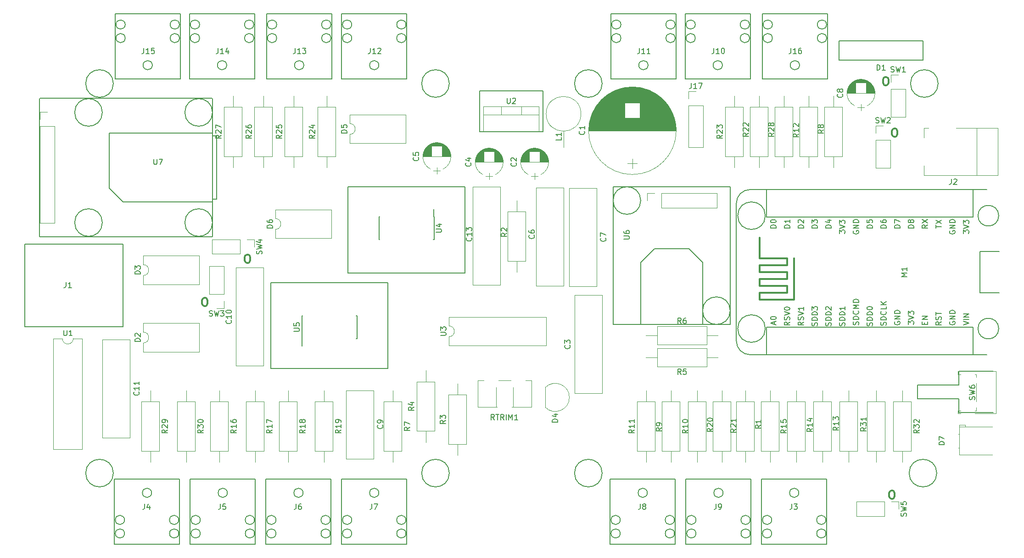
<source format=gto>
G04 #@! TF.FileFunction,Legend,Top*
%FSLAX46Y46*%
G04 Gerber Fmt 4.6, Leading zero omitted, Abs format (unit mm)*
G04 Created by KiCad (PCBNEW 4.0.7) date 12/21/17 09:23:24*
%MOMM*%
%LPD*%
G01*
G04 APERTURE LIST*
%ADD10C,0.100000*%
%ADD11C,0.300000*%
%ADD12C,0.150000*%
%ADD13C,0.120000*%
G04 APERTURE END LIST*
D10*
D11*
X218424143Y-62424571D02*
X218709857Y-62424571D01*
X218852715Y-62496000D01*
X218995572Y-62638857D01*
X219067000Y-62924571D01*
X219067000Y-63424571D01*
X218995572Y-63710286D01*
X218852715Y-63853143D01*
X218709857Y-63924571D01*
X218424143Y-63924571D01*
X218281286Y-63853143D01*
X218138429Y-63710286D01*
X218067000Y-63424571D01*
X218067000Y-62924571D01*
X218138429Y-62638857D01*
X218281286Y-62496000D01*
X218424143Y-62424571D01*
X216773143Y-52899571D02*
X217058857Y-52899571D01*
X217201715Y-52971000D01*
X217344572Y-53113857D01*
X217416000Y-53399571D01*
X217416000Y-53899571D01*
X217344572Y-54185286D01*
X217201715Y-54328143D01*
X217058857Y-54399571D01*
X216773143Y-54399571D01*
X216630286Y-54328143D01*
X216487429Y-54185286D01*
X216416000Y-53899571D01*
X216416000Y-53399571D01*
X216487429Y-53113857D01*
X216630286Y-52971000D01*
X216773143Y-52899571D01*
X217916143Y-129226571D02*
X218201857Y-129226571D01*
X218344715Y-129298000D01*
X218487572Y-129440857D01*
X218559000Y-129726571D01*
X218559000Y-130226571D01*
X218487572Y-130512286D01*
X218344715Y-130655143D01*
X218201857Y-130726571D01*
X217916143Y-130726571D01*
X217773286Y-130655143D01*
X217630429Y-130512286D01*
X217559000Y-130226571D01*
X217559000Y-129726571D01*
X217630429Y-129440857D01*
X217773286Y-129298000D01*
X217916143Y-129226571D01*
X91170143Y-93666571D02*
X91455857Y-93666571D01*
X91598715Y-93738000D01*
X91741572Y-93880857D01*
X91813000Y-94166571D01*
X91813000Y-94666571D01*
X91741572Y-94952286D01*
X91598715Y-95095143D01*
X91455857Y-95166571D01*
X91170143Y-95166571D01*
X91027286Y-95095143D01*
X90884429Y-94952286D01*
X90813000Y-94666571D01*
X90813000Y-94166571D01*
X90884429Y-93880857D01*
X91027286Y-93738000D01*
X91170143Y-93666571D01*
X99044143Y-85665571D02*
X99329857Y-85665571D01*
X99472715Y-85737000D01*
X99615572Y-85879857D01*
X99687000Y-86165571D01*
X99687000Y-86665571D01*
X99615572Y-86951286D01*
X99472715Y-87094143D01*
X99329857Y-87165571D01*
X99044143Y-87165571D01*
X98901286Y-87094143D01*
X98758429Y-86951286D01*
X98687000Y-86665571D01*
X98687000Y-86165571D01*
X98758429Y-85879857D01*
X98901286Y-85737000D01*
X99044143Y-85665571D01*
D12*
X226314000Y-125984000D02*
G75*
G03X226314000Y-125984000I-2540000J0D01*
G01*
D13*
X178270000Y-62798000D02*
G75*
G03X178270000Y-62798000I-8090000J0D01*
G01*
X162129000Y-62798000D02*
X178231000Y-62798000D01*
X162130000Y-62758000D02*
X178230000Y-62758000D01*
X162130000Y-62718000D02*
X178230000Y-62718000D01*
X162130000Y-62678000D02*
X178230000Y-62678000D01*
X162131000Y-62638000D02*
X178229000Y-62638000D01*
X162132000Y-62598000D02*
X178228000Y-62598000D01*
X162133000Y-62558000D02*
X178227000Y-62558000D01*
X162134000Y-62518000D02*
X178226000Y-62518000D01*
X162136000Y-62478000D02*
X178224000Y-62478000D01*
X162138000Y-62438000D02*
X178222000Y-62438000D01*
X162139000Y-62398000D02*
X178221000Y-62398000D01*
X162141000Y-62358000D02*
X178219000Y-62358000D01*
X162144000Y-62318000D02*
X178216000Y-62318000D01*
X162146000Y-62278000D02*
X178214000Y-62278000D01*
X162149000Y-62238000D02*
X178211000Y-62238000D01*
X162152000Y-62198000D02*
X178208000Y-62198000D01*
X162155000Y-62158000D02*
X178205000Y-62158000D01*
X162158000Y-62118000D02*
X178202000Y-62118000D01*
X162162000Y-62077000D02*
X178198000Y-62077000D01*
X162165000Y-62037000D02*
X178195000Y-62037000D01*
X162169000Y-61997000D02*
X178191000Y-61997000D01*
X162173000Y-61957000D02*
X178187000Y-61957000D01*
X162178000Y-61917000D02*
X178182000Y-61917000D01*
X162182000Y-61877000D02*
X178178000Y-61877000D01*
X162187000Y-61837000D02*
X178173000Y-61837000D01*
X162192000Y-61797000D02*
X178168000Y-61797000D01*
X162197000Y-61757000D02*
X178163000Y-61757000D01*
X162202000Y-61717000D02*
X178158000Y-61717000D01*
X162207000Y-61677000D02*
X178153000Y-61677000D01*
X162213000Y-61637000D02*
X178147000Y-61637000D01*
X162219000Y-61597000D02*
X178141000Y-61597000D01*
X162225000Y-61557000D02*
X178135000Y-61557000D01*
X162231000Y-61517000D02*
X178129000Y-61517000D01*
X162238000Y-61477000D02*
X178122000Y-61477000D01*
X162245000Y-61437000D02*
X178115000Y-61437000D01*
X162252000Y-61397000D02*
X178108000Y-61397000D01*
X162259000Y-61357000D02*
X178101000Y-61357000D01*
X162266000Y-61317000D02*
X178094000Y-61317000D01*
X162274000Y-61277000D02*
X178086000Y-61277000D01*
X162281000Y-61237000D02*
X178079000Y-61237000D01*
X162289000Y-61197000D02*
X178071000Y-61197000D01*
X162297000Y-61157000D02*
X178063000Y-61157000D01*
X162306000Y-61117000D02*
X178054000Y-61117000D01*
X162314000Y-61077000D02*
X178046000Y-61077000D01*
X162323000Y-61037000D02*
X178037000Y-61037000D01*
X162332000Y-60997000D02*
X178028000Y-60997000D01*
X162342000Y-60957000D02*
X178018000Y-60957000D01*
X162351000Y-60917000D02*
X178009000Y-60917000D01*
X162361000Y-60877000D02*
X177999000Y-60877000D01*
X162371000Y-60837000D02*
X177989000Y-60837000D01*
X162381000Y-60797000D02*
X177979000Y-60797000D01*
X162391000Y-60757000D02*
X177969000Y-60757000D01*
X162401000Y-60717000D02*
X177959000Y-60717000D01*
X162412000Y-60677000D02*
X177948000Y-60677000D01*
X162423000Y-60637000D02*
X177937000Y-60637000D01*
X162434000Y-60597000D02*
X177926000Y-60597000D01*
X162446000Y-60557000D02*
X177914000Y-60557000D01*
X162457000Y-60517000D02*
X177903000Y-60517000D01*
X162469000Y-60477000D02*
X177891000Y-60477000D01*
X162481000Y-60437000D02*
X177879000Y-60437000D01*
X162494000Y-60397000D02*
X168800000Y-60397000D01*
X171560000Y-60397000D02*
X177866000Y-60397000D01*
X162506000Y-60357000D02*
X168800000Y-60357000D01*
X171560000Y-60357000D02*
X177854000Y-60357000D01*
X162519000Y-60317000D02*
X168800000Y-60317000D01*
X171560000Y-60317000D02*
X177841000Y-60317000D01*
X162532000Y-60277000D02*
X168800000Y-60277000D01*
X171560000Y-60277000D02*
X177828000Y-60277000D01*
X162545000Y-60237000D02*
X168800000Y-60237000D01*
X171560000Y-60237000D02*
X177815000Y-60237000D01*
X162559000Y-60197000D02*
X168800000Y-60197000D01*
X171560000Y-60197000D02*
X177801000Y-60197000D01*
X162572000Y-60157000D02*
X168800000Y-60157000D01*
X171560000Y-60157000D02*
X177788000Y-60157000D01*
X162586000Y-60117000D02*
X168800000Y-60117000D01*
X171560000Y-60117000D02*
X177774000Y-60117000D01*
X162600000Y-60077000D02*
X168800000Y-60077000D01*
X171560000Y-60077000D02*
X177760000Y-60077000D01*
X162615000Y-60037000D02*
X168800000Y-60037000D01*
X171560000Y-60037000D02*
X177745000Y-60037000D01*
X162630000Y-59997000D02*
X168800000Y-59997000D01*
X171560000Y-59997000D02*
X177730000Y-59997000D01*
X162644000Y-59957000D02*
X168800000Y-59957000D01*
X171560000Y-59957000D02*
X177716000Y-59957000D01*
X162659000Y-59917000D02*
X168800000Y-59917000D01*
X171560000Y-59917000D02*
X177701000Y-59917000D01*
X162675000Y-59877000D02*
X168800000Y-59877000D01*
X171560000Y-59877000D02*
X177685000Y-59877000D01*
X162690000Y-59837000D02*
X168800000Y-59837000D01*
X171560000Y-59837000D02*
X177670000Y-59837000D01*
X162706000Y-59797000D02*
X168800000Y-59797000D01*
X171560000Y-59797000D02*
X177654000Y-59797000D01*
X162722000Y-59757000D02*
X168800000Y-59757000D01*
X171560000Y-59757000D02*
X177638000Y-59757000D01*
X162739000Y-59717000D02*
X168800000Y-59717000D01*
X171560000Y-59717000D02*
X177621000Y-59717000D01*
X162755000Y-59677000D02*
X168800000Y-59677000D01*
X171560000Y-59677000D02*
X177605000Y-59677000D01*
X162772000Y-59637000D02*
X168800000Y-59637000D01*
X171560000Y-59637000D02*
X177588000Y-59637000D01*
X162789000Y-59597000D02*
X168800000Y-59597000D01*
X171560000Y-59597000D02*
X177571000Y-59597000D01*
X162807000Y-59557000D02*
X168800000Y-59557000D01*
X171560000Y-59557000D02*
X177553000Y-59557000D01*
X162824000Y-59517000D02*
X168800000Y-59517000D01*
X171560000Y-59517000D02*
X177536000Y-59517000D01*
X162842000Y-59477000D02*
X168800000Y-59477000D01*
X171560000Y-59477000D02*
X177518000Y-59477000D01*
X162860000Y-59437000D02*
X168800000Y-59437000D01*
X171560000Y-59437000D02*
X177500000Y-59437000D01*
X162879000Y-59397000D02*
X168800000Y-59397000D01*
X171560000Y-59397000D02*
X177481000Y-59397000D01*
X162897000Y-59357000D02*
X168800000Y-59357000D01*
X171560000Y-59357000D02*
X177463000Y-59357000D01*
X162916000Y-59317000D02*
X168800000Y-59317000D01*
X171560000Y-59317000D02*
X177444000Y-59317000D01*
X162935000Y-59277000D02*
X168800000Y-59277000D01*
X171560000Y-59277000D02*
X177425000Y-59277000D01*
X162955000Y-59237000D02*
X168800000Y-59237000D01*
X171560000Y-59237000D02*
X177405000Y-59237000D01*
X162975000Y-59197000D02*
X168800000Y-59197000D01*
X171560000Y-59197000D02*
X177385000Y-59197000D01*
X162995000Y-59157000D02*
X168800000Y-59157000D01*
X171560000Y-59157000D02*
X177365000Y-59157000D01*
X163015000Y-59117000D02*
X168800000Y-59117000D01*
X171560000Y-59117000D02*
X177345000Y-59117000D01*
X163036000Y-59077000D02*
X168800000Y-59077000D01*
X171560000Y-59077000D02*
X177324000Y-59077000D01*
X163056000Y-59037000D02*
X168800000Y-59037000D01*
X171560000Y-59037000D02*
X177304000Y-59037000D01*
X163078000Y-58997000D02*
X168800000Y-58997000D01*
X171560000Y-58997000D02*
X177282000Y-58997000D01*
X163099000Y-58957000D02*
X168800000Y-58957000D01*
X171560000Y-58957000D02*
X177261000Y-58957000D01*
X163121000Y-58917000D02*
X168800000Y-58917000D01*
X171560000Y-58917000D02*
X177239000Y-58917000D01*
X163143000Y-58877000D02*
X168800000Y-58877000D01*
X171560000Y-58877000D02*
X177217000Y-58877000D01*
X163165000Y-58837000D02*
X168800000Y-58837000D01*
X171560000Y-58837000D02*
X177195000Y-58837000D01*
X163188000Y-58797000D02*
X168800000Y-58797000D01*
X171560000Y-58797000D02*
X177172000Y-58797000D01*
X163210000Y-58757000D02*
X168800000Y-58757000D01*
X171560000Y-58757000D02*
X177150000Y-58757000D01*
X163234000Y-58717000D02*
X168800000Y-58717000D01*
X171560000Y-58717000D02*
X177126000Y-58717000D01*
X163257000Y-58677000D02*
X168800000Y-58677000D01*
X171560000Y-58677000D02*
X177103000Y-58677000D01*
X163281000Y-58637000D02*
X168800000Y-58637000D01*
X171560000Y-58637000D02*
X177079000Y-58637000D01*
X163305000Y-58597000D02*
X168800000Y-58597000D01*
X171560000Y-58597000D02*
X177055000Y-58597000D01*
X163330000Y-58557000D02*
X168800000Y-58557000D01*
X171560000Y-58557000D02*
X177030000Y-58557000D01*
X163354000Y-58517000D02*
X168800000Y-58517000D01*
X171560000Y-58517000D02*
X177006000Y-58517000D01*
X163379000Y-58477000D02*
X168800000Y-58477000D01*
X171560000Y-58477000D02*
X176981000Y-58477000D01*
X163405000Y-58437000D02*
X168800000Y-58437000D01*
X171560000Y-58437000D02*
X176955000Y-58437000D01*
X163431000Y-58397000D02*
X168800000Y-58397000D01*
X171560000Y-58397000D02*
X176929000Y-58397000D01*
X163457000Y-58357000D02*
X168800000Y-58357000D01*
X171560000Y-58357000D02*
X176903000Y-58357000D01*
X163483000Y-58317000D02*
X168800000Y-58317000D01*
X171560000Y-58317000D02*
X176877000Y-58317000D01*
X163510000Y-58277000D02*
X168800000Y-58277000D01*
X171560000Y-58277000D02*
X176850000Y-58277000D01*
X163537000Y-58237000D02*
X168800000Y-58237000D01*
X171560000Y-58237000D02*
X176823000Y-58237000D01*
X163565000Y-58197000D02*
X168800000Y-58197000D01*
X171560000Y-58197000D02*
X176795000Y-58197000D01*
X163592000Y-58157000D02*
X168800000Y-58157000D01*
X171560000Y-58157000D02*
X176768000Y-58157000D01*
X163621000Y-58117000D02*
X168800000Y-58117000D01*
X171560000Y-58117000D02*
X176739000Y-58117000D01*
X163649000Y-58077000D02*
X168800000Y-58077000D01*
X171560000Y-58077000D02*
X176711000Y-58077000D01*
X163678000Y-58037000D02*
X168800000Y-58037000D01*
X171560000Y-58037000D02*
X176682000Y-58037000D01*
X163707000Y-57997000D02*
X168800000Y-57997000D01*
X171560000Y-57997000D02*
X176653000Y-57997000D01*
X163737000Y-57957000D02*
X168800000Y-57957000D01*
X171560000Y-57957000D02*
X176623000Y-57957000D01*
X163767000Y-57917000D02*
X168800000Y-57917000D01*
X171560000Y-57917000D02*
X176593000Y-57917000D01*
X163798000Y-57877000D02*
X168800000Y-57877000D01*
X171560000Y-57877000D02*
X176562000Y-57877000D01*
X163828000Y-57837000D02*
X168800000Y-57837000D01*
X171560000Y-57837000D02*
X176532000Y-57837000D01*
X163860000Y-57797000D02*
X168800000Y-57797000D01*
X171560000Y-57797000D02*
X176500000Y-57797000D01*
X163891000Y-57757000D02*
X168800000Y-57757000D01*
X171560000Y-57757000D02*
X176469000Y-57757000D01*
X163923000Y-57717000D02*
X168800000Y-57717000D01*
X171560000Y-57717000D02*
X176437000Y-57717000D01*
X163956000Y-57677000D02*
X168800000Y-57677000D01*
X171560000Y-57677000D02*
X176404000Y-57677000D01*
X163989000Y-57637000D02*
X176371000Y-57637000D01*
X164022000Y-57597000D02*
X176338000Y-57597000D01*
X164056000Y-57557000D02*
X176304000Y-57557000D01*
X164090000Y-57517000D02*
X176270000Y-57517000D01*
X164125000Y-57477000D02*
X176235000Y-57477000D01*
X164160000Y-57437000D02*
X176200000Y-57437000D01*
X164196000Y-57397000D02*
X176164000Y-57397000D01*
X164232000Y-57357000D02*
X176128000Y-57357000D01*
X164268000Y-57317000D02*
X176092000Y-57317000D01*
X164305000Y-57277000D02*
X176055000Y-57277000D01*
X164343000Y-57237000D02*
X176017000Y-57237000D01*
X164381000Y-57197000D02*
X175979000Y-57197000D01*
X164420000Y-57157000D02*
X175940000Y-57157000D01*
X164459000Y-57117000D02*
X175901000Y-57117000D01*
X164499000Y-57077000D02*
X175861000Y-57077000D01*
X164539000Y-57037000D02*
X175821000Y-57037000D01*
X164580000Y-56997000D02*
X175780000Y-56997000D01*
X164621000Y-56957000D02*
X175739000Y-56957000D01*
X164663000Y-56917000D02*
X175697000Y-56917000D01*
X164706000Y-56877000D02*
X175654000Y-56877000D01*
X164749000Y-56837000D02*
X175611000Y-56837000D01*
X164793000Y-56797000D02*
X175567000Y-56797000D01*
X164837000Y-56757000D02*
X175523000Y-56757000D01*
X164883000Y-56717000D02*
X175477000Y-56717000D01*
X164929000Y-56677000D02*
X175431000Y-56677000D01*
X164975000Y-56637000D02*
X175385000Y-56637000D01*
X165023000Y-56597000D02*
X175337000Y-56597000D01*
X165071000Y-56557000D02*
X175289000Y-56557000D01*
X165120000Y-56517000D02*
X175240000Y-56517000D01*
X165169000Y-56477000D02*
X175191000Y-56477000D01*
X165220000Y-56437000D02*
X175140000Y-56437000D01*
X165271000Y-56397000D02*
X175089000Y-56397000D01*
X165323000Y-56357000D02*
X175037000Y-56357000D01*
X165376000Y-56317000D02*
X174984000Y-56317000D01*
X165430000Y-56277000D02*
X174930000Y-56277000D01*
X165485000Y-56237000D02*
X174875000Y-56237000D01*
X165541000Y-56197000D02*
X174819000Y-56197000D01*
X165598000Y-56157000D02*
X174762000Y-56157000D01*
X165656000Y-56117000D02*
X174704000Y-56117000D01*
X165715000Y-56077000D02*
X174645000Y-56077000D01*
X165775000Y-56037000D02*
X174585000Y-56037000D01*
X165837000Y-55997000D02*
X174523000Y-55997000D01*
X165899000Y-55957000D02*
X174461000Y-55957000D01*
X165963000Y-55917000D02*
X174397000Y-55917000D01*
X166029000Y-55877000D02*
X174331000Y-55877000D01*
X166096000Y-55837000D02*
X174264000Y-55837000D01*
X166164000Y-55797000D02*
X174196000Y-55797000D01*
X166234000Y-55757000D02*
X174126000Y-55757000D01*
X166305000Y-55717000D02*
X174055000Y-55717000D01*
X166378000Y-55677000D02*
X173982000Y-55677000D01*
X166454000Y-55637000D02*
X173906000Y-55637000D01*
X166531000Y-55597000D02*
X173829000Y-55597000D01*
X166610000Y-55557000D02*
X173750000Y-55557000D01*
X166691000Y-55517000D02*
X173669000Y-55517000D01*
X166775000Y-55477000D02*
X173585000Y-55477000D01*
X166861000Y-55437000D02*
X173499000Y-55437000D01*
X166950000Y-55397000D02*
X173410000Y-55397000D01*
X167042000Y-55357000D02*
X173318000Y-55357000D01*
X167138000Y-55317000D02*
X173222000Y-55317000D01*
X167237000Y-55277000D02*
X173123000Y-55277000D01*
X167339000Y-55237000D02*
X173021000Y-55237000D01*
X167447000Y-55197000D02*
X172913000Y-55197000D01*
X167559000Y-55157000D02*
X172801000Y-55157000D01*
X167677000Y-55117000D02*
X172683000Y-55117000D01*
X167801000Y-55077000D02*
X172559000Y-55077000D01*
X167932000Y-55037000D02*
X172428000Y-55037000D01*
X168073000Y-54997000D02*
X172287000Y-54997000D01*
X168224000Y-54957000D02*
X172136000Y-54957000D01*
X168388000Y-54917000D02*
X171972000Y-54917000D01*
X168570000Y-54877000D02*
X171790000Y-54877000D01*
X168775000Y-54837000D02*
X171585000Y-54837000D01*
X169016000Y-54797000D02*
X171344000Y-54797000D01*
X169321000Y-54757000D02*
X171039000Y-54757000D01*
X169817000Y-54717000D02*
X170543000Y-54717000D01*
X170180000Y-69748000D02*
X170180000Y-67948000D01*
X169280000Y-68848000D02*
X171080000Y-68848000D01*
X150966277Y-66290278D02*
G75*
G03X150966000Y-70901580I1179723J-2305722D01*
G01*
X153325723Y-66290278D02*
G75*
G02X153326000Y-70901580I-1179723J-2305722D01*
G01*
X153325723Y-66290278D02*
G75*
G03X150966000Y-66290420I-1179723J-2305722D01*
G01*
X149596000Y-68596000D02*
X154696000Y-68596000D01*
X149596000Y-68556000D02*
X151166000Y-68556000D01*
X153126000Y-68556000D02*
X154696000Y-68556000D01*
X149597000Y-68516000D02*
X151166000Y-68516000D01*
X153126000Y-68516000D02*
X154695000Y-68516000D01*
X149598000Y-68476000D02*
X151166000Y-68476000D01*
X153126000Y-68476000D02*
X154694000Y-68476000D01*
X149600000Y-68436000D02*
X151166000Y-68436000D01*
X153126000Y-68436000D02*
X154692000Y-68436000D01*
X149603000Y-68396000D02*
X151166000Y-68396000D01*
X153126000Y-68396000D02*
X154689000Y-68396000D01*
X149607000Y-68356000D02*
X151166000Y-68356000D01*
X153126000Y-68356000D02*
X154685000Y-68356000D01*
X149611000Y-68316000D02*
X151166000Y-68316000D01*
X153126000Y-68316000D02*
X154681000Y-68316000D01*
X149615000Y-68276000D02*
X151166000Y-68276000D01*
X153126000Y-68276000D02*
X154677000Y-68276000D01*
X149621000Y-68236000D02*
X151166000Y-68236000D01*
X153126000Y-68236000D02*
X154671000Y-68236000D01*
X149627000Y-68196000D02*
X151166000Y-68196000D01*
X153126000Y-68196000D02*
X154665000Y-68196000D01*
X149633000Y-68156000D02*
X151166000Y-68156000D01*
X153126000Y-68156000D02*
X154659000Y-68156000D01*
X149640000Y-68116000D02*
X151166000Y-68116000D01*
X153126000Y-68116000D02*
X154652000Y-68116000D01*
X149648000Y-68076000D02*
X151166000Y-68076000D01*
X153126000Y-68076000D02*
X154644000Y-68076000D01*
X149657000Y-68036000D02*
X151166000Y-68036000D01*
X153126000Y-68036000D02*
X154635000Y-68036000D01*
X149666000Y-67996000D02*
X151166000Y-67996000D01*
X153126000Y-67996000D02*
X154626000Y-67996000D01*
X149676000Y-67956000D02*
X151166000Y-67956000D01*
X153126000Y-67956000D02*
X154616000Y-67956000D01*
X149686000Y-67916000D02*
X151166000Y-67916000D01*
X153126000Y-67916000D02*
X154606000Y-67916000D01*
X149698000Y-67875000D02*
X151166000Y-67875000D01*
X153126000Y-67875000D02*
X154594000Y-67875000D01*
X149710000Y-67835000D02*
X151166000Y-67835000D01*
X153126000Y-67835000D02*
X154582000Y-67835000D01*
X149722000Y-67795000D02*
X151166000Y-67795000D01*
X153126000Y-67795000D02*
X154570000Y-67795000D01*
X149736000Y-67755000D02*
X151166000Y-67755000D01*
X153126000Y-67755000D02*
X154556000Y-67755000D01*
X149750000Y-67715000D02*
X151166000Y-67715000D01*
X153126000Y-67715000D02*
X154542000Y-67715000D01*
X149764000Y-67675000D02*
X151166000Y-67675000D01*
X153126000Y-67675000D02*
X154528000Y-67675000D01*
X149780000Y-67635000D02*
X151166000Y-67635000D01*
X153126000Y-67635000D02*
X154512000Y-67635000D01*
X149796000Y-67595000D02*
X151166000Y-67595000D01*
X153126000Y-67595000D02*
X154496000Y-67595000D01*
X149813000Y-67555000D02*
X151166000Y-67555000D01*
X153126000Y-67555000D02*
X154479000Y-67555000D01*
X149831000Y-67515000D02*
X151166000Y-67515000D01*
X153126000Y-67515000D02*
X154461000Y-67515000D01*
X149850000Y-67475000D02*
X151166000Y-67475000D01*
X153126000Y-67475000D02*
X154442000Y-67475000D01*
X149870000Y-67435000D02*
X151166000Y-67435000D01*
X153126000Y-67435000D02*
X154422000Y-67435000D01*
X149890000Y-67395000D02*
X151166000Y-67395000D01*
X153126000Y-67395000D02*
X154402000Y-67395000D01*
X149912000Y-67355000D02*
X151166000Y-67355000D01*
X153126000Y-67355000D02*
X154380000Y-67355000D01*
X149934000Y-67315000D02*
X151166000Y-67315000D01*
X153126000Y-67315000D02*
X154358000Y-67315000D01*
X149957000Y-67275000D02*
X151166000Y-67275000D01*
X153126000Y-67275000D02*
X154335000Y-67275000D01*
X149981000Y-67235000D02*
X151166000Y-67235000D01*
X153126000Y-67235000D02*
X154311000Y-67235000D01*
X150006000Y-67195000D02*
X151166000Y-67195000D01*
X153126000Y-67195000D02*
X154286000Y-67195000D01*
X150033000Y-67155000D02*
X151166000Y-67155000D01*
X153126000Y-67155000D02*
X154259000Y-67155000D01*
X150060000Y-67115000D02*
X151166000Y-67115000D01*
X153126000Y-67115000D02*
X154232000Y-67115000D01*
X150088000Y-67075000D02*
X151166000Y-67075000D01*
X153126000Y-67075000D02*
X154204000Y-67075000D01*
X150118000Y-67035000D02*
X151166000Y-67035000D01*
X153126000Y-67035000D02*
X154174000Y-67035000D01*
X150149000Y-66995000D02*
X151166000Y-66995000D01*
X153126000Y-66995000D02*
X154143000Y-66995000D01*
X150181000Y-66955000D02*
X151166000Y-66955000D01*
X153126000Y-66955000D02*
X154111000Y-66955000D01*
X150214000Y-66915000D02*
X151166000Y-66915000D01*
X153126000Y-66915000D02*
X154078000Y-66915000D01*
X150249000Y-66875000D02*
X151166000Y-66875000D01*
X153126000Y-66875000D02*
X154043000Y-66875000D01*
X150285000Y-66835000D02*
X151166000Y-66835000D01*
X153126000Y-66835000D02*
X154007000Y-66835000D01*
X150323000Y-66795000D02*
X151166000Y-66795000D01*
X153126000Y-66795000D02*
X153969000Y-66795000D01*
X150363000Y-66755000D02*
X151166000Y-66755000D01*
X153126000Y-66755000D02*
X153929000Y-66755000D01*
X150404000Y-66715000D02*
X151166000Y-66715000D01*
X153126000Y-66715000D02*
X153888000Y-66715000D01*
X150447000Y-66675000D02*
X151166000Y-66675000D01*
X153126000Y-66675000D02*
X153845000Y-66675000D01*
X150492000Y-66635000D02*
X151166000Y-66635000D01*
X153126000Y-66635000D02*
X153800000Y-66635000D01*
X150540000Y-66595000D02*
X153752000Y-66595000D01*
X150590000Y-66555000D02*
X153702000Y-66555000D01*
X150642000Y-66515000D02*
X153650000Y-66515000D01*
X150698000Y-66475000D02*
X153594000Y-66475000D01*
X150756000Y-66435000D02*
X153536000Y-66435000D01*
X150819000Y-66395000D02*
X153473000Y-66395000D01*
X150885000Y-66355000D02*
X153407000Y-66355000D01*
X150957000Y-66315000D02*
X153335000Y-66315000D01*
X151034000Y-66275000D02*
X153258000Y-66275000D01*
X151118000Y-66235000D02*
X153174000Y-66235000D01*
X151212000Y-66195000D02*
X153080000Y-66195000D01*
X151317000Y-66155000D02*
X152975000Y-66155000D01*
X151439000Y-66115000D02*
X152853000Y-66115000D01*
X151587000Y-66075000D02*
X152705000Y-66075000D01*
X151792000Y-66035000D02*
X152500000Y-66035000D01*
X152146000Y-71796000D02*
X152146000Y-70596000D01*
X151496000Y-71196000D02*
X152796000Y-71196000D01*
X159492000Y-111288000D02*
X159492000Y-93168000D01*
X164612000Y-111288000D02*
X164612000Y-93168000D01*
X159492000Y-111288000D02*
X164612000Y-111288000D01*
X159492000Y-93168000D02*
X164612000Y-93168000D01*
X142584277Y-66290278D02*
G75*
G03X142584000Y-70901580I1179723J-2305722D01*
G01*
X144943723Y-66290278D02*
G75*
G02X144944000Y-70901580I-1179723J-2305722D01*
G01*
X144943723Y-66290278D02*
G75*
G03X142584000Y-66290420I-1179723J-2305722D01*
G01*
X141214000Y-68596000D02*
X146314000Y-68596000D01*
X141214000Y-68556000D02*
X142784000Y-68556000D01*
X144744000Y-68556000D02*
X146314000Y-68556000D01*
X141215000Y-68516000D02*
X142784000Y-68516000D01*
X144744000Y-68516000D02*
X146313000Y-68516000D01*
X141216000Y-68476000D02*
X142784000Y-68476000D01*
X144744000Y-68476000D02*
X146312000Y-68476000D01*
X141218000Y-68436000D02*
X142784000Y-68436000D01*
X144744000Y-68436000D02*
X146310000Y-68436000D01*
X141221000Y-68396000D02*
X142784000Y-68396000D01*
X144744000Y-68396000D02*
X146307000Y-68396000D01*
X141225000Y-68356000D02*
X142784000Y-68356000D01*
X144744000Y-68356000D02*
X146303000Y-68356000D01*
X141229000Y-68316000D02*
X142784000Y-68316000D01*
X144744000Y-68316000D02*
X146299000Y-68316000D01*
X141233000Y-68276000D02*
X142784000Y-68276000D01*
X144744000Y-68276000D02*
X146295000Y-68276000D01*
X141239000Y-68236000D02*
X142784000Y-68236000D01*
X144744000Y-68236000D02*
X146289000Y-68236000D01*
X141245000Y-68196000D02*
X142784000Y-68196000D01*
X144744000Y-68196000D02*
X146283000Y-68196000D01*
X141251000Y-68156000D02*
X142784000Y-68156000D01*
X144744000Y-68156000D02*
X146277000Y-68156000D01*
X141258000Y-68116000D02*
X142784000Y-68116000D01*
X144744000Y-68116000D02*
X146270000Y-68116000D01*
X141266000Y-68076000D02*
X142784000Y-68076000D01*
X144744000Y-68076000D02*
X146262000Y-68076000D01*
X141275000Y-68036000D02*
X142784000Y-68036000D01*
X144744000Y-68036000D02*
X146253000Y-68036000D01*
X141284000Y-67996000D02*
X142784000Y-67996000D01*
X144744000Y-67996000D02*
X146244000Y-67996000D01*
X141294000Y-67956000D02*
X142784000Y-67956000D01*
X144744000Y-67956000D02*
X146234000Y-67956000D01*
X141304000Y-67916000D02*
X142784000Y-67916000D01*
X144744000Y-67916000D02*
X146224000Y-67916000D01*
X141316000Y-67875000D02*
X142784000Y-67875000D01*
X144744000Y-67875000D02*
X146212000Y-67875000D01*
X141328000Y-67835000D02*
X142784000Y-67835000D01*
X144744000Y-67835000D02*
X146200000Y-67835000D01*
X141340000Y-67795000D02*
X142784000Y-67795000D01*
X144744000Y-67795000D02*
X146188000Y-67795000D01*
X141354000Y-67755000D02*
X142784000Y-67755000D01*
X144744000Y-67755000D02*
X146174000Y-67755000D01*
X141368000Y-67715000D02*
X142784000Y-67715000D01*
X144744000Y-67715000D02*
X146160000Y-67715000D01*
X141382000Y-67675000D02*
X142784000Y-67675000D01*
X144744000Y-67675000D02*
X146146000Y-67675000D01*
X141398000Y-67635000D02*
X142784000Y-67635000D01*
X144744000Y-67635000D02*
X146130000Y-67635000D01*
X141414000Y-67595000D02*
X142784000Y-67595000D01*
X144744000Y-67595000D02*
X146114000Y-67595000D01*
X141431000Y-67555000D02*
X142784000Y-67555000D01*
X144744000Y-67555000D02*
X146097000Y-67555000D01*
X141449000Y-67515000D02*
X142784000Y-67515000D01*
X144744000Y-67515000D02*
X146079000Y-67515000D01*
X141468000Y-67475000D02*
X142784000Y-67475000D01*
X144744000Y-67475000D02*
X146060000Y-67475000D01*
X141488000Y-67435000D02*
X142784000Y-67435000D01*
X144744000Y-67435000D02*
X146040000Y-67435000D01*
X141508000Y-67395000D02*
X142784000Y-67395000D01*
X144744000Y-67395000D02*
X146020000Y-67395000D01*
X141530000Y-67355000D02*
X142784000Y-67355000D01*
X144744000Y-67355000D02*
X145998000Y-67355000D01*
X141552000Y-67315000D02*
X142784000Y-67315000D01*
X144744000Y-67315000D02*
X145976000Y-67315000D01*
X141575000Y-67275000D02*
X142784000Y-67275000D01*
X144744000Y-67275000D02*
X145953000Y-67275000D01*
X141599000Y-67235000D02*
X142784000Y-67235000D01*
X144744000Y-67235000D02*
X145929000Y-67235000D01*
X141624000Y-67195000D02*
X142784000Y-67195000D01*
X144744000Y-67195000D02*
X145904000Y-67195000D01*
X141651000Y-67155000D02*
X142784000Y-67155000D01*
X144744000Y-67155000D02*
X145877000Y-67155000D01*
X141678000Y-67115000D02*
X142784000Y-67115000D01*
X144744000Y-67115000D02*
X145850000Y-67115000D01*
X141706000Y-67075000D02*
X142784000Y-67075000D01*
X144744000Y-67075000D02*
X145822000Y-67075000D01*
X141736000Y-67035000D02*
X142784000Y-67035000D01*
X144744000Y-67035000D02*
X145792000Y-67035000D01*
X141767000Y-66995000D02*
X142784000Y-66995000D01*
X144744000Y-66995000D02*
X145761000Y-66995000D01*
X141799000Y-66955000D02*
X142784000Y-66955000D01*
X144744000Y-66955000D02*
X145729000Y-66955000D01*
X141832000Y-66915000D02*
X142784000Y-66915000D01*
X144744000Y-66915000D02*
X145696000Y-66915000D01*
X141867000Y-66875000D02*
X142784000Y-66875000D01*
X144744000Y-66875000D02*
X145661000Y-66875000D01*
X141903000Y-66835000D02*
X142784000Y-66835000D01*
X144744000Y-66835000D02*
X145625000Y-66835000D01*
X141941000Y-66795000D02*
X142784000Y-66795000D01*
X144744000Y-66795000D02*
X145587000Y-66795000D01*
X141981000Y-66755000D02*
X142784000Y-66755000D01*
X144744000Y-66755000D02*
X145547000Y-66755000D01*
X142022000Y-66715000D02*
X142784000Y-66715000D01*
X144744000Y-66715000D02*
X145506000Y-66715000D01*
X142065000Y-66675000D02*
X142784000Y-66675000D01*
X144744000Y-66675000D02*
X145463000Y-66675000D01*
X142110000Y-66635000D02*
X142784000Y-66635000D01*
X144744000Y-66635000D02*
X145418000Y-66635000D01*
X142158000Y-66595000D02*
X145370000Y-66595000D01*
X142208000Y-66555000D02*
X145320000Y-66555000D01*
X142260000Y-66515000D02*
X145268000Y-66515000D01*
X142316000Y-66475000D02*
X145212000Y-66475000D01*
X142374000Y-66435000D02*
X145154000Y-66435000D01*
X142437000Y-66395000D02*
X145091000Y-66395000D01*
X142503000Y-66355000D02*
X145025000Y-66355000D01*
X142575000Y-66315000D02*
X144953000Y-66315000D01*
X142652000Y-66275000D02*
X144876000Y-66275000D01*
X142736000Y-66235000D02*
X144792000Y-66235000D01*
X142830000Y-66195000D02*
X144698000Y-66195000D01*
X142935000Y-66155000D02*
X144593000Y-66155000D01*
X143057000Y-66115000D02*
X144471000Y-66115000D01*
X143205000Y-66075000D02*
X144323000Y-66075000D01*
X143410000Y-66035000D02*
X144118000Y-66035000D01*
X143764000Y-71796000D02*
X143764000Y-70596000D01*
X143114000Y-71196000D02*
X144414000Y-71196000D01*
X132932277Y-65274278D02*
G75*
G03X132932000Y-69885580I1179723J-2305722D01*
G01*
X135291723Y-65274278D02*
G75*
G02X135292000Y-69885580I-1179723J-2305722D01*
G01*
X135291723Y-65274278D02*
G75*
G03X132932000Y-65274420I-1179723J-2305722D01*
G01*
X131562000Y-67580000D02*
X136662000Y-67580000D01*
X131562000Y-67540000D02*
X133132000Y-67540000D01*
X135092000Y-67540000D02*
X136662000Y-67540000D01*
X131563000Y-67500000D02*
X133132000Y-67500000D01*
X135092000Y-67500000D02*
X136661000Y-67500000D01*
X131564000Y-67460000D02*
X133132000Y-67460000D01*
X135092000Y-67460000D02*
X136660000Y-67460000D01*
X131566000Y-67420000D02*
X133132000Y-67420000D01*
X135092000Y-67420000D02*
X136658000Y-67420000D01*
X131569000Y-67380000D02*
X133132000Y-67380000D01*
X135092000Y-67380000D02*
X136655000Y-67380000D01*
X131573000Y-67340000D02*
X133132000Y-67340000D01*
X135092000Y-67340000D02*
X136651000Y-67340000D01*
X131577000Y-67300000D02*
X133132000Y-67300000D01*
X135092000Y-67300000D02*
X136647000Y-67300000D01*
X131581000Y-67260000D02*
X133132000Y-67260000D01*
X135092000Y-67260000D02*
X136643000Y-67260000D01*
X131587000Y-67220000D02*
X133132000Y-67220000D01*
X135092000Y-67220000D02*
X136637000Y-67220000D01*
X131593000Y-67180000D02*
X133132000Y-67180000D01*
X135092000Y-67180000D02*
X136631000Y-67180000D01*
X131599000Y-67140000D02*
X133132000Y-67140000D01*
X135092000Y-67140000D02*
X136625000Y-67140000D01*
X131606000Y-67100000D02*
X133132000Y-67100000D01*
X135092000Y-67100000D02*
X136618000Y-67100000D01*
X131614000Y-67060000D02*
X133132000Y-67060000D01*
X135092000Y-67060000D02*
X136610000Y-67060000D01*
X131623000Y-67020000D02*
X133132000Y-67020000D01*
X135092000Y-67020000D02*
X136601000Y-67020000D01*
X131632000Y-66980000D02*
X133132000Y-66980000D01*
X135092000Y-66980000D02*
X136592000Y-66980000D01*
X131642000Y-66940000D02*
X133132000Y-66940000D01*
X135092000Y-66940000D02*
X136582000Y-66940000D01*
X131652000Y-66900000D02*
X133132000Y-66900000D01*
X135092000Y-66900000D02*
X136572000Y-66900000D01*
X131664000Y-66859000D02*
X133132000Y-66859000D01*
X135092000Y-66859000D02*
X136560000Y-66859000D01*
X131676000Y-66819000D02*
X133132000Y-66819000D01*
X135092000Y-66819000D02*
X136548000Y-66819000D01*
X131688000Y-66779000D02*
X133132000Y-66779000D01*
X135092000Y-66779000D02*
X136536000Y-66779000D01*
X131702000Y-66739000D02*
X133132000Y-66739000D01*
X135092000Y-66739000D02*
X136522000Y-66739000D01*
X131716000Y-66699000D02*
X133132000Y-66699000D01*
X135092000Y-66699000D02*
X136508000Y-66699000D01*
X131730000Y-66659000D02*
X133132000Y-66659000D01*
X135092000Y-66659000D02*
X136494000Y-66659000D01*
X131746000Y-66619000D02*
X133132000Y-66619000D01*
X135092000Y-66619000D02*
X136478000Y-66619000D01*
X131762000Y-66579000D02*
X133132000Y-66579000D01*
X135092000Y-66579000D02*
X136462000Y-66579000D01*
X131779000Y-66539000D02*
X133132000Y-66539000D01*
X135092000Y-66539000D02*
X136445000Y-66539000D01*
X131797000Y-66499000D02*
X133132000Y-66499000D01*
X135092000Y-66499000D02*
X136427000Y-66499000D01*
X131816000Y-66459000D02*
X133132000Y-66459000D01*
X135092000Y-66459000D02*
X136408000Y-66459000D01*
X131836000Y-66419000D02*
X133132000Y-66419000D01*
X135092000Y-66419000D02*
X136388000Y-66419000D01*
X131856000Y-66379000D02*
X133132000Y-66379000D01*
X135092000Y-66379000D02*
X136368000Y-66379000D01*
X131878000Y-66339000D02*
X133132000Y-66339000D01*
X135092000Y-66339000D02*
X136346000Y-66339000D01*
X131900000Y-66299000D02*
X133132000Y-66299000D01*
X135092000Y-66299000D02*
X136324000Y-66299000D01*
X131923000Y-66259000D02*
X133132000Y-66259000D01*
X135092000Y-66259000D02*
X136301000Y-66259000D01*
X131947000Y-66219000D02*
X133132000Y-66219000D01*
X135092000Y-66219000D02*
X136277000Y-66219000D01*
X131972000Y-66179000D02*
X133132000Y-66179000D01*
X135092000Y-66179000D02*
X136252000Y-66179000D01*
X131999000Y-66139000D02*
X133132000Y-66139000D01*
X135092000Y-66139000D02*
X136225000Y-66139000D01*
X132026000Y-66099000D02*
X133132000Y-66099000D01*
X135092000Y-66099000D02*
X136198000Y-66099000D01*
X132054000Y-66059000D02*
X133132000Y-66059000D01*
X135092000Y-66059000D02*
X136170000Y-66059000D01*
X132084000Y-66019000D02*
X133132000Y-66019000D01*
X135092000Y-66019000D02*
X136140000Y-66019000D01*
X132115000Y-65979000D02*
X133132000Y-65979000D01*
X135092000Y-65979000D02*
X136109000Y-65979000D01*
X132147000Y-65939000D02*
X133132000Y-65939000D01*
X135092000Y-65939000D02*
X136077000Y-65939000D01*
X132180000Y-65899000D02*
X133132000Y-65899000D01*
X135092000Y-65899000D02*
X136044000Y-65899000D01*
X132215000Y-65859000D02*
X133132000Y-65859000D01*
X135092000Y-65859000D02*
X136009000Y-65859000D01*
X132251000Y-65819000D02*
X133132000Y-65819000D01*
X135092000Y-65819000D02*
X135973000Y-65819000D01*
X132289000Y-65779000D02*
X133132000Y-65779000D01*
X135092000Y-65779000D02*
X135935000Y-65779000D01*
X132329000Y-65739000D02*
X133132000Y-65739000D01*
X135092000Y-65739000D02*
X135895000Y-65739000D01*
X132370000Y-65699000D02*
X133132000Y-65699000D01*
X135092000Y-65699000D02*
X135854000Y-65699000D01*
X132413000Y-65659000D02*
X133132000Y-65659000D01*
X135092000Y-65659000D02*
X135811000Y-65659000D01*
X132458000Y-65619000D02*
X133132000Y-65619000D01*
X135092000Y-65619000D02*
X135766000Y-65619000D01*
X132506000Y-65579000D02*
X135718000Y-65579000D01*
X132556000Y-65539000D02*
X135668000Y-65539000D01*
X132608000Y-65499000D02*
X135616000Y-65499000D01*
X132664000Y-65459000D02*
X135560000Y-65459000D01*
X132722000Y-65419000D02*
X135502000Y-65419000D01*
X132785000Y-65379000D02*
X135439000Y-65379000D01*
X132851000Y-65339000D02*
X135373000Y-65339000D01*
X132923000Y-65299000D02*
X135301000Y-65299000D01*
X133000000Y-65259000D02*
X135224000Y-65259000D01*
X133084000Y-65219000D02*
X135140000Y-65219000D01*
X133178000Y-65179000D02*
X135046000Y-65179000D01*
X133283000Y-65139000D02*
X134941000Y-65139000D01*
X133405000Y-65099000D02*
X134819000Y-65099000D01*
X133553000Y-65059000D02*
X134671000Y-65059000D01*
X133758000Y-65019000D02*
X134466000Y-65019000D01*
X134112000Y-70780000D02*
X134112000Y-69580000D01*
X133462000Y-70180000D02*
X134762000Y-70180000D01*
X152380000Y-91476000D02*
X152380000Y-73356000D01*
X157500000Y-91476000D02*
X157500000Y-73356000D01*
X152380000Y-91476000D02*
X157500000Y-91476000D01*
X152380000Y-73356000D02*
X157500000Y-73356000D01*
X163596000Y-73370000D02*
X163596000Y-91490000D01*
X158476000Y-73370000D02*
X158476000Y-91490000D01*
X163596000Y-73370000D02*
X158476000Y-73370000D01*
X163596000Y-91490000D02*
X158476000Y-91490000D01*
X211164277Y-53590278D02*
G75*
G03X211164000Y-58201580I1179723J-2305722D01*
G01*
X213523723Y-53590278D02*
G75*
G02X213524000Y-58201580I-1179723J-2305722D01*
G01*
X213523723Y-53590278D02*
G75*
G03X211164000Y-53590420I-1179723J-2305722D01*
G01*
X209794000Y-55896000D02*
X214894000Y-55896000D01*
X209794000Y-55856000D02*
X211364000Y-55856000D01*
X213324000Y-55856000D02*
X214894000Y-55856000D01*
X209795000Y-55816000D02*
X211364000Y-55816000D01*
X213324000Y-55816000D02*
X214893000Y-55816000D01*
X209796000Y-55776000D02*
X211364000Y-55776000D01*
X213324000Y-55776000D02*
X214892000Y-55776000D01*
X209798000Y-55736000D02*
X211364000Y-55736000D01*
X213324000Y-55736000D02*
X214890000Y-55736000D01*
X209801000Y-55696000D02*
X211364000Y-55696000D01*
X213324000Y-55696000D02*
X214887000Y-55696000D01*
X209805000Y-55656000D02*
X211364000Y-55656000D01*
X213324000Y-55656000D02*
X214883000Y-55656000D01*
X209809000Y-55616000D02*
X211364000Y-55616000D01*
X213324000Y-55616000D02*
X214879000Y-55616000D01*
X209813000Y-55576000D02*
X211364000Y-55576000D01*
X213324000Y-55576000D02*
X214875000Y-55576000D01*
X209819000Y-55536000D02*
X211364000Y-55536000D01*
X213324000Y-55536000D02*
X214869000Y-55536000D01*
X209825000Y-55496000D02*
X211364000Y-55496000D01*
X213324000Y-55496000D02*
X214863000Y-55496000D01*
X209831000Y-55456000D02*
X211364000Y-55456000D01*
X213324000Y-55456000D02*
X214857000Y-55456000D01*
X209838000Y-55416000D02*
X211364000Y-55416000D01*
X213324000Y-55416000D02*
X214850000Y-55416000D01*
X209846000Y-55376000D02*
X211364000Y-55376000D01*
X213324000Y-55376000D02*
X214842000Y-55376000D01*
X209855000Y-55336000D02*
X211364000Y-55336000D01*
X213324000Y-55336000D02*
X214833000Y-55336000D01*
X209864000Y-55296000D02*
X211364000Y-55296000D01*
X213324000Y-55296000D02*
X214824000Y-55296000D01*
X209874000Y-55256000D02*
X211364000Y-55256000D01*
X213324000Y-55256000D02*
X214814000Y-55256000D01*
X209884000Y-55216000D02*
X211364000Y-55216000D01*
X213324000Y-55216000D02*
X214804000Y-55216000D01*
X209896000Y-55175000D02*
X211364000Y-55175000D01*
X213324000Y-55175000D02*
X214792000Y-55175000D01*
X209908000Y-55135000D02*
X211364000Y-55135000D01*
X213324000Y-55135000D02*
X214780000Y-55135000D01*
X209920000Y-55095000D02*
X211364000Y-55095000D01*
X213324000Y-55095000D02*
X214768000Y-55095000D01*
X209934000Y-55055000D02*
X211364000Y-55055000D01*
X213324000Y-55055000D02*
X214754000Y-55055000D01*
X209948000Y-55015000D02*
X211364000Y-55015000D01*
X213324000Y-55015000D02*
X214740000Y-55015000D01*
X209962000Y-54975000D02*
X211364000Y-54975000D01*
X213324000Y-54975000D02*
X214726000Y-54975000D01*
X209978000Y-54935000D02*
X211364000Y-54935000D01*
X213324000Y-54935000D02*
X214710000Y-54935000D01*
X209994000Y-54895000D02*
X211364000Y-54895000D01*
X213324000Y-54895000D02*
X214694000Y-54895000D01*
X210011000Y-54855000D02*
X211364000Y-54855000D01*
X213324000Y-54855000D02*
X214677000Y-54855000D01*
X210029000Y-54815000D02*
X211364000Y-54815000D01*
X213324000Y-54815000D02*
X214659000Y-54815000D01*
X210048000Y-54775000D02*
X211364000Y-54775000D01*
X213324000Y-54775000D02*
X214640000Y-54775000D01*
X210068000Y-54735000D02*
X211364000Y-54735000D01*
X213324000Y-54735000D02*
X214620000Y-54735000D01*
X210088000Y-54695000D02*
X211364000Y-54695000D01*
X213324000Y-54695000D02*
X214600000Y-54695000D01*
X210110000Y-54655000D02*
X211364000Y-54655000D01*
X213324000Y-54655000D02*
X214578000Y-54655000D01*
X210132000Y-54615000D02*
X211364000Y-54615000D01*
X213324000Y-54615000D02*
X214556000Y-54615000D01*
X210155000Y-54575000D02*
X211364000Y-54575000D01*
X213324000Y-54575000D02*
X214533000Y-54575000D01*
X210179000Y-54535000D02*
X211364000Y-54535000D01*
X213324000Y-54535000D02*
X214509000Y-54535000D01*
X210204000Y-54495000D02*
X211364000Y-54495000D01*
X213324000Y-54495000D02*
X214484000Y-54495000D01*
X210231000Y-54455000D02*
X211364000Y-54455000D01*
X213324000Y-54455000D02*
X214457000Y-54455000D01*
X210258000Y-54415000D02*
X211364000Y-54415000D01*
X213324000Y-54415000D02*
X214430000Y-54415000D01*
X210286000Y-54375000D02*
X211364000Y-54375000D01*
X213324000Y-54375000D02*
X214402000Y-54375000D01*
X210316000Y-54335000D02*
X211364000Y-54335000D01*
X213324000Y-54335000D02*
X214372000Y-54335000D01*
X210347000Y-54295000D02*
X211364000Y-54295000D01*
X213324000Y-54295000D02*
X214341000Y-54295000D01*
X210379000Y-54255000D02*
X211364000Y-54255000D01*
X213324000Y-54255000D02*
X214309000Y-54255000D01*
X210412000Y-54215000D02*
X211364000Y-54215000D01*
X213324000Y-54215000D02*
X214276000Y-54215000D01*
X210447000Y-54175000D02*
X211364000Y-54175000D01*
X213324000Y-54175000D02*
X214241000Y-54175000D01*
X210483000Y-54135000D02*
X211364000Y-54135000D01*
X213324000Y-54135000D02*
X214205000Y-54135000D01*
X210521000Y-54095000D02*
X211364000Y-54095000D01*
X213324000Y-54095000D02*
X214167000Y-54095000D01*
X210561000Y-54055000D02*
X211364000Y-54055000D01*
X213324000Y-54055000D02*
X214127000Y-54055000D01*
X210602000Y-54015000D02*
X211364000Y-54015000D01*
X213324000Y-54015000D02*
X214086000Y-54015000D01*
X210645000Y-53975000D02*
X211364000Y-53975000D01*
X213324000Y-53975000D02*
X214043000Y-53975000D01*
X210690000Y-53935000D02*
X211364000Y-53935000D01*
X213324000Y-53935000D02*
X213998000Y-53935000D01*
X210738000Y-53895000D02*
X213950000Y-53895000D01*
X210788000Y-53855000D02*
X213900000Y-53855000D01*
X210840000Y-53815000D02*
X213848000Y-53815000D01*
X210896000Y-53775000D02*
X213792000Y-53775000D01*
X210954000Y-53735000D02*
X213734000Y-53735000D01*
X211017000Y-53695000D02*
X213671000Y-53695000D01*
X211083000Y-53655000D02*
X213605000Y-53655000D01*
X211155000Y-53615000D02*
X213533000Y-53615000D01*
X211232000Y-53575000D02*
X213456000Y-53575000D01*
X211316000Y-53535000D02*
X213372000Y-53535000D01*
X211410000Y-53495000D02*
X213278000Y-53495000D01*
X211515000Y-53455000D02*
X213173000Y-53455000D01*
X211637000Y-53415000D02*
X213051000Y-53415000D01*
X211785000Y-53375000D02*
X212903000Y-53375000D01*
X211990000Y-53335000D02*
X212698000Y-53335000D01*
X212344000Y-59096000D02*
X212344000Y-57896000D01*
X211694000Y-58496000D02*
X212994000Y-58496000D01*
X97008000Y-106208000D02*
X97008000Y-88088000D01*
X102128000Y-106208000D02*
X102128000Y-88088000D01*
X97008000Y-106208000D02*
X102128000Y-106208000D01*
X97008000Y-88088000D02*
X102128000Y-88088000D01*
X77490000Y-101310000D02*
X77490000Y-119430000D01*
X72370000Y-101310000D02*
X72370000Y-119430000D01*
X77490000Y-101310000D02*
X72370000Y-101310000D01*
X77490000Y-119430000D02*
X72370000Y-119430000D01*
X145816000Y-73116000D02*
X145816000Y-91236000D01*
X140696000Y-73116000D02*
X140696000Y-91236000D01*
X145816000Y-73116000D02*
X140696000Y-73116000D01*
X145816000Y-91236000D02*
X140696000Y-91236000D01*
X79950000Y-99965000D02*
G75*
G02X79950000Y-101965000I0J-1000000D01*
G01*
X79950000Y-101965000D02*
X79950000Y-103615000D01*
X79950000Y-103615000D02*
X90230000Y-103615000D01*
X90230000Y-103615000D02*
X90230000Y-98315000D01*
X90230000Y-98315000D02*
X79950000Y-98315000D01*
X79950000Y-98315000D02*
X79950000Y-99965000D01*
X79950000Y-87519000D02*
G75*
G02X79950000Y-89519000I0J-1000000D01*
G01*
X79950000Y-89519000D02*
X79950000Y-91169000D01*
X79950000Y-91169000D02*
X90230000Y-91169000D01*
X90230000Y-91169000D02*
X90230000Y-85869000D01*
X90230000Y-85869000D02*
X79950000Y-85869000D01*
X79950000Y-85869000D02*
X79950000Y-87519000D01*
X154106000Y-110214000D02*
X154106000Y-113814000D01*
X154117522Y-110175522D02*
G75*
G02X158556000Y-112014000I1838478J-1838478D01*
G01*
X154117522Y-113852478D02*
G75*
G03X158556000Y-112014000I1838478J1838478D01*
G01*
X118050000Y-61484000D02*
G75*
G02X118050000Y-63484000I0J-1000000D01*
G01*
X118050000Y-63484000D02*
X118050000Y-65134000D01*
X118050000Y-65134000D02*
X128330000Y-65134000D01*
X128330000Y-65134000D02*
X128330000Y-59834000D01*
X128330000Y-59834000D02*
X118050000Y-59834000D01*
X118050000Y-59834000D02*
X118050000Y-61484000D01*
X104334000Y-79010000D02*
G75*
G02X104334000Y-81010000I0J-1000000D01*
G01*
X104334000Y-81010000D02*
X104334000Y-82660000D01*
X104334000Y-82660000D02*
X114614000Y-82660000D01*
X114614000Y-82660000D02*
X114614000Y-77360000D01*
X114614000Y-77360000D02*
X104334000Y-77360000D01*
X104334000Y-77360000D02*
X104334000Y-79010000D01*
X233670000Y-71075000D02*
X233670000Y-62275000D01*
X229870000Y-62275000D02*
X237570000Y-62275000D01*
X237570000Y-62275000D02*
X237570000Y-71075000D01*
X237570000Y-71075000D02*
X237370000Y-71075000D01*
X223970000Y-64125000D02*
X223970000Y-62275000D01*
X223970000Y-62275000D02*
X224820000Y-62275000D01*
X237470000Y-71075000D02*
X223970000Y-71075000D01*
X223970000Y-71075000D02*
X223970000Y-69225000D01*
X160690000Y-59690000D02*
G75*
G03X160690000Y-59690000I-3210000J0D01*
G01*
X157480000Y-62900000D02*
X157480000Y-65910000D01*
X197240000Y-112788000D02*
X193920000Y-112788000D01*
X193920000Y-112788000D02*
X193920000Y-121908000D01*
X193920000Y-121908000D02*
X197240000Y-121908000D01*
X197240000Y-121908000D02*
X197240000Y-112788000D01*
X195580000Y-110708000D02*
X195580000Y-112788000D01*
X195580000Y-123988000D02*
X195580000Y-121908000D01*
X147184000Y-86856000D02*
X150504000Y-86856000D01*
X150504000Y-86856000D02*
X150504000Y-77736000D01*
X150504000Y-77736000D02*
X147184000Y-77736000D01*
X147184000Y-77736000D02*
X147184000Y-86856000D01*
X148844000Y-88936000D02*
X148844000Y-86856000D01*
X148844000Y-75656000D02*
X148844000Y-77736000D01*
X136262000Y-120638000D02*
X139582000Y-120638000D01*
X139582000Y-120638000D02*
X139582000Y-111518000D01*
X139582000Y-111518000D02*
X136262000Y-111518000D01*
X136262000Y-111518000D02*
X136262000Y-120638000D01*
X137922000Y-122718000D02*
X137922000Y-120638000D01*
X137922000Y-109438000D02*
X137922000Y-111518000D01*
X130420000Y-118225000D02*
X133740000Y-118225000D01*
X133740000Y-118225000D02*
X133740000Y-109105000D01*
X133740000Y-109105000D02*
X130420000Y-109105000D01*
X130420000Y-109105000D02*
X130420000Y-118225000D01*
X132080000Y-120305000D02*
X132080000Y-118225000D01*
X132080000Y-107025000D02*
X132080000Y-109105000D01*
X183884000Y-106308000D02*
X183884000Y-102988000D01*
X183884000Y-102988000D02*
X174764000Y-102988000D01*
X174764000Y-102988000D02*
X174764000Y-106308000D01*
X174764000Y-106308000D02*
X183884000Y-106308000D01*
X185964000Y-104648000D02*
X183884000Y-104648000D01*
X172684000Y-104648000D02*
X174764000Y-104648000D01*
X174764000Y-98924000D02*
X174764000Y-102244000D01*
X174764000Y-102244000D02*
X183884000Y-102244000D01*
X183884000Y-102244000D02*
X183884000Y-98924000D01*
X183884000Y-98924000D02*
X174764000Y-98924000D01*
X172684000Y-100584000D02*
X174764000Y-100584000D01*
X185964000Y-100584000D02*
X183884000Y-100584000D01*
X127644000Y-112788000D02*
X124324000Y-112788000D01*
X124324000Y-112788000D02*
X124324000Y-121908000D01*
X124324000Y-121908000D02*
X127644000Y-121908000D01*
X127644000Y-121908000D02*
X127644000Y-112788000D01*
X125984000Y-110708000D02*
X125984000Y-112788000D01*
X125984000Y-123988000D02*
X125984000Y-121908000D01*
X205604000Y-67552000D02*
X208924000Y-67552000D01*
X208924000Y-67552000D02*
X208924000Y-58432000D01*
X208924000Y-58432000D02*
X205604000Y-58432000D01*
X205604000Y-58432000D02*
X205604000Y-67552000D01*
X207264000Y-69632000D02*
X207264000Y-67552000D01*
X207264000Y-56352000D02*
X207264000Y-58432000D01*
X180458000Y-121908000D02*
X183778000Y-121908000D01*
X183778000Y-121908000D02*
X183778000Y-112788000D01*
X183778000Y-112788000D02*
X180458000Y-112788000D01*
X180458000Y-112788000D02*
X180458000Y-121908000D01*
X182118000Y-123988000D02*
X182118000Y-121908000D01*
X182118000Y-110708000D02*
X182118000Y-112788000D01*
X178952000Y-112788000D02*
X175632000Y-112788000D01*
X175632000Y-112788000D02*
X175632000Y-121908000D01*
X175632000Y-121908000D02*
X178952000Y-121908000D01*
X178952000Y-121908000D02*
X178952000Y-112788000D01*
X177292000Y-110708000D02*
X177292000Y-112788000D01*
X177292000Y-123988000D02*
X177292000Y-121908000D01*
X171060000Y-121908000D02*
X174380000Y-121908000D01*
X174380000Y-121908000D02*
X174380000Y-112788000D01*
X174380000Y-112788000D02*
X171060000Y-112788000D01*
X171060000Y-112788000D02*
X171060000Y-121908000D01*
X172720000Y-123988000D02*
X172720000Y-121908000D01*
X172720000Y-110708000D02*
X172720000Y-112788000D01*
X204352000Y-58432000D02*
X201032000Y-58432000D01*
X201032000Y-58432000D02*
X201032000Y-67552000D01*
X201032000Y-67552000D02*
X204352000Y-67552000D01*
X204352000Y-67552000D02*
X204352000Y-58432000D01*
X202692000Y-56352000D02*
X202692000Y-58432000D01*
X202692000Y-69632000D02*
X202692000Y-67552000D01*
X211718000Y-112788000D02*
X208398000Y-112788000D01*
X208398000Y-112788000D02*
X208398000Y-121908000D01*
X208398000Y-121908000D02*
X211718000Y-121908000D01*
X211718000Y-121908000D02*
X211718000Y-112788000D01*
X210058000Y-110708000D02*
X210058000Y-112788000D01*
X210058000Y-123988000D02*
X210058000Y-121908000D01*
X203572000Y-121908000D02*
X206892000Y-121908000D01*
X206892000Y-121908000D02*
X206892000Y-112788000D01*
X206892000Y-112788000D02*
X203572000Y-112788000D01*
X203572000Y-112788000D02*
X203572000Y-121908000D01*
X205232000Y-123988000D02*
X205232000Y-121908000D01*
X205232000Y-110708000D02*
X205232000Y-112788000D01*
X202066000Y-112788000D02*
X198746000Y-112788000D01*
X198746000Y-112788000D02*
X198746000Y-121908000D01*
X198746000Y-121908000D02*
X202066000Y-121908000D01*
X202066000Y-121908000D02*
X202066000Y-112788000D01*
X200406000Y-110708000D02*
X200406000Y-112788000D01*
X200406000Y-123988000D02*
X200406000Y-121908000D01*
X95640000Y-112788000D02*
X92320000Y-112788000D01*
X92320000Y-112788000D02*
X92320000Y-121908000D01*
X92320000Y-121908000D02*
X95640000Y-121908000D01*
X95640000Y-121908000D02*
X95640000Y-112788000D01*
X93980000Y-110708000D02*
X93980000Y-112788000D01*
X93980000Y-123988000D02*
X93980000Y-121908000D01*
X102244000Y-112788000D02*
X98924000Y-112788000D01*
X98924000Y-112788000D02*
X98924000Y-121908000D01*
X98924000Y-121908000D02*
X102244000Y-121908000D01*
X102244000Y-121908000D02*
X102244000Y-112788000D01*
X100584000Y-110708000D02*
X100584000Y-112788000D01*
X100584000Y-123988000D02*
X100584000Y-121908000D01*
X108340000Y-112788000D02*
X105020000Y-112788000D01*
X105020000Y-112788000D02*
X105020000Y-121908000D01*
X105020000Y-121908000D02*
X108340000Y-121908000D01*
X108340000Y-121908000D02*
X108340000Y-112788000D01*
X106680000Y-110708000D02*
X106680000Y-112788000D01*
X106680000Y-123988000D02*
X106680000Y-121908000D01*
X114944000Y-112788000D02*
X111624000Y-112788000D01*
X111624000Y-112788000D02*
X111624000Y-121908000D01*
X111624000Y-121908000D02*
X114944000Y-121908000D01*
X114944000Y-121908000D02*
X114944000Y-112788000D01*
X113284000Y-110708000D02*
X113284000Y-112788000D01*
X113284000Y-123988000D02*
X113284000Y-121908000D01*
X188350000Y-112788000D02*
X185030000Y-112788000D01*
X185030000Y-112788000D02*
X185030000Y-121908000D01*
X185030000Y-121908000D02*
X188350000Y-121908000D01*
X188350000Y-121908000D02*
X188350000Y-112788000D01*
X186690000Y-110708000D02*
X186690000Y-112788000D01*
X186690000Y-123988000D02*
X186690000Y-121908000D01*
X192668000Y-112788000D02*
X189348000Y-112788000D01*
X189348000Y-112788000D02*
X189348000Y-121908000D01*
X189348000Y-121908000D02*
X192668000Y-121908000D01*
X192668000Y-121908000D02*
X192668000Y-112788000D01*
X191008000Y-110708000D02*
X191008000Y-112788000D01*
X191008000Y-123988000D02*
X191008000Y-121908000D01*
X191888000Y-67552000D02*
X195208000Y-67552000D01*
X195208000Y-67552000D02*
X195208000Y-58432000D01*
X195208000Y-58432000D02*
X191888000Y-58432000D01*
X191888000Y-58432000D02*
X191888000Y-67552000D01*
X193548000Y-69632000D02*
X193548000Y-67552000D01*
X193548000Y-56352000D02*
X193548000Y-58432000D01*
X187316000Y-67552000D02*
X190636000Y-67552000D01*
X190636000Y-67552000D02*
X190636000Y-58432000D01*
X190636000Y-58432000D02*
X187316000Y-58432000D01*
X187316000Y-58432000D02*
X187316000Y-67552000D01*
X188976000Y-69632000D02*
X188976000Y-67552000D01*
X188976000Y-56352000D02*
X188976000Y-58432000D01*
X112132000Y-67552000D02*
X115452000Y-67552000D01*
X115452000Y-67552000D02*
X115452000Y-58432000D01*
X115452000Y-58432000D02*
X112132000Y-58432000D01*
X112132000Y-58432000D02*
X112132000Y-67552000D01*
X113792000Y-69632000D02*
X113792000Y-67552000D01*
X113792000Y-56352000D02*
X113792000Y-58432000D01*
X106036000Y-67552000D02*
X109356000Y-67552000D01*
X109356000Y-67552000D02*
X109356000Y-58432000D01*
X109356000Y-58432000D02*
X106036000Y-58432000D01*
X106036000Y-58432000D02*
X106036000Y-67552000D01*
X107696000Y-69632000D02*
X107696000Y-67552000D01*
X107696000Y-56352000D02*
X107696000Y-58432000D01*
X100448000Y-67552000D02*
X103768000Y-67552000D01*
X103768000Y-67552000D02*
X103768000Y-58432000D01*
X103768000Y-58432000D02*
X100448000Y-58432000D01*
X100448000Y-58432000D02*
X100448000Y-67552000D01*
X102108000Y-69632000D02*
X102108000Y-67552000D01*
X102108000Y-56352000D02*
X102108000Y-58432000D01*
X94860000Y-67552000D02*
X98180000Y-67552000D01*
X98180000Y-67552000D02*
X98180000Y-58432000D01*
X98180000Y-58432000D02*
X94860000Y-58432000D01*
X94860000Y-58432000D02*
X94860000Y-67552000D01*
X96520000Y-69632000D02*
X96520000Y-67552000D01*
X96520000Y-56352000D02*
X96520000Y-58432000D01*
X196460000Y-67552000D02*
X199780000Y-67552000D01*
X199780000Y-67552000D02*
X199780000Y-58432000D01*
X199780000Y-58432000D02*
X196460000Y-58432000D01*
X196460000Y-58432000D02*
X196460000Y-67552000D01*
X198120000Y-69632000D02*
X198120000Y-67552000D01*
X198120000Y-56352000D02*
X198120000Y-58432000D01*
X79620000Y-121908000D02*
X82940000Y-121908000D01*
X82940000Y-121908000D02*
X82940000Y-112788000D01*
X82940000Y-112788000D02*
X79620000Y-112788000D01*
X79620000Y-112788000D02*
X79620000Y-121908000D01*
X81280000Y-123988000D02*
X81280000Y-121908000D01*
X81280000Y-110708000D02*
X81280000Y-112788000D01*
X86224000Y-121908000D02*
X89544000Y-121908000D01*
X89544000Y-121908000D02*
X89544000Y-112788000D01*
X89544000Y-112788000D02*
X86224000Y-112788000D01*
X86224000Y-112788000D02*
X86224000Y-121908000D01*
X87884000Y-123988000D02*
X87884000Y-121908000D01*
X87884000Y-110708000D02*
X87884000Y-112788000D01*
X67040000Y-101159000D02*
G75*
G02X65040000Y-101159000I-1000000J0D01*
G01*
X65040000Y-101159000D02*
X63390000Y-101159000D01*
X63390000Y-101159000D02*
X63390000Y-121599000D01*
X63390000Y-121599000D02*
X68690000Y-121599000D01*
X68690000Y-121599000D02*
X68690000Y-101159000D01*
X68690000Y-101159000D02*
X67040000Y-101159000D01*
X136338000Y-98822000D02*
G75*
G02X136338000Y-100822000I0J-1000000D01*
G01*
X136338000Y-100822000D02*
X136338000Y-102472000D01*
X136338000Y-102472000D02*
X154238000Y-102472000D01*
X154238000Y-102472000D02*
X154238000Y-97172000D01*
X154238000Y-97172000D02*
X136338000Y-97172000D01*
X136338000Y-97172000D02*
X136338000Y-98822000D01*
X151559000Y-108905000D02*
X151559000Y-113826000D01*
X141638000Y-108905000D02*
X141638000Y-113826000D01*
X151559000Y-113826000D02*
X147963000Y-113826000D01*
X145233000Y-113826000D02*
X141638000Y-113826000D01*
X142733000Y-108905000D02*
X141638000Y-108905000D01*
X151559000Y-108905000D02*
X150463000Y-108905000D01*
X147733000Y-108905000D02*
X145463000Y-108905000D01*
X148158000Y-110151000D02*
X148158000Y-113826000D01*
X145037000Y-110151000D02*
X145037000Y-113826000D01*
X147733000Y-108905000D02*
X145463000Y-108905000D01*
X148158000Y-113826000D02*
X147963000Y-113826000D01*
X145233000Y-113826000D02*
X145037000Y-113826000D01*
D12*
X76145000Y-139120000D02*
X85145000Y-139120000D01*
X85145000Y-139120000D02*
X86645000Y-139120000D01*
X76145000Y-139120000D02*
X74645000Y-139120000D01*
X86493528Y-137120000D02*
G75*
G03X86493528Y-137120000I-848528J0D01*
G01*
X86493528Y-134620000D02*
G75*
G03X86493528Y-134620000I-848528J0D01*
G01*
X76493528Y-137120000D02*
G75*
G03X76493528Y-137120000I-848528J0D01*
G01*
X76493528Y-134620000D02*
G75*
G03X76493528Y-134620000I-848528J0D01*
G01*
X81493528Y-129620000D02*
G75*
G03X81493528Y-129620000I-848528J0D01*
G01*
X86645000Y-139120000D02*
X86645000Y-127120000D01*
X86645000Y-127120000D02*
X74645000Y-127120000D01*
X74645000Y-127120000D02*
X74645000Y-139120000D01*
X90115000Y-139120000D02*
X99115000Y-139120000D01*
X99115000Y-139120000D02*
X100615000Y-139120000D01*
X90115000Y-139120000D02*
X88615000Y-139120000D01*
X100463528Y-137120000D02*
G75*
G03X100463528Y-137120000I-848528J0D01*
G01*
X100463528Y-134620000D02*
G75*
G03X100463528Y-134620000I-848528J0D01*
G01*
X90463528Y-137120000D02*
G75*
G03X90463528Y-137120000I-848528J0D01*
G01*
X90463528Y-134620000D02*
G75*
G03X90463528Y-134620000I-848528J0D01*
G01*
X95463528Y-129620000D02*
G75*
G03X95463528Y-129620000I-848528J0D01*
G01*
X100615000Y-139120000D02*
X100615000Y-127120000D01*
X100615000Y-127120000D02*
X88615000Y-127120000D01*
X88615000Y-127120000D02*
X88615000Y-139120000D01*
X104085000Y-139120000D02*
X113085000Y-139120000D01*
X113085000Y-139120000D02*
X114585000Y-139120000D01*
X104085000Y-139120000D02*
X102585000Y-139120000D01*
X114433528Y-137120000D02*
G75*
G03X114433528Y-137120000I-848528J0D01*
G01*
X114433528Y-134620000D02*
G75*
G03X114433528Y-134620000I-848528J0D01*
G01*
X104433528Y-137120000D02*
G75*
G03X104433528Y-137120000I-848528J0D01*
G01*
X104433528Y-134620000D02*
G75*
G03X104433528Y-134620000I-848528J0D01*
G01*
X109433528Y-129620000D02*
G75*
G03X109433528Y-129620000I-848528J0D01*
G01*
X114585000Y-139120000D02*
X114585000Y-127120000D01*
X114585000Y-127120000D02*
X102585000Y-127120000D01*
X102585000Y-127120000D02*
X102585000Y-139120000D01*
X118055000Y-139120000D02*
X127055000Y-139120000D01*
X127055000Y-139120000D02*
X128555000Y-139120000D01*
X118055000Y-139120000D02*
X116555000Y-139120000D01*
X128403528Y-137120000D02*
G75*
G03X128403528Y-137120000I-848528J0D01*
G01*
X128403528Y-134620000D02*
G75*
G03X128403528Y-134620000I-848528J0D01*
G01*
X118403528Y-137120000D02*
G75*
G03X118403528Y-137120000I-848528J0D01*
G01*
X118403528Y-134620000D02*
G75*
G03X118403528Y-134620000I-848528J0D01*
G01*
X123403528Y-129620000D02*
G75*
G03X123403528Y-129620000I-848528J0D01*
G01*
X128555000Y-139120000D02*
X128555000Y-127120000D01*
X128555000Y-127120000D02*
X116555000Y-127120000D01*
X116555000Y-127120000D02*
X116555000Y-139120000D01*
X195525000Y-139120000D02*
X204525000Y-139120000D01*
X204525000Y-139120000D02*
X206025000Y-139120000D01*
X195525000Y-139120000D02*
X194025000Y-139120000D01*
X205873528Y-137120000D02*
G75*
G03X205873528Y-137120000I-848528J0D01*
G01*
X205873528Y-134620000D02*
G75*
G03X205873528Y-134620000I-848528J0D01*
G01*
X195873528Y-137120000D02*
G75*
G03X195873528Y-137120000I-848528J0D01*
G01*
X195873528Y-134620000D02*
G75*
G03X195873528Y-134620000I-848528J0D01*
G01*
X200873528Y-129620000D02*
G75*
G03X200873528Y-129620000I-848528J0D01*
G01*
X206025000Y-139120000D02*
X206025000Y-127120000D01*
X206025000Y-127120000D02*
X194025000Y-127120000D01*
X194025000Y-127120000D02*
X194025000Y-139120000D01*
X167585000Y-139120000D02*
X176585000Y-139120000D01*
X176585000Y-139120000D02*
X178085000Y-139120000D01*
X167585000Y-139120000D02*
X166085000Y-139120000D01*
X177933528Y-137120000D02*
G75*
G03X177933528Y-137120000I-848528J0D01*
G01*
X177933528Y-134620000D02*
G75*
G03X177933528Y-134620000I-848528J0D01*
G01*
X167933528Y-137120000D02*
G75*
G03X167933528Y-137120000I-848528J0D01*
G01*
X167933528Y-134620000D02*
G75*
G03X167933528Y-134620000I-848528J0D01*
G01*
X172933528Y-129620000D02*
G75*
G03X172933528Y-129620000I-848528J0D01*
G01*
X178085000Y-139120000D02*
X178085000Y-127120000D01*
X178085000Y-127120000D02*
X166085000Y-127120000D01*
X166085000Y-127120000D02*
X166085000Y-139120000D01*
X181555000Y-139120000D02*
X190555000Y-139120000D01*
X190555000Y-139120000D02*
X192055000Y-139120000D01*
X181555000Y-139120000D02*
X180055000Y-139120000D01*
X191903528Y-137120000D02*
G75*
G03X191903528Y-137120000I-848528J0D01*
G01*
X191903528Y-134620000D02*
G75*
G03X191903528Y-134620000I-848528J0D01*
G01*
X181903528Y-137120000D02*
G75*
G03X181903528Y-137120000I-848528J0D01*
G01*
X181903528Y-134620000D02*
G75*
G03X181903528Y-134620000I-848528J0D01*
G01*
X186903528Y-129620000D02*
G75*
G03X186903528Y-129620000I-848528J0D01*
G01*
X192055000Y-139120000D02*
X192055000Y-127120000D01*
X192055000Y-127120000D02*
X180055000Y-127120000D01*
X180055000Y-127120000D02*
X180055000Y-139120000D01*
X204652000Y-41220000D02*
X195652000Y-41220000D01*
X195652000Y-41220000D02*
X194152000Y-41220000D01*
X204652000Y-41220000D02*
X206152000Y-41220000D01*
X196000528Y-43220000D02*
G75*
G03X196000528Y-43220000I-848528J0D01*
G01*
X196000528Y-45720000D02*
G75*
G03X196000528Y-45720000I-848528J0D01*
G01*
X206000528Y-43220000D02*
G75*
G03X206000528Y-43220000I-848528J0D01*
G01*
X206000528Y-45720000D02*
G75*
G03X206000528Y-45720000I-848528J0D01*
G01*
X201000528Y-50720000D02*
G75*
G03X201000528Y-50720000I-848528J0D01*
G01*
X194152000Y-41220000D02*
X194152000Y-53220000D01*
X194152000Y-53220000D02*
X206152000Y-53220000D01*
X206152000Y-53220000D02*
X206152000Y-41220000D01*
X190428000Y-41220000D02*
X181428000Y-41220000D01*
X181428000Y-41220000D02*
X179928000Y-41220000D01*
X190428000Y-41220000D02*
X191928000Y-41220000D01*
X181776528Y-43220000D02*
G75*
G03X181776528Y-43220000I-848528J0D01*
G01*
X181776528Y-45720000D02*
G75*
G03X181776528Y-45720000I-848528J0D01*
G01*
X191776528Y-43220000D02*
G75*
G03X191776528Y-43220000I-848528J0D01*
G01*
X191776528Y-45720000D02*
G75*
G03X191776528Y-45720000I-848528J0D01*
G01*
X186776528Y-50720000D02*
G75*
G03X186776528Y-50720000I-848528J0D01*
G01*
X179928000Y-41220000D02*
X179928000Y-53220000D01*
X179928000Y-53220000D02*
X191928000Y-53220000D01*
X191928000Y-53220000D02*
X191928000Y-41220000D01*
X176712000Y-41220000D02*
X167712000Y-41220000D01*
X167712000Y-41220000D02*
X166212000Y-41220000D01*
X176712000Y-41220000D02*
X178212000Y-41220000D01*
X168060528Y-43220000D02*
G75*
G03X168060528Y-43220000I-848528J0D01*
G01*
X168060528Y-45720000D02*
G75*
G03X168060528Y-45720000I-848528J0D01*
G01*
X178060528Y-43220000D02*
G75*
G03X178060528Y-43220000I-848528J0D01*
G01*
X178060528Y-45720000D02*
G75*
G03X178060528Y-45720000I-848528J0D01*
G01*
X173060528Y-50720000D02*
G75*
G03X173060528Y-50720000I-848528J0D01*
G01*
X166212000Y-41220000D02*
X166212000Y-53220000D01*
X166212000Y-53220000D02*
X178212000Y-53220000D01*
X178212000Y-53220000D02*
X178212000Y-41220000D01*
X127055000Y-41220000D02*
X118055000Y-41220000D01*
X118055000Y-41220000D02*
X116555000Y-41220000D01*
X127055000Y-41220000D02*
X128555000Y-41220000D01*
X118403528Y-43220000D02*
G75*
G03X118403528Y-43220000I-848528J0D01*
G01*
X118403528Y-45720000D02*
G75*
G03X118403528Y-45720000I-848528J0D01*
G01*
X128403528Y-43220000D02*
G75*
G03X128403528Y-43220000I-848528J0D01*
G01*
X128403528Y-45720000D02*
G75*
G03X128403528Y-45720000I-848528J0D01*
G01*
X123403528Y-50720000D02*
G75*
G03X123403528Y-50720000I-848528J0D01*
G01*
X116555000Y-41220000D02*
X116555000Y-53220000D01*
X116555000Y-53220000D02*
X128555000Y-53220000D01*
X128555000Y-53220000D02*
X128555000Y-41220000D01*
X113212000Y-41220000D02*
X104212000Y-41220000D01*
X104212000Y-41220000D02*
X102712000Y-41220000D01*
X113212000Y-41220000D02*
X114712000Y-41220000D01*
X104560528Y-43220000D02*
G75*
G03X104560528Y-43220000I-848528J0D01*
G01*
X104560528Y-45720000D02*
G75*
G03X104560528Y-45720000I-848528J0D01*
G01*
X114560528Y-43220000D02*
G75*
G03X114560528Y-43220000I-848528J0D01*
G01*
X114560528Y-45720000D02*
G75*
G03X114560528Y-45720000I-848528J0D01*
G01*
X109560528Y-50720000D02*
G75*
G03X109560528Y-50720000I-848528J0D01*
G01*
X102712000Y-41220000D02*
X102712000Y-53220000D01*
X102712000Y-53220000D02*
X114712000Y-53220000D01*
X114712000Y-53220000D02*
X114712000Y-41220000D01*
X98988000Y-41220000D02*
X89988000Y-41220000D01*
X89988000Y-41220000D02*
X88488000Y-41220000D01*
X98988000Y-41220000D02*
X100488000Y-41220000D01*
X90336528Y-43220000D02*
G75*
G03X90336528Y-43220000I-848528J0D01*
G01*
X90336528Y-45720000D02*
G75*
G03X90336528Y-45720000I-848528J0D01*
G01*
X100336528Y-43220000D02*
G75*
G03X100336528Y-43220000I-848528J0D01*
G01*
X100336528Y-45720000D02*
G75*
G03X100336528Y-45720000I-848528J0D01*
G01*
X95336528Y-50720000D02*
G75*
G03X95336528Y-50720000I-848528J0D01*
G01*
X88488000Y-41220000D02*
X88488000Y-53220000D01*
X88488000Y-53220000D02*
X100488000Y-53220000D01*
X100488000Y-53220000D02*
X100488000Y-41220000D01*
X85272000Y-41220000D02*
X76272000Y-41220000D01*
X76272000Y-41220000D02*
X74772000Y-41220000D01*
X85272000Y-41220000D02*
X86772000Y-41220000D01*
X76620528Y-43220000D02*
G75*
G03X76620528Y-43220000I-848528J0D01*
G01*
X76620528Y-45720000D02*
G75*
G03X76620528Y-45720000I-848528J0D01*
G01*
X86620528Y-43220000D02*
G75*
G03X86620528Y-43220000I-848528J0D01*
G01*
X86620528Y-45720000D02*
G75*
G03X86620528Y-45720000I-848528J0D01*
G01*
X81620528Y-50720000D02*
G75*
G03X81620528Y-50720000I-848528J0D01*
G01*
X74772000Y-41220000D02*
X74772000Y-53220000D01*
X74772000Y-53220000D02*
X86772000Y-53220000D01*
X86772000Y-53220000D02*
X86772000Y-41220000D01*
D13*
X230445000Y-122575000D02*
X236605000Y-122575000D01*
X230445000Y-117455000D02*
X236605000Y-117455000D01*
X230445000Y-122575000D02*
X230445000Y-117455000D01*
X230445000Y-117055000D02*
X231565000Y-117055000D01*
X231565000Y-117055000D02*
X231565000Y-117455000D01*
X231565000Y-117455000D02*
X230445000Y-117455000D01*
X230445000Y-117455000D02*
X230445000Y-117055000D01*
X230315000Y-121285000D02*
X230445000Y-121285000D01*
X230445000Y-121285000D02*
X230445000Y-121285000D01*
X230445000Y-121285000D02*
X230315000Y-121285000D01*
X230315000Y-121285000D02*
X230315000Y-121285000D01*
X230315000Y-118745000D02*
X230445000Y-118745000D01*
X230445000Y-118745000D02*
X230445000Y-118745000D01*
X230445000Y-118745000D02*
X230315000Y-118745000D01*
X230315000Y-118745000D02*
X230315000Y-118745000D01*
D12*
X139319000Y-73152000D02*
X117729000Y-73152000D01*
X117729000Y-73152000D02*
X117729000Y-89027000D01*
X117729000Y-89027000D02*
X139319000Y-89027000D01*
X139319000Y-89027000D02*
X139319000Y-73152000D01*
X133599000Y-78697000D02*
X133574000Y-78697000D01*
X133599000Y-82847000D02*
X133494000Y-82847000D01*
X123449000Y-82847000D02*
X123554000Y-82847000D01*
X123449000Y-78697000D02*
X123554000Y-78697000D01*
X133599000Y-78697000D02*
X133599000Y-82847000D01*
X123449000Y-78697000D02*
X123449000Y-82847000D01*
X133574000Y-78697000D02*
X133574000Y-77322000D01*
X103505000Y-106680000D02*
X125095000Y-106680000D01*
X125095000Y-106680000D02*
X125095000Y-90805000D01*
X125095000Y-90805000D02*
X103505000Y-90805000D01*
X103505000Y-90805000D02*
X103505000Y-106680000D01*
X109225000Y-101135000D02*
X109250000Y-101135000D01*
X109225000Y-96985000D02*
X109330000Y-96985000D01*
X119375000Y-96985000D02*
X119270000Y-96985000D01*
X119375000Y-101135000D02*
X119270000Y-101135000D01*
X109225000Y-101135000D02*
X109225000Y-96985000D01*
X119375000Y-101135000D02*
X119375000Y-96985000D01*
X109250000Y-101135000D02*
X109250000Y-102510000D01*
X58100000Y-98933000D02*
X58100000Y-83733000D01*
X76200000Y-83733000D02*
X58100000Y-83733000D01*
X76200000Y-98933000D02*
X76200000Y-83733000D01*
X76200000Y-98933000D02*
X58100000Y-98933000D01*
D13*
X211522000Y-131258000D02*
X211522000Y-133918000D01*
X216662000Y-131258000D02*
X211522000Y-131258000D01*
X216662000Y-133918000D02*
X211522000Y-133918000D01*
X216662000Y-131258000D02*
X216662000Y-133918000D01*
X217932000Y-131258000D02*
X219262000Y-131258000D01*
X219262000Y-131258000D02*
X219262000Y-132588000D01*
X217872000Y-60258000D02*
X220532000Y-60258000D01*
X217872000Y-55118000D02*
X217872000Y-60258000D01*
X220532000Y-55118000D02*
X220532000Y-60258000D01*
X217872000Y-55118000D02*
X220532000Y-55118000D01*
X217872000Y-53848000D02*
X217872000Y-52518000D01*
X217872000Y-52518000D02*
X219202000Y-52518000D01*
X215078000Y-69656000D02*
X217738000Y-69656000D01*
X215078000Y-64516000D02*
X215078000Y-69656000D01*
X217738000Y-64516000D02*
X217738000Y-69656000D01*
X215078000Y-64516000D02*
X217738000Y-64516000D01*
X215078000Y-63246000D02*
X215078000Y-61916000D01*
X215078000Y-61916000D02*
X216408000Y-61916000D01*
X94802000Y-87824000D02*
X92142000Y-87824000D01*
X94802000Y-92964000D02*
X94802000Y-87824000D01*
X92142000Y-92964000D02*
X92142000Y-87824000D01*
X94802000Y-92964000D02*
X92142000Y-92964000D01*
X94802000Y-94234000D02*
X94802000Y-95564000D01*
X94802000Y-95564000D02*
X93472000Y-95564000D01*
X92650000Y-82871000D02*
X92650000Y-85531000D01*
X97790000Y-82871000D02*
X92650000Y-82871000D01*
X97790000Y-85531000D02*
X92650000Y-85531000D01*
X97790000Y-82871000D02*
X97790000Y-85531000D01*
X99060000Y-82871000D02*
X100390000Y-82871000D01*
X100390000Y-82871000D02*
X100390000Y-84201000D01*
D12*
X141988000Y-55460000D02*
X141988000Y-62960000D01*
X153668000Y-55460000D02*
X153668000Y-62960000D01*
X141988000Y-62960000D02*
X153668000Y-62960000D01*
X141988000Y-55460000D02*
X153668000Y-55460000D01*
D13*
X142708000Y-58340000D02*
X152948000Y-58340000D01*
X142708000Y-62981000D02*
X152948000Y-62981000D01*
X142708000Y-58340000D02*
X142708000Y-62981000D01*
X152948000Y-58340000D02*
X152948000Y-62981000D01*
X142708000Y-59850000D02*
X152948000Y-59850000D01*
X145978000Y-58340000D02*
X145978000Y-59850000D01*
X149679000Y-58340000D02*
X149679000Y-59850000D01*
X122448000Y-110724000D02*
X122448000Y-123344000D01*
X117328000Y-110724000D02*
X117328000Y-123344000D01*
X122448000Y-110724000D02*
X117328000Y-110724000D01*
X122448000Y-123344000D02*
X117328000Y-123344000D01*
X180534000Y-58166000D02*
X180534000Y-65846000D01*
X180534000Y-65846000D02*
X183194000Y-65846000D01*
X183194000Y-65846000D02*
X183194000Y-58166000D01*
X183194000Y-58166000D02*
X180534000Y-58166000D01*
X180534000Y-56896000D02*
X180534000Y-55566000D01*
X180534000Y-55566000D02*
X181864000Y-55566000D01*
X213478000Y-121908000D02*
X216798000Y-121908000D01*
X216798000Y-121908000D02*
X216798000Y-112788000D01*
X216798000Y-112788000D02*
X213478000Y-112788000D01*
X213478000Y-112788000D02*
X213478000Y-121908000D01*
X215138000Y-123988000D02*
X215138000Y-121908000D01*
X215138000Y-110708000D02*
X215138000Y-112788000D01*
X221624000Y-112788000D02*
X218304000Y-112788000D01*
X218304000Y-112788000D02*
X218304000Y-121908000D01*
X218304000Y-121908000D02*
X221624000Y-121908000D01*
X221624000Y-121908000D02*
X221624000Y-112788000D01*
X219964000Y-110708000D02*
X219964000Y-112788000D01*
X219964000Y-123988000D02*
X219964000Y-121908000D01*
D12*
X222758000Y-109728000D02*
X222758000Y-112268000D01*
X222758000Y-112268000D02*
X230378000Y-112268000D01*
X230378000Y-112268000D02*
X230378000Y-114808000D01*
X230378000Y-114808000D02*
X236728000Y-114808000D01*
X222758000Y-109728000D02*
X230378000Y-109728000D01*
X230378000Y-109728000D02*
X230378000Y-107188000D01*
X230378000Y-107188000D02*
X236728000Y-107188000D01*
D13*
X233599000Y-107749000D02*
X233369000Y-107749000D01*
X237269000Y-107229000D02*
X237269000Y-114949000D01*
X237269000Y-114949000D02*
X233369000Y-114949000D01*
X230259000Y-107229000D02*
X230259000Y-107749000D01*
X237269000Y-107229000D02*
X233369000Y-107229000D01*
X233599000Y-114429000D02*
X233369000Y-114429000D01*
X230769000Y-107749000D02*
X230259000Y-107749000D01*
X230769000Y-107229000D02*
X230259000Y-107229000D01*
X233599000Y-113889000D02*
X233599000Y-114429000D01*
X230769000Y-114429000D02*
X230259000Y-114429000D01*
X230259000Y-114429000D02*
X230259000Y-114949000D01*
X230769000Y-114949000D02*
X230259000Y-114949000D01*
X233599000Y-107749000D02*
X233599000Y-108289000D01*
X233599000Y-109389000D02*
X233599000Y-112789000D01*
D12*
X223777000Y-49756000D02*
X208277000Y-49756000D01*
X208277000Y-49756000D02*
X208277000Y-46256000D01*
X208277000Y-46256000D02*
X223777000Y-46256000D01*
X223777000Y-46256000D02*
X223777000Y-49756000D01*
X164592000Y-125984000D02*
G75*
G03X164592000Y-125984000I-2540000J0D01*
G01*
X136398000Y-125984000D02*
G75*
G03X136398000Y-125984000I-2540000J0D01*
G01*
X74422000Y-125984000D02*
G75*
G03X74422000Y-125984000I-2540000J0D01*
G01*
X74422000Y-54102000D02*
G75*
G03X74422000Y-54102000I-2540000J0D01*
G01*
X136398000Y-54102000D02*
G75*
G03X136398000Y-54102000I-2540000J0D01*
G01*
X164592000Y-54102000D02*
G75*
G03X164592000Y-54102000I-2540000J0D01*
G01*
X226568000Y-54102000D02*
G75*
G03X226568000Y-54102000I-2540000J0D01*
G01*
X92710000Y-59436000D02*
G75*
G03X92710000Y-59436000I-2540000J0D01*
G01*
X92710000Y-79756000D02*
G75*
G03X92710000Y-79756000I-2540000J0D01*
G01*
X72390000Y-79756000D02*
G75*
G03X72390000Y-79756000I-2540000J0D01*
G01*
X72390000Y-59436000D02*
G75*
G03X72390000Y-59436000I-2540000J0D01*
G01*
X92710000Y-63754000D02*
X93472000Y-63754000D01*
X93472000Y-63754000D02*
X93472000Y-75438000D01*
X93472000Y-75438000D02*
X92710000Y-75438000D01*
X73660000Y-73406000D02*
X73660000Y-63246000D01*
X76200000Y-75946000D02*
X92710000Y-75946000D01*
X73660000Y-73406000D02*
X76200000Y-75946000D01*
X92710000Y-63246000D02*
X73660000Y-63246000D01*
X92710000Y-56896000D02*
X92710000Y-82296000D01*
X60833000Y-56896000D02*
X60833000Y-82296000D01*
X60930000Y-82406000D02*
X92680000Y-82406000D01*
X60930000Y-56826000D02*
X92680000Y-56826000D01*
D13*
X60900000Y-61976000D02*
X60900000Y-79816000D01*
X60900000Y-79816000D02*
X63560000Y-79816000D01*
X63560000Y-79816000D02*
X63560000Y-61976000D01*
X63560000Y-61976000D02*
X60900000Y-61976000D01*
X60900000Y-60706000D02*
X60900000Y-59376000D01*
X60900000Y-59376000D02*
X62230000Y-59376000D01*
D12*
X188214000Y-96012000D02*
G75*
G03X188214000Y-96012000I-2540000J0D01*
G01*
X171704000Y-75692000D02*
G75*
G03X171704000Y-75692000I-2540000J0D01*
G01*
X171704000Y-98552000D02*
X171704000Y-87122000D01*
X171704000Y-87122000D02*
X174244000Y-84582000D01*
X174244000Y-84582000D02*
X180594000Y-84582000D01*
X180594000Y-84582000D02*
X183134000Y-87122000D01*
X183134000Y-87122000D02*
X183134000Y-98552000D01*
X166624000Y-73152000D02*
X188214000Y-73152000D01*
X188214000Y-98552000D02*
X188214000Y-73152000D01*
X166624000Y-98552000D02*
X188214000Y-98552000D01*
X166624000Y-73152000D02*
X166624000Y-98552000D01*
D13*
X175514000Y-74362000D02*
X185734000Y-74362000D01*
X185734000Y-74362000D02*
X185734000Y-77022000D01*
X185734000Y-77022000D02*
X175514000Y-77022000D01*
X175514000Y-77022000D02*
X175514000Y-74362000D01*
X174244000Y-74362000D02*
X172914000Y-74362000D01*
X172914000Y-74362000D02*
X172914000Y-75692000D01*
D12*
X194691000Y-78486000D02*
G75*
G03X194691000Y-78486000I-2540000J0D01*
G01*
X194691000Y-99314000D02*
G75*
G03X194691000Y-99314000I-2540000J0D01*
G01*
X237744000Y-99314000D02*
G75*
G03X237744000Y-99314000I-1905000J0D01*
G01*
X237744000Y-78486000D02*
G75*
G03X237744000Y-78486000I-1905000J0D01*
G01*
X189357000Y-76200000D02*
X189357000Y-101600000D01*
X191897000Y-73660000D02*
G75*
G03X189357000Y-76200000I0J-2540000D01*
G01*
X189357000Y-101600000D02*
G75*
G03X191897000Y-104140000I2540000J0D01*
G01*
X234315000Y-88900000D02*
X234315000Y-85090000D01*
X234315000Y-85090000D02*
X237871000Y-85090000D01*
X234315000Y-88900000D02*
X234315000Y-92710000D01*
X234315000Y-92710000D02*
X237871000Y-92710000D01*
D11*
X193675000Y-87630000D02*
X193675000Y-88900000D01*
X193675000Y-88900000D02*
X198755000Y-88900000D01*
X198755000Y-88900000D02*
X198755000Y-90170000D01*
X198755000Y-90170000D02*
X193675000Y-90170000D01*
X193675000Y-90170000D02*
X193675000Y-91440000D01*
X193675000Y-91440000D02*
X198755000Y-91440000D01*
X198755000Y-91440000D02*
X198755000Y-92710000D01*
X198755000Y-92710000D02*
X193675000Y-92710000D01*
X193675000Y-92710000D02*
X193675000Y-93980000D01*
X193675000Y-93980000D02*
X200025000Y-93980000D01*
X200025000Y-93980000D02*
X200025000Y-86360000D01*
X193675000Y-87630000D02*
X198755000Y-87630000D01*
X198755000Y-87630000D02*
X198755000Y-86360000D01*
X198755000Y-86360000D02*
X193675000Y-86360000D01*
X193675000Y-86360000D02*
X193675000Y-82550000D01*
D12*
X235585000Y-73660000D02*
X233045000Y-73660000D01*
X235585000Y-104140000D02*
X233045000Y-104140000D01*
X191897000Y-73660000D02*
X194945000Y-73660000D01*
X191897000Y-104140000D02*
X194945000Y-104140000D01*
X194945000Y-73660000D02*
X194945000Y-78740000D01*
X233045000Y-73660000D02*
X194945000Y-73660000D01*
X233045000Y-78740000D02*
X233045000Y-73660000D01*
X194945000Y-78740000D02*
X233045000Y-78740000D01*
X194945000Y-104140000D02*
X233045000Y-104140000D01*
X233045000Y-104140000D02*
X233045000Y-99060000D01*
X233045000Y-99060000D02*
X194945000Y-99060000D01*
X194945000Y-99060000D02*
X194945000Y-104140000D01*
X161266143Y-62904666D02*
X161313762Y-62952285D01*
X161361381Y-63095142D01*
X161361381Y-63190380D01*
X161313762Y-63333238D01*
X161218524Y-63428476D01*
X161123286Y-63476095D01*
X160932810Y-63523714D01*
X160789952Y-63523714D01*
X160599476Y-63476095D01*
X160504238Y-63428476D01*
X160409000Y-63333238D01*
X160361381Y-63190380D01*
X160361381Y-63095142D01*
X160409000Y-62952285D01*
X160456619Y-62904666D01*
X161361381Y-61952285D02*
X161361381Y-62523714D01*
X161361381Y-62238000D02*
X160361381Y-62238000D01*
X160504238Y-62333238D01*
X160599476Y-62428476D01*
X160647095Y-62523714D01*
X148693143Y-68762666D02*
X148740762Y-68810285D01*
X148788381Y-68953142D01*
X148788381Y-69048380D01*
X148740762Y-69191238D01*
X148645524Y-69286476D01*
X148550286Y-69334095D01*
X148359810Y-69381714D01*
X148216952Y-69381714D01*
X148026476Y-69334095D01*
X147931238Y-69286476D01*
X147836000Y-69191238D01*
X147788381Y-69048380D01*
X147788381Y-68953142D01*
X147836000Y-68810285D01*
X147883619Y-68762666D01*
X147883619Y-68381714D02*
X147836000Y-68334095D01*
X147788381Y-68238857D01*
X147788381Y-68000761D01*
X147836000Y-67905523D01*
X147883619Y-67857904D01*
X147978857Y-67810285D01*
X148074095Y-67810285D01*
X148216952Y-67857904D01*
X148788381Y-68429333D01*
X148788381Y-67810285D01*
X158599143Y-102394666D02*
X158646762Y-102442285D01*
X158694381Y-102585142D01*
X158694381Y-102680380D01*
X158646762Y-102823238D01*
X158551524Y-102918476D01*
X158456286Y-102966095D01*
X158265810Y-103013714D01*
X158122952Y-103013714D01*
X157932476Y-102966095D01*
X157837238Y-102918476D01*
X157742000Y-102823238D01*
X157694381Y-102680380D01*
X157694381Y-102585142D01*
X157742000Y-102442285D01*
X157789619Y-102394666D01*
X157694381Y-102061333D02*
X157694381Y-101442285D01*
X158075333Y-101775619D01*
X158075333Y-101632761D01*
X158122952Y-101537523D01*
X158170571Y-101489904D01*
X158265810Y-101442285D01*
X158503905Y-101442285D01*
X158599143Y-101489904D01*
X158646762Y-101537523D01*
X158694381Y-101632761D01*
X158694381Y-101918476D01*
X158646762Y-102013714D01*
X158599143Y-102061333D01*
X140311143Y-68762666D02*
X140358762Y-68810285D01*
X140406381Y-68953142D01*
X140406381Y-69048380D01*
X140358762Y-69191238D01*
X140263524Y-69286476D01*
X140168286Y-69334095D01*
X139977810Y-69381714D01*
X139834952Y-69381714D01*
X139644476Y-69334095D01*
X139549238Y-69286476D01*
X139454000Y-69191238D01*
X139406381Y-69048380D01*
X139406381Y-68953142D01*
X139454000Y-68810285D01*
X139501619Y-68762666D01*
X139739714Y-67905523D02*
X140406381Y-67905523D01*
X139358762Y-68143619D02*
X140073048Y-68381714D01*
X140073048Y-67762666D01*
X130659143Y-67746666D02*
X130706762Y-67794285D01*
X130754381Y-67937142D01*
X130754381Y-68032380D01*
X130706762Y-68175238D01*
X130611524Y-68270476D01*
X130516286Y-68318095D01*
X130325810Y-68365714D01*
X130182952Y-68365714D01*
X129992476Y-68318095D01*
X129897238Y-68270476D01*
X129802000Y-68175238D01*
X129754381Y-68032380D01*
X129754381Y-67937142D01*
X129802000Y-67794285D01*
X129849619Y-67746666D01*
X129754381Y-66841904D02*
X129754381Y-67318095D01*
X130230571Y-67365714D01*
X130182952Y-67318095D01*
X130135333Y-67222857D01*
X130135333Y-66984761D01*
X130182952Y-66889523D01*
X130230571Y-66841904D01*
X130325810Y-66794285D01*
X130563905Y-66794285D01*
X130659143Y-66841904D01*
X130706762Y-66889523D01*
X130754381Y-66984761D01*
X130754381Y-67222857D01*
X130706762Y-67318095D01*
X130659143Y-67365714D01*
X151995143Y-82081666D02*
X152042762Y-82129285D01*
X152090381Y-82272142D01*
X152090381Y-82367380D01*
X152042762Y-82510238D01*
X151947524Y-82605476D01*
X151852286Y-82653095D01*
X151661810Y-82700714D01*
X151518952Y-82700714D01*
X151328476Y-82653095D01*
X151233238Y-82605476D01*
X151138000Y-82510238D01*
X151090381Y-82367380D01*
X151090381Y-82272142D01*
X151138000Y-82129285D01*
X151185619Y-82081666D01*
X151090381Y-81224523D02*
X151090381Y-81415000D01*
X151138000Y-81510238D01*
X151185619Y-81557857D01*
X151328476Y-81653095D01*
X151518952Y-81700714D01*
X151899905Y-81700714D01*
X151995143Y-81653095D01*
X152042762Y-81605476D01*
X152090381Y-81510238D01*
X152090381Y-81319761D01*
X152042762Y-81224523D01*
X151995143Y-81176904D01*
X151899905Y-81129285D01*
X151661810Y-81129285D01*
X151566571Y-81176904D01*
X151518952Y-81224523D01*
X151471333Y-81319761D01*
X151471333Y-81510238D01*
X151518952Y-81605476D01*
X151566571Y-81653095D01*
X151661810Y-81700714D01*
X165203143Y-82596666D02*
X165250762Y-82644285D01*
X165298381Y-82787142D01*
X165298381Y-82882380D01*
X165250762Y-83025238D01*
X165155524Y-83120476D01*
X165060286Y-83168095D01*
X164869810Y-83215714D01*
X164726952Y-83215714D01*
X164536476Y-83168095D01*
X164441238Y-83120476D01*
X164346000Y-83025238D01*
X164298381Y-82882380D01*
X164298381Y-82787142D01*
X164346000Y-82644285D01*
X164393619Y-82596666D01*
X164298381Y-82263333D02*
X164298381Y-81596666D01*
X165298381Y-82025238D01*
X208891143Y-56062666D02*
X208938762Y-56110285D01*
X208986381Y-56253142D01*
X208986381Y-56348380D01*
X208938762Y-56491238D01*
X208843524Y-56586476D01*
X208748286Y-56634095D01*
X208557810Y-56681714D01*
X208414952Y-56681714D01*
X208224476Y-56634095D01*
X208129238Y-56586476D01*
X208034000Y-56491238D01*
X207986381Y-56348380D01*
X207986381Y-56253142D01*
X208034000Y-56110285D01*
X208081619Y-56062666D01*
X208414952Y-55491238D02*
X208367333Y-55586476D01*
X208319714Y-55634095D01*
X208224476Y-55681714D01*
X208176857Y-55681714D01*
X208081619Y-55634095D01*
X208034000Y-55586476D01*
X207986381Y-55491238D01*
X207986381Y-55300761D01*
X208034000Y-55205523D01*
X208081619Y-55157904D01*
X208176857Y-55110285D01*
X208224476Y-55110285D01*
X208319714Y-55157904D01*
X208367333Y-55205523D01*
X208414952Y-55300761D01*
X208414952Y-55491238D01*
X208462571Y-55586476D01*
X208510190Y-55634095D01*
X208605429Y-55681714D01*
X208795905Y-55681714D01*
X208891143Y-55634095D01*
X208938762Y-55586476D01*
X208986381Y-55491238D01*
X208986381Y-55300761D01*
X208938762Y-55205523D01*
X208891143Y-55157904D01*
X208795905Y-55110285D01*
X208605429Y-55110285D01*
X208510190Y-55157904D01*
X208462571Y-55205523D01*
X208414952Y-55300761D01*
X96115143Y-97790857D02*
X96162762Y-97838476D01*
X96210381Y-97981333D01*
X96210381Y-98076571D01*
X96162762Y-98219429D01*
X96067524Y-98314667D01*
X95972286Y-98362286D01*
X95781810Y-98409905D01*
X95638952Y-98409905D01*
X95448476Y-98362286D01*
X95353238Y-98314667D01*
X95258000Y-98219429D01*
X95210381Y-98076571D01*
X95210381Y-97981333D01*
X95258000Y-97838476D01*
X95305619Y-97790857D01*
X96210381Y-96838476D02*
X96210381Y-97409905D01*
X96210381Y-97124191D02*
X95210381Y-97124191D01*
X95353238Y-97219429D01*
X95448476Y-97314667D01*
X95496095Y-97409905D01*
X95210381Y-96219429D02*
X95210381Y-96124190D01*
X95258000Y-96028952D01*
X95305619Y-95981333D01*
X95400857Y-95933714D01*
X95591333Y-95886095D01*
X95829429Y-95886095D01*
X96019905Y-95933714D01*
X96115143Y-95981333D01*
X96162762Y-96028952D01*
X96210381Y-96124190D01*
X96210381Y-96219429D01*
X96162762Y-96314667D01*
X96115143Y-96362286D01*
X96019905Y-96409905D01*
X95829429Y-96457524D01*
X95591333Y-96457524D01*
X95400857Y-96409905D01*
X95305619Y-96362286D01*
X95258000Y-96314667D01*
X95210381Y-96219429D01*
X79097143Y-111012857D02*
X79144762Y-111060476D01*
X79192381Y-111203333D01*
X79192381Y-111298571D01*
X79144762Y-111441429D01*
X79049524Y-111536667D01*
X78954286Y-111584286D01*
X78763810Y-111631905D01*
X78620952Y-111631905D01*
X78430476Y-111584286D01*
X78335238Y-111536667D01*
X78240000Y-111441429D01*
X78192381Y-111298571D01*
X78192381Y-111203333D01*
X78240000Y-111060476D01*
X78287619Y-111012857D01*
X79192381Y-110060476D02*
X79192381Y-110631905D01*
X79192381Y-110346191D02*
X78192381Y-110346191D01*
X78335238Y-110441429D01*
X78430476Y-110536667D01*
X78478095Y-110631905D01*
X79192381Y-109108095D02*
X79192381Y-109679524D01*
X79192381Y-109393810D02*
X78192381Y-109393810D01*
X78335238Y-109489048D01*
X78430476Y-109584286D01*
X78478095Y-109679524D01*
X140438143Y-82557857D02*
X140485762Y-82605476D01*
X140533381Y-82748333D01*
X140533381Y-82843571D01*
X140485762Y-82986429D01*
X140390524Y-83081667D01*
X140295286Y-83129286D01*
X140104810Y-83176905D01*
X139961952Y-83176905D01*
X139771476Y-83129286D01*
X139676238Y-83081667D01*
X139581000Y-82986429D01*
X139533381Y-82843571D01*
X139533381Y-82748333D01*
X139581000Y-82605476D01*
X139628619Y-82557857D01*
X140533381Y-81605476D02*
X140533381Y-82176905D01*
X140533381Y-81891191D02*
X139533381Y-81891191D01*
X139676238Y-81986429D01*
X139771476Y-82081667D01*
X139819095Y-82176905D01*
X139533381Y-81272143D02*
X139533381Y-80653095D01*
X139914333Y-80986429D01*
X139914333Y-80843571D01*
X139961952Y-80748333D01*
X140009571Y-80700714D01*
X140104810Y-80653095D01*
X140342905Y-80653095D01*
X140438143Y-80700714D01*
X140485762Y-80748333D01*
X140533381Y-80843571D01*
X140533381Y-81129286D01*
X140485762Y-81224524D01*
X140438143Y-81272143D01*
X79402381Y-101703095D02*
X78402381Y-101703095D01*
X78402381Y-101465000D01*
X78450000Y-101322142D01*
X78545238Y-101226904D01*
X78640476Y-101179285D01*
X78830952Y-101131666D01*
X78973810Y-101131666D01*
X79164286Y-101179285D01*
X79259524Y-101226904D01*
X79354762Y-101322142D01*
X79402381Y-101465000D01*
X79402381Y-101703095D01*
X78497619Y-100750714D02*
X78450000Y-100703095D01*
X78402381Y-100607857D01*
X78402381Y-100369761D01*
X78450000Y-100274523D01*
X78497619Y-100226904D01*
X78592857Y-100179285D01*
X78688095Y-100179285D01*
X78830952Y-100226904D01*
X79402381Y-100798333D01*
X79402381Y-100179285D01*
X79402381Y-89257095D02*
X78402381Y-89257095D01*
X78402381Y-89019000D01*
X78450000Y-88876142D01*
X78545238Y-88780904D01*
X78640476Y-88733285D01*
X78830952Y-88685666D01*
X78973810Y-88685666D01*
X79164286Y-88733285D01*
X79259524Y-88780904D01*
X79354762Y-88876142D01*
X79402381Y-89019000D01*
X79402381Y-89257095D01*
X78402381Y-88352333D02*
X78402381Y-87733285D01*
X78783333Y-88066619D01*
X78783333Y-87923761D01*
X78830952Y-87828523D01*
X78878571Y-87780904D01*
X78973810Y-87733285D01*
X79211905Y-87733285D01*
X79307143Y-87780904D01*
X79354762Y-87828523D01*
X79402381Y-87923761D01*
X79402381Y-88209476D01*
X79354762Y-88304714D01*
X79307143Y-88352333D01*
X156408381Y-116562095D02*
X155408381Y-116562095D01*
X155408381Y-116324000D01*
X155456000Y-116181142D01*
X155551238Y-116085904D01*
X155646476Y-116038285D01*
X155836952Y-115990666D01*
X155979810Y-115990666D01*
X156170286Y-116038285D01*
X156265524Y-116085904D01*
X156360762Y-116181142D01*
X156408381Y-116324000D01*
X156408381Y-116562095D01*
X155741714Y-115133523D02*
X156408381Y-115133523D01*
X155360762Y-115371619D02*
X156075048Y-115609714D01*
X156075048Y-114990666D01*
X117502381Y-63222095D02*
X116502381Y-63222095D01*
X116502381Y-62984000D01*
X116550000Y-62841142D01*
X116645238Y-62745904D01*
X116740476Y-62698285D01*
X116930952Y-62650666D01*
X117073810Y-62650666D01*
X117264286Y-62698285D01*
X117359524Y-62745904D01*
X117454762Y-62841142D01*
X117502381Y-62984000D01*
X117502381Y-63222095D01*
X116502381Y-61745904D02*
X116502381Y-62222095D01*
X116978571Y-62269714D01*
X116930952Y-62222095D01*
X116883333Y-62126857D01*
X116883333Y-61888761D01*
X116930952Y-61793523D01*
X116978571Y-61745904D01*
X117073810Y-61698285D01*
X117311905Y-61698285D01*
X117407143Y-61745904D01*
X117454762Y-61793523D01*
X117502381Y-61888761D01*
X117502381Y-62126857D01*
X117454762Y-62222095D01*
X117407143Y-62269714D01*
X103786381Y-80748095D02*
X102786381Y-80748095D01*
X102786381Y-80510000D01*
X102834000Y-80367142D01*
X102929238Y-80271904D01*
X103024476Y-80224285D01*
X103214952Y-80176666D01*
X103357810Y-80176666D01*
X103548286Y-80224285D01*
X103643524Y-80271904D01*
X103738762Y-80367142D01*
X103786381Y-80510000D01*
X103786381Y-80748095D01*
X102786381Y-79319523D02*
X102786381Y-79510000D01*
X102834000Y-79605238D01*
X102881619Y-79652857D01*
X103024476Y-79748095D01*
X103214952Y-79795714D01*
X103595905Y-79795714D01*
X103691143Y-79748095D01*
X103738762Y-79700476D01*
X103786381Y-79605238D01*
X103786381Y-79414761D01*
X103738762Y-79319523D01*
X103691143Y-79271904D01*
X103595905Y-79224285D01*
X103357810Y-79224285D01*
X103262571Y-79271904D01*
X103214952Y-79319523D01*
X103167333Y-79414761D01*
X103167333Y-79605238D01*
X103214952Y-79700476D01*
X103262571Y-79748095D01*
X103357810Y-79795714D01*
X229026667Y-71717381D02*
X229026667Y-72431667D01*
X228979047Y-72574524D01*
X228883809Y-72669762D01*
X228740952Y-72717381D01*
X228645714Y-72717381D01*
X229455238Y-71812619D02*
X229502857Y-71765000D01*
X229598095Y-71717381D01*
X229836191Y-71717381D01*
X229931429Y-71765000D01*
X229979048Y-71812619D01*
X230026667Y-71907857D01*
X230026667Y-72003095D01*
X229979048Y-72145952D01*
X229407619Y-72717381D01*
X230026667Y-72717381D01*
X157043381Y-64047666D02*
X157043381Y-64523857D01*
X156043381Y-64523857D01*
X157043381Y-63190523D02*
X157043381Y-63761952D01*
X157043381Y-63476238D02*
X156043381Y-63476238D01*
X156186238Y-63571476D01*
X156281476Y-63666714D01*
X156329095Y-63761952D01*
X193873381Y-117133666D02*
X193397190Y-117467000D01*
X193873381Y-117705095D02*
X192873381Y-117705095D01*
X192873381Y-117324142D01*
X192921000Y-117228904D01*
X192968619Y-117181285D01*
X193063857Y-117133666D01*
X193206714Y-117133666D01*
X193301952Y-117181285D01*
X193349571Y-117228904D01*
X193397190Y-117324142D01*
X193397190Y-117705095D01*
X193873381Y-116181285D02*
X193873381Y-116752714D01*
X193873381Y-116467000D02*
X192873381Y-116467000D01*
X193016238Y-116562238D01*
X193111476Y-116657476D01*
X193159095Y-116752714D01*
X147010381Y-81700666D02*
X146534190Y-82034000D01*
X147010381Y-82272095D02*
X146010381Y-82272095D01*
X146010381Y-81891142D01*
X146058000Y-81795904D01*
X146105619Y-81748285D01*
X146200857Y-81700666D01*
X146343714Y-81700666D01*
X146438952Y-81748285D01*
X146486571Y-81795904D01*
X146534190Y-81891142D01*
X146534190Y-82272095D01*
X146105619Y-81319714D02*
X146058000Y-81272095D01*
X146010381Y-81176857D01*
X146010381Y-80938761D01*
X146058000Y-80843523D01*
X146105619Y-80795904D01*
X146200857Y-80748285D01*
X146296095Y-80748285D01*
X146438952Y-80795904D01*
X147010381Y-81367333D01*
X147010381Y-80748285D01*
X135714381Y-116244666D02*
X135238190Y-116578000D01*
X135714381Y-116816095D02*
X134714381Y-116816095D01*
X134714381Y-116435142D01*
X134762000Y-116339904D01*
X134809619Y-116292285D01*
X134904857Y-116244666D01*
X135047714Y-116244666D01*
X135142952Y-116292285D01*
X135190571Y-116339904D01*
X135238190Y-116435142D01*
X135238190Y-116816095D01*
X134714381Y-115911333D02*
X134714381Y-115292285D01*
X135095333Y-115625619D01*
X135095333Y-115482761D01*
X135142952Y-115387523D01*
X135190571Y-115339904D01*
X135285810Y-115292285D01*
X135523905Y-115292285D01*
X135619143Y-115339904D01*
X135666762Y-115387523D01*
X135714381Y-115482761D01*
X135714381Y-115768476D01*
X135666762Y-115863714D01*
X135619143Y-115911333D01*
X129872381Y-113831666D02*
X129396190Y-114165000D01*
X129872381Y-114403095D02*
X128872381Y-114403095D01*
X128872381Y-114022142D01*
X128920000Y-113926904D01*
X128967619Y-113879285D01*
X129062857Y-113831666D01*
X129205714Y-113831666D01*
X129300952Y-113879285D01*
X129348571Y-113926904D01*
X129396190Y-114022142D01*
X129396190Y-114403095D01*
X129205714Y-112974523D02*
X129872381Y-112974523D01*
X128824762Y-113212619D02*
X129539048Y-113450714D01*
X129539048Y-112831666D01*
X179157334Y-107760381D02*
X178824000Y-107284190D01*
X178585905Y-107760381D02*
X178585905Y-106760381D01*
X178966858Y-106760381D01*
X179062096Y-106808000D01*
X179109715Y-106855619D01*
X179157334Y-106950857D01*
X179157334Y-107093714D01*
X179109715Y-107188952D01*
X179062096Y-107236571D01*
X178966858Y-107284190D01*
X178585905Y-107284190D01*
X180062096Y-106760381D02*
X179585905Y-106760381D01*
X179538286Y-107236571D01*
X179585905Y-107188952D01*
X179681143Y-107141333D01*
X179919239Y-107141333D01*
X180014477Y-107188952D01*
X180062096Y-107236571D01*
X180109715Y-107331810D01*
X180109715Y-107569905D01*
X180062096Y-107665143D01*
X180014477Y-107712762D01*
X179919239Y-107760381D01*
X179681143Y-107760381D01*
X179585905Y-107712762D01*
X179538286Y-107665143D01*
X179157334Y-98376381D02*
X178824000Y-97900190D01*
X178585905Y-98376381D02*
X178585905Y-97376381D01*
X178966858Y-97376381D01*
X179062096Y-97424000D01*
X179109715Y-97471619D01*
X179157334Y-97566857D01*
X179157334Y-97709714D01*
X179109715Y-97804952D01*
X179062096Y-97852571D01*
X178966858Y-97900190D01*
X178585905Y-97900190D01*
X180014477Y-97376381D02*
X179824000Y-97376381D01*
X179728762Y-97424000D01*
X179681143Y-97471619D01*
X179585905Y-97614476D01*
X179538286Y-97804952D01*
X179538286Y-98185905D01*
X179585905Y-98281143D01*
X179633524Y-98328762D01*
X179728762Y-98376381D01*
X179919239Y-98376381D01*
X180014477Y-98328762D01*
X180062096Y-98281143D01*
X180109715Y-98185905D01*
X180109715Y-97947810D01*
X180062096Y-97852571D01*
X180014477Y-97804952D01*
X179919239Y-97757333D01*
X179728762Y-97757333D01*
X179633524Y-97804952D01*
X179585905Y-97852571D01*
X179538286Y-97947810D01*
X129096381Y-117514666D02*
X128620190Y-117848000D01*
X129096381Y-118086095D02*
X128096381Y-118086095D01*
X128096381Y-117705142D01*
X128144000Y-117609904D01*
X128191619Y-117562285D01*
X128286857Y-117514666D01*
X128429714Y-117514666D01*
X128524952Y-117562285D01*
X128572571Y-117609904D01*
X128620190Y-117705142D01*
X128620190Y-118086095D01*
X128096381Y-117181333D02*
X128096381Y-116514666D01*
X129096381Y-116943238D01*
X205430381Y-62650666D02*
X204954190Y-62984000D01*
X205430381Y-63222095D02*
X204430381Y-63222095D01*
X204430381Y-62841142D01*
X204478000Y-62745904D01*
X204525619Y-62698285D01*
X204620857Y-62650666D01*
X204763714Y-62650666D01*
X204858952Y-62698285D01*
X204906571Y-62745904D01*
X204954190Y-62841142D01*
X204954190Y-63222095D01*
X204858952Y-62079238D02*
X204811333Y-62174476D01*
X204763714Y-62222095D01*
X204668476Y-62269714D01*
X204620857Y-62269714D01*
X204525619Y-62222095D01*
X204478000Y-62174476D01*
X204430381Y-62079238D01*
X204430381Y-61888761D01*
X204478000Y-61793523D01*
X204525619Y-61745904D01*
X204620857Y-61698285D01*
X204668476Y-61698285D01*
X204763714Y-61745904D01*
X204811333Y-61793523D01*
X204858952Y-61888761D01*
X204858952Y-62079238D01*
X204906571Y-62174476D01*
X204954190Y-62222095D01*
X205049429Y-62269714D01*
X205239905Y-62269714D01*
X205335143Y-62222095D01*
X205382762Y-62174476D01*
X205430381Y-62079238D01*
X205430381Y-61888761D01*
X205382762Y-61793523D01*
X205335143Y-61745904D01*
X205239905Y-61698285D01*
X205049429Y-61698285D01*
X204954190Y-61745904D01*
X204906571Y-61793523D01*
X204858952Y-61888761D01*
X175585381Y-117641666D02*
X175109190Y-117975000D01*
X175585381Y-118213095D02*
X174585381Y-118213095D01*
X174585381Y-117832142D01*
X174633000Y-117736904D01*
X174680619Y-117689285D01*
X174775857Y-117641666D01*
X174918714Y-117641666D01*
X175013952Y-117689285D01*
X175061571Y-117736904D01*
X175109190Y-117832142D01*
X175109190Y-118213095D01*
X175585381Y-117165476D02*
X175585381Y-116975000D01*
X175537762Y-116879761D01*
X175490143Y-116832142D01*
X175347286Y-116736904D01*
X175156810Y-116689285D01*
X174775857Y-116689285D01*
X174680619Y-116736904D01*
X174633000Y-116784523D01*
X174585381Y-116879761D01*
X174585381Y-117070238D01*
X174633000Y-117165476D01*
X174680619Y-117213095D01*
X174775857Y-117260714D01*
X175013952Y-117260714D01*
X175109190Y-117213095D01*
X175156810Y-117165476D01*
X175204429Y-117070238D01*
X175204429Y-116879761D01*
X175156810Y-116784523D01*
X175109190Y-116736904D01*
X175013952Y-116689285D01*
X180404381Y-117990857D02*
X179928190Y-118324191D01*
X180404381Y-118562286D02*
X179404381Y-118562286D01*
X179404381Y-118181333D01*
X179452000Y-118086095D01*
X179499619Y-118038476D01*
X179594857Y-117990857D01*
X179737714Y-117990857D01*
X179832952Y-118038476D01*
X179880571Y-118086095D01*
X179928190Y-118181333D01*
X179928190Y-118562286D01*
X180404381Y-117038476D02*
X180404381Y-117609905D01*
X180404381Y-117324191D02*
X179404381Y-117324191D01*
X179547238Y-117419429D01*
X179642476Y-117514667D01*
X179690095Y-117609905D01*
X179404381Y-116419429D02*
X179404381Y-116324190D01*
X179452000Y-116228952D01*
X179499619Y-116181333D01*
X179594857Y-116133714D01*
X179785333Y-116086095D01*
X180023429Y-116086095D01*
X180213905Y-116133714D01*
X180309143Y-116181333D01*
X180356762Y-116228952D01*
X180404381Y-116324190D01*
X180404381Y-116419429D01*
X180356762Y-116514667D01*
X180309143Y-116562286D01*
X180213905Y-116609905D01*
X180023429Y-116657524D01*
X179785333Y-116657524D01*
X179594857Y-116609905D01*
X179499619Y-116562286D01*
X179452000Y-116514667D01*
X179404381Y-116419429D01*
X170512381Y-117990857D02*
X170036190Y-118324191D01*
X170512381Y-118562286D02*
X169512381Y-118562286D01*
X169512381Y-118181333D01*
X169560000Y-118086095D01*
X169607619Y-118038476D01*
X169702857Y-117990857D01*
X169845714Y-117990857D01*
X169940952Y-118038476D01*
X169988571Y-118086095D01*
X170036190Y-118181333D01*
X170036190Y-118562286D01*
X170512381Y-117038476D02*
X170512381Y-117609905D01*
X170512381Y-117324191D02*
X169512381Y-117324191D01*
X169655238Y-117419429D01*
X169750476Y-117514667D01*
X169798095Y-117609905D01*
X170512381Y-116086095D02*
X170512381Y-116657524D01*
X170512381Y-116371810D02*
X169512381Y-116371810D01*
X169655238Y-116467048D01*
X169750476Y-116562286D01*
X169798095Y-116657524D01*
X200858381Y-63380857D02*
X200382190Y-63714191D01*
X200858381Y-63952286D02*
X199858381Y-63952286D01*
X199858381Y-63571333D01*
X199906000Y-63476095D01*
X199953619Y-63428476D01*
X200048857Y-63380857D01*
X200191714Y-63380857D01*
X200286952Y-63428476D01*
X200334571Y-63476095D01*
X200382190Y-63571333D01*
X200382190Y-63952286D01*
X200858381Y-62428476D02*
X200858381Y-62999905D01*
X200858381Y-62714191D02*
X199858381Y-62714191D01*
X200001238Y-62809429D01*
X200096476Y-62904667D01*
X200144095Y-62999905D01*
X199953619Y-62047524D02*
X199906000Y-61999905D01*
X199858381Y-61904667D01*
X199858381Y-61666571D01*
X199906000Y-61571333D01*
X199953619Y-61523714D01*
X200048857Y-61476095D01*
X200144095Y-61476095D01*
X200286952Y-61523714D01*
X200858381Y-62095143D01*
X200858381Y-61476095D01*
X208224381Y-117482857D02*
X207748190Y-117816191D01*
X208224381Y-118054286D02*
X207224381Y-118054286D01*
X207224381Y-117673333D01*
X207272000Y-117578095D01*
X207319619Y-117530476D01*
X207414857Y-117482857D01*
X207557714Y-117482857D01*
X207652952Y-117530476D01*
X207700571Y-117578095D01*
X207748190Y-117673333D01*
X207748190Y-118054286D01*
X208224381Y-116530476D02*
X208224381Y-117101905D01*
X208224381Y-116816191D02*
X207224381Y-116816191D01*
X207367238Y-116911429D01*
X207462476Y-117006667D01*
X207510095Y-117101905D01*
X207224381Y-116197143D02*
X207224381Y-115578095D01*
X207605333Y-115911429D01*
X207605333Y-115768571D01*
X207652952Y-115673333D01*
X207700571Y-115625714D01*
X207795810Y-115578095D01*
X208033905Y-115578095D01*
X208129143Y-115625714D01*
X208176762Y-115673333D01*
X208224381Y-115768571D01*
X208224381Y-116054286D01*
X208176762Y-116149524D01*
X208129143Y-116197143D01*
X203398381Y-117736857D02*
X202922190Y-118070191D01*
X203398381Y-118308286D02*
X202398381Y-118308286D01*
X202398381Y-117927333D01*
X202446000Y-117832095D01*
X202493619Y-117784476D01*
X202588857Y-117736857D01*
X202731714Y-117736857D01*
X202826952Y-117784476D01*
X202874571Y-117832095D01*
X202922190Y-117927333D01*
X202922190Y-118308286D01*
X203398381Y-116784476D02*
X203398381Y-117355905D01*
X203398381Y-117070191D02*
X202398381Y-117070191D01*
X202541238Y-117165429D01*
X202636476Y-117260667D01*
X202684095Y-117355905D01*
X202731714Y-115927333D02*
X203398381Y-115927333D01*
X202350762Y-116165429D02*
X203065048Y-116403524D01*
X203065048Y-115784476D01*
X198572381Y-117990857D02*
X198096190Y-118324191D01*
X198572381Y-118562286D02*
X197572381Y-118562286D01*
X197572381Y-118181333D01*
X197620000Y-118086095D01*
X197667619Y-118038476D01*
X197762857Y-117990857D01*
X197905714Y-117990857D01*
X198000952Y-118038476D01*
X198048571Y-118086095D01*
X198096190Y-118181333D01*
X198096190Y-118562286D01*
X198572381Y-117038476D02*
X198572381Y-117609905D01*
X198572381Y-117324191D02*
X197572381Y-117324191D01*
X197715238Y-117419429D01*
X197810476Y-117514667D01*
X197858095Y-117609905D01*
X197572381Y-116133714D02*
X197572381Y-116609905D01*
X198048571Y-116657524D01*
X198000952Y-116609905D01*
X197953333Y-116514667D01*
X197953333Y-116276571D01*
X198000952Y-116181333D01*
X198048571Y-116133714D01*
X198143810Y-116086095D01*
X198381905Y-116086095D01*
X198477143Y-116133714D01*
X198524762Y-116181333D01*
X198572381Y-116276571D01*
X198572381Y-116514667D01*
X198524762Y-116609905D01*
X198477143Y-116657524D01*
X97092381Y-117990857D02*
X96616190Y-118324191D01*
X97092381Y-118562286D02*
X96092381Y-118562286D01*
X96092381Y-118181333D01*
X96140000Y-118086095D01*
X96187619Y-118038476D01*
X96282857Y-117990857D01*
X96425714Y-117990857D01*
X96520952Y-118038476D01*
X96568571Y-118086095D01*
X96616190Y-118181333D01*
X96616190Y-118562286D01*
X97092381Y-117038476D02*
X97092381Y-117609905D01*
X97092381Y-117324191D02*
X96092381Y-117324191D01*
X96235238Y-117419429D01*
X96330476Y-117514667D01*
X96378095Y-117609905D01*
X96092381Y-116181333D02*
X96092381Y-116371810D01*
X96140000Y-116467048D01*
X96187619Y-116514667D01*
X96330476Y-116609905D01*
X96520952Y-116657524D01*
X96901905Y-116657524D01*
X96997143Y-116609905D01*
X97044762Y-116562286D01*
X97092381Y-116467048D01*
X97092381Y-116276571D01*
X97044762Y-116181333D01*
X96997143Y-116133714D01*
X96901905Y-116086095D01*
X96663810Y-116086095D01*
X96568571Y-116133714D01*
X96520952Y-116181333D01*
X96473333Y-116276571D01*
X96473333Y-116467048D01*
X96520952Y-116562286D01*
X96568571Y-116609905D01*
X96663810Y-116657524D01*
X103696381Y-117990857D02*
X103220190Y-118324191D01*
X103696381Y-118562286D02*
X102696381Y-118562286D01*
X102696381Y-118181333D01*
X102744000Y-118086095D01*
X102791619Y-118038476D01*
X102886857Y-117990857D01*
X103029714Y-117990857D01*
X103124952Y-118038476D01*
X103172571Y-118086095D01*
X103220190Y-118181333D01*
X103220190Y-118562286D01*
X103696381Y-117038476D02*
X103696381Y-117609905D01*
X103696381Y-117324191D02*
X102696381Y-117324191D01*
X102839238Y-117419429D01*
X102934476Y-117514667D01*
X102982095Y-117609905D01*
X102696381Y-116705143D02*
X102696381Y-116038476D01*
X103696381Y-116467048D01*
X109792381Y-117990857D02*
X109316190Y-118324191D01*
X109792381Y-118562286D02*
X108792381Y-118562286D01*
X108792381Y-118181333D01*
X108840000Y-118086095D01*
X108887619Y-118038476D01*
X108982857Y-117990857D01*
X109125714Y-117990857D01*
X109220952Y-118038476D01*
X109268571Y-118086095D01*
X109316190Y-118181333D01*
X109316190Y-118562286D01*
X109792381Y-117038476D02*
X109792381Y-117609905D01*
X109792381Y-117324191D02*
X108792381Y-117324191D01*
X108935238Y-117419429D01*
X109030476Y-117514667D01*
X109078095Y-117609905D01*
X109220952Y-116467048D02*
X109173333Y-116562286D01*
X109125714Y-116609905D01*
X109030476Y-116657524D01*
X108982857Y-116657524D01*
X108887619Y-116609905D01*
X108840000Y-116562286D01*
X108792381Y-116467048D01*
X108792381Y-116276571D01*
X108840000Y-116181333D01*
X108887619Y-116133714D01*
X108982857Y-116086095D01*
X109030476Y-116086095D01*
X109125714Y-116133714D01*
X109173333Y-116181333D01*
X109220952Y-116276571D01*
X109220952Y-116467048D01*
X109268571Y-116562286D01*
X109316190Y-116609905D01*
X109411429Y-116657524D01*
X109601905Y-116657524D01*
X109697143Y-116609905D01*
X109744762Y-116562286D01*
X109792381Y-116467048D01*
X109792381Y-116276571D01*
X109744762Y-116181333D01*
X109697143Y-116133714D01*
X109601905Y-116086095D01*
X109411429Y-116086095D01*
X109316190Y-116133714D01*
X109268571Y-116181333D01*
X109220952Y-116276571D01*
X116396381Y-117990857D02*
X115920190Y-118324191D01*
X116396381Y-118562286D02*
X115396381Y-118562286D01*
X115396381Y-118181333D01*
X115444000Y-118086095D01*
X115491619Y-118038476D01*
X115586857Y-117990857D01*
X115729714Y-117990857D01*
X115824952Y-118038476D01*
X115872571Y-118086095D01*
X115920190Y-118181333D01*
X115920190Y-118562286D01*
X116396381Y-117038476D02*
X116396381Y-117609905D01*
X116396381Y-117324191D02*
X115396381Y-117324191D01*
X115539238Y-117419429D01*
X115634476Y-117514667D01*
X115682095Y-117609905D01*
X116396381Y-116562286D02*
X116396381Y-116371810D01*
X116348762Y-116276571D01*
X116301143Y-116228952D01*
X116158286Y-116133714D01*
X115967810Y-116086095D01*
X115586857Y-116086095D01*
X115491619Y-116133714D01*
X115444000Y-116181333D01*
X115396381Y-116276571D01*
X115396381Y-116467048D01*
X115444000Y-116562286D01*
X115491619Y-116609905D01*
X115586857Y-116657524D01*
X115824952Y-116657524D01*
X115920190Y-116609905D01*
X115967810Y-116562286D01*
X116015429Y-116467048D01*
X116015429Y-116276571D01*
X115967810Y-116181333D01*
X115920190Y-116133714D01*
X115824952Y-116086095D01*
X184983381Y-117736857D02*
X184507190Y-118070191D01*
X184983381Y-118308286D02*
X183983381Y-118308286D01*
X183983381Y-117927333D01*
X184031000Y-117832095D01*
X184078619Y-117784476D01*
X184173857Y-117736857D01*
X184316714Y-117736857D01*
X184411952Y-117784476D01*
X184459571Y-117832095D01*
X184507190Y-117927333D01*
X184507190Y-118308286D01*
X184078619Y-117355905D02*
X184031000Y-117308286D01*
X183983381Y-117213048D01*
X183983381Y-116974952D01*
X184031000Y-116879714D01*
X184078619Y-116832095D01*
X184173857Y-116784476D01*
X184269095Y-116784476D01*
X184411952Y-116832095D01*
X184983381Y-117403524D01*
X184983381Y-116784476D01*
X183983381Y-116165429D02*
X183983381Y-116070190D01*
X184031000Y-115974952D01*
X184078619Y-115927333D01*
X184173857Y-115879714D01*
X184364333Y-115832095D01*
X184602429Y-115832095D01*
X184792905Y-115879714D01*
X184888143Y-115927333D01*
X184935762Y-115974952D01*
X184983381Y-116070190D01*
X184983381Y-116165429D01*
X184935762Y-116260667D01*
X184888143Y-116308286D01*
X184792905Y-116355905D01*
X184602429Y-116403524D01*
X184364333Y-116403524D01*
X184173857Y-116355905D01*
X184078619Y-116308286D01*
X184031000Y-116260667D01*
X183983381Y-116165429D01*
X189301381Y-117863857D02*
X188825190Y-118197191D01*
X189301381Y-118435286D02*
X188301381Y-118435286D01*
X188301381Y-118054333D01*
X188349000Y-117959095D01*
X188396619Y-117911476D01*
X188491857Y-117863857D01*
X188634714Y-117863857D01*
X188729952Y-117911476D01*
X188777571Y-117959095D01*
X188825190Y-118054333D01*
X188825190Y-118435286D01*
X188396619Y-117482905D02*
X188349000Y-117435286D01*
X188301381Y-117340048D01*
X188301381Y-117101952D01*
X188349000Y-117006714D01*
X188396619Y-116959095D01*
X188491857Y-116911476D01*
X188587095Y-116911476D01*
X188729952Y-116959095D01*
X189301381Y-117530524D01*
X189301381Y-116911476D01*
X189301381Y-115959095D02*
X189301381Y-116530524D01*
X189301381Y-116244810D02*
X188301381Y-116244810D01*
X188444238Y-116340048D01*
X188539476Y-116435286D01*
X188587095Y-116530524D01*
X191587381Y-63253857D02*
X191111190Y-63587191D01*
X191587381Y-63825286D02*
X190587381Y-63825286D01*
X190587381Y-63444333D01*
X190635000Y-63349095D01*
X190682619Y-63301476D01*
X190777857Y-63253857D01*
X190920714Y-63253857D01*
X191015952Y-63301476D01*
X191063571Y-63349095D01*
X191111190Y-63444333D01*
X191111190Y-63825286D01*
X190682619Y-62872905D02*
X190635000Y-62825286D01*
X190587381Y-62730048D01*
X190587381Y-62491952D01*
X190635000Y-62396714D01*
X190682619Y-62349095D01*
X190777857Y-62301476D01*
X190873095Y-62301476D01*
X191015952Y-62349095D01*
X191587381Y-62920524D01*
X191587381Y-62301476D01*
X190682619Y-61920524D02*
X190635000Y-61872905D01*
X190587381Y-61777667D01*
X190587381Y-61539571D01*
X190635000Y-61444333D01*
X190682619Y-61396714D01*
X190777857Y-61349095D01*
X190873095Y-61349095D01*
X191015952Y-61396714D01*
X191587381Y-61968143D01*
X191587381Y-61349095D01*
X186768381Y-63634857D02*
X186292190Y-63968191D01*
X186768381Y-64206286D02*
X185768381Y-64206286D01*
X185768381Y-63825333D01*
X185816000Y-63730095D01*
X185863619Y-63682476D01*
X185958857Y-63634857D01*
X186101714Y-63634857D01*
X186196952Y-63682476D01*
X186244571Y-63730095D01*
X186292190Y-63825333D01*
X186292190Y-64206286D01*
X185863619Y-63253905D02*
X185816000Y-63206286D01*
X185768381Y-63111048D01*
X185768381Y-62872952D01*
X185816000Y-62777714D01*
X185863619Y-62730095D01*
X185958857Y-62682476D01*
X186054095Y-62682476D01*
X186196952Y-62730095D01*
X186768381Y-63301524D01*
X186768381Y-62682476D01*
X185768381Y-62349143D02*
X185768381Y-61730095D01*
X186149333Y-62063429D01*
X186149333Y-61920571D01*
X186196952Y-61825333D01*
X186244571Y-61777714D01*
X186339810Y-61730095D01*
X186577905Y-61730095D01*
X186673143Y-61777714D01*
X186720762Y-61825333D01*
X186768381Y-61920571D01*
X186768381Y-62206286D01*
X186720762Y-62301524D01*
X186673143Y-62349143D01*
X111584381Y-63634857D02*
X111108190Y-63968191D01*
X111584381Y-64206286D02*
X110584381Y-64206286D01*
X110584381Y-63825333D01*
X110632000Y-63730095D01*
X110679619Y-63682476D01*
X110774857Y-63634857D01*
X110917714Y-63634857D01*
X111012952Y-63682476D01*
X111060571Y-63730095D01*
X111108190Y-63825333D01*
X111108190Y-64206286D01*
X110679619Y-63253905D02*
X110632000Y-63206286D01*
X110584381Y-63111048D01*
X110584381Y-62872952D01*
X110632000Y-62777714D01*
X110679619Y-62730095D01*
X110774857Y-62682476D01*
X110870095Y-62682476D01*
X111012952Y-62730095D01*
X111584381Y-63301524D01*
X111584381Y-62682476D01*
X110917714Y-61825333D02*
X111584381Y-61825333D01*
X110536762Y-62063429D02*
X111251048Y-62301524D01*
X111251048Y-61682476D01*
X105488381Y-63634857D02*
X105012190Y-63968191D01*
X105488381Y-64206286D02*
X104488381Y-64206286D01*
X104488381Y-63825333D01*
X104536000Y-63730095D01*
X104583619Y-63682476D01*
X104678857Y-63634857D01*
X104821714Y-63634857D01*
X104916952Y-63682476D01*
X104964571Y-63730095D01*
X105012190Y-63825333D01*
X105012190Y-64206286D01*
X104583619Y-63253905D02*
X104536000Y-63206286D01*
X104488381Y-63111048D01*
X104488381Y-62872952D01*
X104536000Y-62777714D01*
X104583619Y-62730095D01*
X104678857Y-62682476D01*
X104774095Y-62682476D01*
X104916952Y-62730095D01*
X105488381Y-63301524D01*
X105488381Y-62682476D01*
X104488381Y-61777714D02*
X104488381Y-62253905D01*
X104964571Y-62301524D01*
X104916952Y-62253905D01*
X104869333Y-62158667D01*
X104869333Y-61920571D01*
X104916952Y-61825333D01*
X104964571Y-61777714D01*
X105059810Y-61730095D01*
X105297905Y-61730095D01*
X105393143Y-61777714D01*
X105440762Y-61825333D01*
X105488381Y-61920571D01*
X105488381Y-62158667D01*
X105440762Y-62253905D01*
X105393143Y-62301524D01*
X99900381Y-63634857D02*
X99424190Y-63968191D01*
X99900381Y-64206286D02*
X98900381Y-64206286D01*
X98900381Y-63825333D01*
X98948000Y-63730095D01*
X98995619Y-63682476D01*
X99090857Y-63634857D01*
X99233714Y-63634857D01*
X99328952Y-63682476D01*
X99376571Y-63730095D01*
X99424190Y-63825333D01*
X99424190Y-64206286D01*
X98995619Y-63253905D02*
X98948000Y-63206286D01*
X98900381Y-63111048D01*
X98900381Y-62872952D01*
X98948000Y-62777714D01*
X98995619Y-62730095D01*
X99090857Y-62682476D01*
X99186095Y-62682476D01*
X99328952Y-62730095D01*
X99900381Y-63301524D01*
X99900381Y-62682476D01*
X98900381Y-61825333D02*
X98900381Y-62015810D01*
X98948000Y-62111048D01*
X98995619Y-62158667D01*
X99138476Y-62253905D01*
X99328952Y-62301524D01*
X99709905Y-62301524D01*
X99805143Y-62253905D01*
X99852762Y-62206286D01*
X99900381Y-62111048D01*
X99900381Y-61920571D01*
X99852762Y-61825333D01*
X99805143Y-61777714D01*
X99709905Y-61730095D01*
X99471810Y-61730095D01*
X99376571Y-61777714D01*
X99328952Y-61825333D01*
X99281333Y-61920571D01*
X99281333Y-62111048D01*
X99328952Y-62206286D01*
X99376571Y-62253905D01*
X99471810Y-62301524D01*
X94312381Y-63634857D02*
X93836190Y-63968191D01*
X94312381Y-64206286D02*
X93312381Y-64206286D01*
X93312381Y-63825333D01*
X93360000Y-63730095D01*
X93407619Y-63682476D01*
X93502857Y-63634857D01*
X93645714Y-63634857D01*
X93740952Y-63682476D01*
X93788571Y-63730095D01*
X93836190Y-63825333D01*
X93836190Y-64206286D01*
X93407619Y-63253905D02*
X93360000Y-63206286D01*
X93312381Y-63111048D01*
X93312381Y-62872952D01*
X93360000Y-62777714D01*
X93407619Y-62730095D01*
X93502857Y-62682476D01*
X93598095Y-62682476D01*
X93740952Y-62730095D01*
X94312381Y-63301524D01*
X94312381Y-62682476D01*
X93312381Y-62349143D02*
X93312381Y-61682476D01*
X94312381Y-62111048D01*
X196286381Y-63253857D02*
X195810190Y-63587191D01*
X196286381Y-63825286D02*
X195286381Y-63825286D01*
X195286381Y-63444333D01*
X195334000Y-63349095D01*
X195381619Y-63301476D01*
X195476857Y-63253857D01*
X195619714Y-63253857D01*
X195714952Y-63301476D01*
X195762571Y-63349095D01*
X195810190Y-63444333D01*
X195810190Y-63825286D01*
X195381619Y-62872905D02*
X195334000Y-62825286D01*
X195286381Y-62730048D01*
X195286381Y-62491952D01*
X195334000Y-62396714D01*
X195381619Y-62349095D01*
X195476857Y-62301476D01*
X195572095Y-62301476D01*
X195714952Y-62349095D01*
X196286381Y-62920524D01*
X196286381Y-62301476D01*
X195714952Y-61730048D02*
X195667333Y-61825286D01*
X195619714Y-61872905D01*
X195524476Y-61920524D01*
X195476857Y-61920524D01*
X195381619Y-61872905D01*
X195334000Y-61825286D01*
X195286381Y-61730048D01*
X195286381Y-61539571D01*
X195334000Y-61444333D01*
X195381619Y-61396714D01*
X195476857Y-61349095D01*
X195524476Y-61349095D01*
X195619714Y-61396714D01*
X195667333Y-61444333D01*
X195714952Y-61539571D01*
X195714952Y-61730048D01*
X195762571Y-61825286D01*
X195810190Y-61872905D01*
X195905429Y-61920524D01*
X196095905Y-61920524D01*
X196191143Y-61872905D01*
X196238762Y-61825286D01*
X196286381Y-61730048D01*
X196286381Y-61539571D01*
X196238762Y-61444333D01*
X196191143Y-61396714D01*
X196095905Y-61349095D01*
X195905429Y-61349095D01*
X195810190Y-61396714D01*
X195762571Y-61444333D01*
X195714952Y-61539571D01*
X84399381Y-117990857D02*
X83923190Y-118324191D01*
X84399381Y-118562286D02*
X83399381Y-118562286D01*
X83399381Y-118181333D01*
X83447000Y-118086095D01*
X83494619Y-118038476D01*
X83589857Y-117990857D01*
X83732714Y-117990857D01*
X83827952Y-118038476D01*
X83875571Y-118086095D01*
X83923190Y-118181333D01*
X83923190Y-118562286D01*
X83494619Y-117609905D02*
X83447000Y-117562286D01*
X83399381Y-117467048D01*
X83399381Y-117228952D01*
X83447000Y-117133714D01*
X83494619Y-117086095D01*
X83589857Y-117038476D01*
X83685095Y-117038476D01*
X83827952Y-117086095D01*
X84399381Y-117657524D01*
X84399381Y-117038476D01*
X84399381Y-116562286D02*
X84399381Y-116371810D01*
X84351762Y-116276571D01*
X84304143Y-116228952D01*
X84161286Y-116133714D01*
X83970810Y-116086095D01*
X83589857Y-116086095D01*
X83494619Y-116133714D01*
X83447000Y-116181333D01*
X83399381Y-116276571D01*
X83399381Y-116467048D01*
X83447000Y-116562286D01*
X83494619Y-116609905D01*
X83589857Y-116657524D01*
X83827952Y-116657524D01*
X83923190Y-116609905D01*
X83970810Y-116562286D01*
X84018429Y-116467048D01*
X84018429Y-116276571D01*
X83970810Y-116181333D01*
X83923190Y-116133714D01*
X83827952Y-116086095D01*
X91003381Y-117990857D02*
X90527190Y-118324191D01*
X91003381Y-118562286D02*
X90003381Y-118562286D01*
X90003381Y-118181333D01*
X90051000Y-118086095D01*
X90098619Y-118038476D01*
X90193857Y-117990857D01*
X90336714Y-117990857D01*
X90431952Y-118038476D01*
X90479571Y-118086095D01*
X90527190Y-118181333D01*
X90527190Y-118562286D01*
X90003381Y-117657524D02*
X90003381Y-117038476D01*
X90384333Y-117371810D01*
X90384333Y-117228952D01*
X90431952Y-117133714D01*
X90479571Y-117086095D01*
X90574810Y-117038476D01*
X90812905Y-117038476D01*
X90908143Y-117086095D01*
X90955762Y-117133714D01*
X91003381Y-117228952D01*
X91003381Y-117514667D01*
X90955762Y-117609905D01*
X90908143Y-117657524D01*
X90003381Y-116419429D02*
X90003381Y-116324190D01*
X90051000Y-116228952D01*
X90098619Y-116181333D01*
X90193857Y-116133714D01*
X90384333Y-116086095D01*
X90622429Y-116086095D01*
X90812905Y-116133714D01*
X90908143Y-116181333D01*
X90955762Y-116228952D01*
X91003381Y-116324190D01*
X91003381Y-116419429D01*
X90955762Y-116514667D01*
X90908143Y-116562286D01*
X90812905Y-116609905D01*
X90622429Y-116657524D01*
X90384333Y-116657524D01*
X90193857Y-116609905D01*
X90098619Y-116562286D01*
X90051000Y-116514667D01*
X90003381Y-116419429D01*
X65278095Y-99611381D02*
X65278095Y-100420905D01*
X65325714Y-100516143D01*
X65373333Y-100563762D01*
X65468571Y-100611381D01*
X65659048Y-100611381D01*
X65754286Y-100563762D01*
X65801905Y-100516143D01*
X65849524Y-100420905D01*
X65849524Y-99611381D01*
X66849524Y-100611381D02*
X66278095Y-100611381D01*
X66563809Y-100611381D02*
X66563809Y-99611381D01*
X66468571Y-99754238D01*
X66373333Y-99849476D01*
X66278095Y-99897095D01*
X134790381Y-100583905D02*
X135599905Y-100583905D01*
X135695143Y-100536286D01*
X135742762Y-100488667D01*
X135790381Y-100393429D01*
X135790381Y-100202952D01*
X135742762Y-100107714D01*
X135695143Y-100060095D01*
X135599905Y-100012476D01*
X134790381Y-100012476D01*
X134790381Y-99631524D02*
X134790381Y-99012476D01*
X135171333Y-99345810D01*
X135171333Y-99202952D01*
X135218952Y-99107714D01*
X135266571Y-99060095D01*
X135361810Y-99012476D01*
X135599905Y-99012476D01*
X135695143Y-99060095D01*
X135742762Y-99107714D01*
X135790381Y-99202952D01*
X135790381Y-99488667D01*
X135742762Y-99583905D01*
X135695143Y-99631524D01*
X144700858Y-116149381D02*
X144367524Y-115673190D01*
X144129429Y-116149381D02*
X144129429Y-115149381D01*
X144510382Y-115149381D01*
X144605620Y-115197000D01*
X144653239Y-115244619D01*
X144700858Y-115339857D01*
X144700858Y-115482714D01*
X144653239Y-115577952D01*
X144605620Y-115625571D01*
X144510382Y-115673190D01*
X144129429Y-115673190D01*
X144986572Y-115149381D02*
X145558001Y-115149381D01*
X145272286Y-116149381D02*
X145272286Y-115149381D01*
X146462763Y-116149381D02*
X146129429Y-115673190D01*
X145891334Y-116149381D02*
X145891334Y-115149381D01*
X146272287Y-115149381D01*
X146367525Y-115197000D01*
X146415144Y-115244619D01*
X146462763Y-115339857D01*
X146462763Y-115482714D01*
X146415144Y-115577952D01*
X146367525Y-115625571D01*
X146272287Y-115673190D01*
X145891334Y-115673190D01*
X146891334Y-116149381D02*
X146891334Y-115149381D01*
X147367524Y-116149381D02*
X147367524Y-115149381D01*
X147700858Y-115863667D01*
X148034191Y-115149381D01*
X148034191Y-116149381D01*
X149034191Y-116149381D02*
X148462762Y-116149381D01*
X148748476Y-116149381D02*
X148748476Y-115149381D01*
X148653238Y-115292238D01*
X148558000Y-115387476D01*
X148462762Y-115435095D01*
X80211667Y-131672381D02*
X80211667Y-132386667D01*
X80164047Y-132529524D01*
X80068809Y-132624762D01*
X79925952Y-132672381D01*
X79830714Y-132672381D01*
X81116429Y-132005714D02*
X81116429Y-132672381D01*
X80878333Y-131624762D02*
X80640238Y-132339048D01*
X81259286Y-132339048D01*
X94181667Y-131672381D02*
X94181667Y-132386667D01*
X94134047Y-132529524D01*
X94038809Y-132624762D01*
X93895952Y-132672381D01*
X93800714Y-132672381D01*
X95134048Y-131672381D02*
X94657857Y-131672381D01*
X94610238Y-132148571D01*
X94657857Y-132100952D01*
X94753095Y-132053333D01*
X94991191Y-132053333D01*
X95086429Y-132100952D01*
X95134048Y-132148571D01*
X95181667Y-132243810D01*
X95181667Y-132481905D01*
X95134048Y-132577143D01*
X95086429Y-132624762D01*
X94991191Y-132672381D01*
X94753095Y-132672381D01*
X94657857Y-132624762D01*
X94610238Y-132577143D01*
X108151667Y-131672381D02*
X108151667Y-132386667D01*
X108104047Y-132529524D01*
X108008809Y-132624762D01*
X107865952Y-132672381D01*
X107770714Y-132672381D01*
X109056429Y-131672381D02*
X108865952Y-131672381D01*
X108770714Y-131720000D01*
X108723095Y-131767619D01*
X108627857Y-131910476D01*
X108580238Y-132100952D01*
X108580238Y-132481905D01*
X108627857Y-132577143D01*
X108675476Y-132624762D01*
X108770714Y-132672381D01*
X108961191Y-132672381D01*
X109056429Y-132624762D01*
X109104048Y-132577143D01*
X109151667Y-132481905D01*
X109151667Y-132243810D01*
X109104048Y-132148571D01*
X109056429Y-132100952D01*
X108961191Y-132053333D01*
X108770714Y-132053333D01*
X108675476Y-132100952D01*
X108627857Y-132148571D01*
X108580238Y-132243810D01*
X122121667Y-131672381D02*
X122121667Y-132386667D01*
X122074047Y-132529524D01*
X121978809Y-132624762D01*
X121835952Y-132672381D01*
X121740714Y-132672381D01*
X122502619Y-131672381D02*
X123169286Y-131672381D01*
X122740714Y-132672381D01*
X199591667Y-131672381D02*
X199591667Y-132386667D01*
X199544047Y-132529524D01*
X199448809Y-132624762D01*
X199305952Y-132672381D01*
X199210714Y-132672381D01*
X199972619Y-131672381D02*
X200591667Y-131672381D01*
X200258333Y-132053333D01*
X200401191Y-132053333D01*
X200496429Y-132100952D01*
X200544048Y-132148571D01*
X200591667Y-132243810D01*
X200591667Y-132481905D01*
X200544048Y-132577143D01*
X200496429Y-132624762D01*
X200401191Y-132672381D01*
X200115476Y-132672381D01*
X200020238Y-132624762D01*
X199972619Y-132577143D01*
X171651667Y-131672381D02*
X171651667Y-132386667D01*
X171604047Y-132529524D01*
X171508809Y-132624762D01*
X171365952Y-132672381D01*
X171270714Y-132672381D01*
X172270714Y-132100952D02*
X172175476Y-132053333D01*
X172127857Y-132005714D01*
X172080238Y-131910476D01*
X172080238Y-131862857D01*
X172127857Y-131767619D01*
X172175476Y-131720000D01*
X172270714Y-131672381D01*
X172461191Y-131672381D01*
X172556429Y-131720000D01*
X172604048Y-131767619D01*
X172651667Y-131862857D01*
X172651667Y-131910476D01*
X172604048Y-132005714D01*
X172556429Y-132053333D01*
X172461191Y-132100952D01*
X172270714Y-132100952D01*
X172175476Y-132148571D01*
X172127857Y-132196190D01*
X172080238Y-132291429D01*
X172080238Y-132481905D01*
X172127857Y-132577143D01*
X172175476Y-132624762D01*
X172270714Y-132672381D01*
X172461191Y-132672381D01*
X172556429Y-132624762D01*
X172604048Y-132577143D01*
X172651667Y-132481905D01*
X172651667Y-132291429D01*
X172604048Y-132196190D01*
X172556429Y-132148571D01*
X172461191Y-132100952D01*
X185621667Y-131672381D02*
X185621667Y-132386667D01*
X185574047Y-132529524D01*
X185478809Y-132624762D01*
X185335952Y-132672381D01*
X185240714Y-132672381D01*
X186145476Y-132672381D02*
X186335952Y-132672381D01*
X186431191Y-132624762D01*
X186478810Y-132577143D01*
X186574048Y-132434286D01*
X186621667Y-132243810D01*
X186621667Y-131862857D01*
X186574048Y-131767619D01*
X186526429Y-131720000D01*
X186431191Y-131672381D01*
X186240714Y-131672381D01*
X186145476Y-131720000D01*
X186097857Y-131767619D01*
X186050238Y-131862857D01*
X186050238Y-132100952D01*
X186097857Y-132196190D01*
X186145476Y-132243810D01*
X186240714Y-132291429D01*
X186431191Y-132291429D01*
X186526429Y-132243810D01*
X186574048Y-132196190D01*
X186621667Y-132100952D01*
X199442477Y-47572381D02*
X199442477Y-48286667D01*
X199394857Y-48429524D01*
X199299619Y-48524762D01*
X199156762Y-48572381D01*
X199061524Y-48572381D01*
X200442477Y-48572381D02*
X199871048Y-48572381D01*
X200156762Y-48572381D02*
X200156762Y-47572381D01*
X200061524Y-47715238D01*
X199966286Y-47810476D01*
X199871048Y-47858095D01*
X201299620Y-47572381D02*
X201109143Y-47572381D01*
X201013905Y-47620000D01*
X200966286Y-47667619D01*
X200871048Y-47810476D01*
X200823429Y-48000952D01*
X200823429Y-48381905D01*
X200871048Y-48477143D01*
X200918667Y-48524762D01*
X201013905Y-48572381D01*
X201204382Y-48572381D01*
X201299620Y-48524762D01*
X201347239Y-48477143D01*
X201394858Y-48381905D01*
X201394858Y-48143810D01*
X201347239Y-48048571D01*
X201299620Y-48000952D01*
X201204382Y-47953333D01*
X201013905Y-47953333D01*
X200918667Y-48000952D01*
X200871048Y-48048571D01*
X200823429Y-48143810D01*
X185218477Y-47572381D02*
X185218477Y-48286667D01*
X185170857Y-48429524D01*
X185075619Y-48524762D01*
X184932762Y-48572381D01*
X184837524Y-48572381D01*
X186218477Y-48572381D02*
X185647048Y-48572381D01*
X185932762Y-48572381D02*
X185932762Y-47572381D01*
X185837524Y-47715238D01*
X185742286Y-47810476D01*
X185647048Y-47858095D01*
X186837524Y-47572381D02*
X186932763Y-47572381D01*
X187028001Y-47620000D01*
X187075620Y-47667619D01*
X187123239Y-47762857D01*
X187170858Y-47953333D01*
X187170858Y-48191429D01*
X187123239Y-48381905D01*
X187075620Y-48477143D01*
X187028001Y-48524762D01*
X186932763Y-48572381D01*
X186837524Y-48572381D01*
X186742286Y-48524762D01*
X186694667Y-48477143D01*
X186647048Y-48381905D01*
X186599429Y-48191429D01*
X186599429Y-47953333D01*
X186647048Y-47762857D01*
X186694667Y-47667619D01*
X186742286Y-47620000D01*
X186837524Y-47572381D01*
X171502477Y-47572381D02*
X171502477Y-48286667D01*
X171454857Y-48429524D01*
X171359619Y-48524762D01*
X171216762Y-48572381D01*
X171121524Y-48572381D01*
X172502477Y-48572381D02*
X171931048Y-48572381D01*
X172216762Y-48572381D02*
X172216762Y-47572381D01*
X172121524Y-47715238D01*
X172026286Y-47810476D01*
X171931048Y-47858095D01*
X173454858Y-48572381D02*
X172883429Y-48572381D01*
X173169143Y-48572381D02*
X173169143Y-47572381D01*
X173073905Y-47715238D01*
X172978667Y-47810476D01*
X172883429Y-47858095D01*
X121845477Y-47572381D02*
X121845477Y-48286667D01*
X121797857Y-48429524D01*
X121702619Y-48524762D01*
X121559762Y-48572381D01*
X121464524Y-48572381D01*
X122845477Y-48572381D02*
X122274048Y-48572381D01*
X122559762Y-48572381D02*
X122559762Y-47572381D01*
X122464524Y-47715238D01*
X122369286Y-47810476D01*
X122274048Y-47858095D01*
X123226429Y-47667619D02*
X123274048Y-47620000D01*
X123369286Y-47572381D01*
X123607382Y-47572381D01*
X123702620Y-47620000D01*
X123750239Y-47667619D01*
X123797858Y-47762857D01*
X123797858Y-47858095D01*
X123750239Y-48000952D01*
X123178810Y-48572381D01*
X123797858Y-48572381D01*
X108002477Y-47572381D02*
X108002477Y-48286667D01*
X107954857Y-48429524D01*
X107859619Y-48524762D01*
X107716762Y-48572381D01*
X107621524Y-48572381D01*
X109002477Y-48572381D02*
X108431048Y-48572381D01*
X108716762Y-48572381D02*
X108716762Y-47572381D01*
X108621524Y-47715238D01*
X108526286Y-47810476D01*
X108431048Y-47858095D01*
X109335810Y-47572381D02*
X109954858Y-47572381D01*
X109621524Y-47953333D01*
X109764382Y-47953333D01*
X109859620Y-48000952D01*
X109907239Y-48048571D01*
X109954858Y-48143810D01*
X109954858Y-48381905D01*
X109907239Y-48477143D01*
X109859620Y-48524762D01*
X109764382Y-48572381D01*
X109478667Y-48572381D01*
X109383429Y-48524762D01*
X109335810Y-48477143D01*
X93778477Y-47572381D02*
X93778477Y-48286667D01*
X93730857Y-48429524D01*
X93635619Y-48524762D01*
X93492762Y-48572381D01*
X93397524Y-48572381D01*
X94778477Y-48572381D02*
X94207048Y-48572381D01*
X94492762Y-48572381D02*
X94492762Y-47572381D01*
X94397524Y-47715238D01*
X94302286Y-47810476D01*
X94207048Y-47858095D01*
X95635620Y-47905714D02*
X95635620Y-48572381D01*
X95397524Y-47524762D02*
X95159429Y-48239048D01*
X95778477Y-48239048D01*
X80062477Y-47572381D02*
X80062477Y-48286667D01*
X80014857Y-48429524D01*
X79919619Y-48524762D01*
X79776762Y-48572381D01*
X79681524Y-48572381D01*
X81062477Y-48572381D02*
X80491048Y-48572381D01*
X80776762Y-48572381D02*
X80776762Y-47572381D01*
X80681524Y-47715238D01*
X80586286Y-47810476D01*
X80491048Y-47858095D01*
X81967239Y-47572381D02*
X81491048Y-47572381D01*
X81443429Y-48048571D01*
X81491048Y-48000952D01*
X81586286Y-47953333D01*
X81824382Y-47953333D01*
X81919620Y-48000952D01*
X81967239Y-48048571D01*
X82014858Y-48143810D01*
X82014858Y-48381905D01*
X81967239Y-48477143D01*
X81919620Y-48524762D01*
X81824382Y-48572381D01*
X81586286Y-48572381D01*
X81491048Y-48524762D01*
X81443429Y-48477143D01*
X227727381Y-120753095D02*
X226727381Y-120753095D01*
X226727381Y-120515000D01*
X226775000Y-120372142D01*
X226870238Y-120276904D01*
X226965476Y-120229285D01*
X227155952Y-120181666D01*
X227298810Y-120181666D01*
X227489286Y-120229285D01*
X227584524Y-120276904D01*
X227679762Y-120372142D01*
X227727381Y-120515000D01*
X227727381Y-120753095D01*
X226727381Y-119848333D02*
X226727381Y-119181666D01*
X227727381Y-119610238D01*
X133976381Y-81533905D02*
X134785905Y-81533905D01*
X134881143Y-81486286D01*
X134928762Y-81438667D01*
X134976381Y-81343429D01*
X134976381Y-81152952D01*
X134928762Y-81057714D01*
X134881143Y-81010095D01*
X134785905Y-80962476D01*
X133976381Y-80962476D01*
X134309714Y-80057714D02*
X134976381Y-80057714D01*
X133928762Y-80295810D02*
X134643048Y-80533905D01*
X134643048Y-79914857D01*
X107752381Y-99821905D02*
X108561905Y-99821905D01*
X108657143Y-99774286D01*
X108704762Y-99726667D01*
X108752381Y-99631429D01*
X108752381Y-99440952D01*
X108704762Y-99345714D01*
X108657143Y-99298095D01*
X108561905Y-99250476D01*
X107752381Y-99250476D01*
X107752381Y-98298095D02*
X107752381Y-98774286D01*
X108228571Y-98821905D01*
X108180952Y-98774286D01*
X108133333Y-98679048D01*
X108133333Y-98440952D01*
X108180952Y-98345714D01*
X108228571Y-98298095D01*
X108323810Y-98250476D01*
X108561905Y-98250476D01*
X108657143Y-98298095D01*
X108704762Y-98345714D01*
X108752381Y-98440952D01*
X108752381Y-98679048D01*
X108704762Y-98774286D01*
X108657143Y-98821905D01*
X65706667Y-90765381D02*
X65706667Y-91479667D01*
X65659047Y-91622524D01*
X65563809Y-91717762D01*
X65420952Y-91765381D01*
X65325714Y-91765381D01*
X66706667Y-91765381D02*
X66135238Y-91765381D01*
X66420952Y-91765381D02*
X66420952Y-90765381D01*
X66325714Y-90908238D01*
X66230476Y-91003476D01*
X66135238Y-91051095D01*
X220666762Y-133921333D02*
X220714381Y-133778476D01*
X220714381Y-133540380D01*
X220666762Y-133445142D01*
X220619143Y-133397523D01*
X220523905Y-133349904D01*
X220428667Y-133349904D01*
X220333429Y-133397523D01*
X220285810Y-133445142D01*
X220238190Y-133540380D01*
X220190571Y-133730857D01*
X220142952Y-133826095D01*
X220095333Y-133873714D01*
X220000095Y-133921333D01*
X219904857Y-133921333D01*
X219809619Y-133873714D01*
X219762000Y-133826095D01*
X219714381Y-133730857D01*
X219714381Y-133492761D01*
X219762000Y-133349904D01*
X219714381Y-133016571D02*
X220714381Y-132778476D01*
X220000095Y-132587999D01*
X220714381Y-132397523D01*
X219714381Y-132159428D01*
X219714381Y-131302285D02*
X219714381Y-131778476D01*
X220190571Y-131826095D01*
X220142952Y-131778476D01*
X220095333Y-131683238D01*
X220095333Y-131445142D01*
X220142952Y-131349904D01*
X220190571Y-131302285D01*
X220285810Y-131254666D01*
X220523905Y-131254666D01*
X220619143Y-131302285D01*
X220666762Y-131349904D01*
X220714381Y-131445142D01*
X220714381Y-131683238D01*
X220666762Y-131778476D01*
X220619143Y-131826095D01*
X217868667Y-51922762D02*
X218011524Y-51970381D01*
X218249620Y-51970381D01*
X218344858Y-51922762D01*
X218392477Y-51875143D01*
X218440096Y-51779905D01*
X218440096Y-51684667D01*
X218392477Y-51589429D01*
X218344858Y-51541810D01*
X218249620Y-51494190D01*
X218059143Y-51446571D01*
X217963905Y-51398952D01*
X217916286Y-51351333D01*
X217868667Y-51256095D01*
X217868667Y-51160857D01*
X217916286Y-51065619D01*
X217963905Y-51018000D01*
X218059143Y-50970381D01*
X218297239Y-50970381D01*
X218440096Y-51018000D01*
X218773429Y-50970381D02*
X219011524Y-51970381D01*
X219202001Y-51256095D01*
X219392477Y-51970381D01*
X219630572Y-50970381D01*
X220535334Y-51970381D02*
X219963905Y-51970381D01*
X220249619Y-51970381D02*
X220249619Y-50970381D01*
X220154381Y-51113238D01*
X220059143Y-51208476D01*
X219963905Y-51256095D01*
X215074667Y-61320762D02*
X215217524Y-61368381D01*
X215455620Y-61368381D01*
X215550858Y-61320762D01*
X215598477Y-61273143D01*
X215646096Y-61177905D01*
X215646096Y-61082667D01*
X215598477Y-60987429D01*
X215550858Y-60939810D01*
X215455620Y-60892190D01*
X215265143Y-60844571D01*
X215169905Y-60796952D01*
X215122286Y-60749333D01*
X215074667Y-60654095D01*
X215074667Y-60558857D01*
X215122286Y-60463619D01*
X215169905Y-60416000D01*
X215265143Y-60368381D01*
X215503239Y-60368381D01*
X215646096Y-60416000D01*
X215979429Y-60368381D02*
X216217524Y-61368381D01*
X216408001Y-60654095D01*
X216598477Y-61368381D01*
X216836572Y-60368381D01*
X217169905Y-60463619D02*
X217217524Y-60416000D01*
X217312762Y-60368381D01*
X217550858Y-60368381D01*
X217646096Y-60416000D01*
X217693715Y-60463619D01*
X217741334Y-60558857D01*
X217741334Y-60654095D01*
X217693715Y-60796952D01*
X217122286Y-61368381D01*
X217741334Y-61368381D01*
X92138667Y-96968762D02*
X92281524Y-97016381D01*
X92519620Y-97016381D01*
X92614858Y-96968762D01*
X92662477Y-96921143D01*
X92710096Y-96825905D01*
X92710096Y-96730667D01*
X92662477Y-96635429D01*
X92614858Y-96587810D01*
X92519620Y-96540190D01*
X92329143Y-96492571D01*
X92233905Y-96444952D01*
X92186286Y-96397333D01*
X92138667Y-96302095D01*
X92138667Y-96206857D01*
X92186286Y-96111619D01*
X92233905Y-96064000D01*
X92329143Y-96016381D01*
X92567239Y-96016381D01*
X92710096Y-96064000D01*
X93043429Y-96016381D02*
X93281524Y-97016381D01*
X93472001Y-96302095D01*
X93662477Y-97016381D01*
X93900572Y-96016381D01*
X94186286Y-96016381D02*
X94805334Y-96016381D01*
X94472000Y-96397333D01*
X94614858Y-96397333D01*
X94710096Y-96444952D01*
X94757715Y-96492571D01*
X94805334Y-96587810D01*
X94805334Y-96825905D01*
X94757715Y-96921143D01*
X94710096Y-96968762D01*
X94614858Y-97016381D01*
X94329143Y-97016381D01*
X94233905Y-96968762D01*
X94186286Y-96921143D01*
X101794762Y-85534333D02*
X101842381Y-85391476D01*
X101842381Y-85153380D01*
X101794762Y-85058142D01*
X101747143Y-85010523D01*
X101651905Y-84962904D01*
X101556667Y-84962904D01*
X101461429Y-85010523D01*
X101413810Y-85058142D01*
X101366190Y-85153380D01*
X101318571Y-85343857D01*
X101270952Y-85439095D01*
X101223333Y-85486714D01*
X101128095Y-85534333D01*
X101032857Y-85534333D01*
X100937619Y-85486714D01*
X100890000Y-85439095D01*
X100842381Y-85343857D01*
X100842381Y-85105761D01*
X100890000Y-84962904D01*
X100842381Y-84629571D02*
X101842381Y-84391476D01*
X101128095Y-84200999D01*
X101842381Y-84010523D01*
X100842381Y-83772428D01*
X101175714Y-82962904D02*
X101842381Y-82962904D01*
X100794762Y-83201000D02*
X101509048Y-83439095D01*
X101509048Y-82820047D01*
X147066095Y-56792381D02*
X147066095Y-57601905D01*
X147113714Y-57697143D01*
X147161333Y-57744762D01*
X147256571Y-57792381D01*
X147447048Y-57792381D01*
X147542286Y-57744762D01*
X147589905Y-57697143D01*
X147637524Y-57601905D01*
X147637524Y-56792381D01*
X148066095Y-56887619D02*
X148113714Y-56840000D01*
X148208952Y-56792381D01*
X148447048Y-56792381D01*
X148542286Y-56840000D01*
X148589905Y-56887619D01*
X148637524Y-56982857D01*
X148637524Y-57078095D01*
X148589905Y-57220952D01*
X148018476Y-57792381D01*
X148637524Y-57792381D01*
X124055143Y-117133666D02*
X124102762Y-117181285D01*
X124150381Y-117324142D01*
X124150381Y-117419380D01*
X124102762Y-117562238D01*
X124007524Y-117657476D01*
X123912286Y-117705095D01*
X123721810Y-117752714D01*
X123578952Y-117752714D01*
X123388476Y-117705095D01*
X123293238Y-117657476D01*
X123198000Y-117562238D01*
X123150381Y-117419380D01*
X123150381Y-117324142D01*
X123198000Y-117181285D01*
X123245619Y-117133666D01*
X124150381Y-116657476D02*
X124150381Y-116467000D01*
X124102762Y-116371761D01*
X124055143Y-116324142D01*
X123912286Y-116228904D01*
X123721810Y-116181285D01*
X123340857Y-116181285D01*
X123245619Y-116228904D01*
X123198000Y-116276523D01*
X123150381Y-116371761D01*
X123150381Y-116562238D01*
X123198000Y-116657476D01*
X123245619Y-116705095D01*
X123340857Y-116752714D01*
X123578952Y-116752714D01*
X123674190Y-116705095D01*
X123721810Y-116657476D01*
X123769429Y-116562238D01*
X123769429Y-116371761D01*
X123721810Y-116276523D01*
X123674190Y-116228904D01*
X123578952Y-116181285D01*
X181054477Y-54018381D02*
X181054477Y-54732667D01*
X181006857Y-54875524D01*
X180911619Y-54970762D01*
X180768762Y-55018381D01*
X180673524Y-55018381D01*
X182054477Y-55018381D02*
X181483048Y-55018381D01*
X181768762Y-55018381D02*
X181768762Y-54018381D01*
X181673524Y-54161238D01*
X181578286Y-54256476D01*
X181483048Y-54304095D01*
X182387810Y-54018381D02*
X183054477Y-54018381D01*
X182625905Y-55018381D01*
X213304381Y-117609857D02*
X212828190Y-117943191D01*
X213304381Y-118181286D02*
X212304381Y-118181286D01*
X212304381Y-117800333D01*
X212352000Y-117705095D01*
X212399619Y-117657476D01*
X212494857Y-117609857D01*
X212637714Y-117609857D01*
X212732952Y-117657476D01*
X212780571Y-117705095D01*
X212828190Y-117800333D01*
X212828190Y-118181286D01*
X212304381Y-117276524D02*
X212304381Y-116657476D01*
X212685333Y-116990810D01*
X212685333Y-116847952D01*
X212732952Y-116752714D01*
X212780571Y-116705095D01*
X212875810Y-116657476D01*
X213113905Y-116657476D01*
X213209143Y-116705095D01*
X213256762Y-116752714D01*
X213304381Y-116847952D01*
X213304381Y-117133667D01*
X213256762Y-117228905D01*
X213209143Y-117276524D01*
X213304381Y-115705095D02*
X213304381Y-116276524D01*
X213304381Y-115990810D02*
X212304381Y-115990810D01*
X212447238Y-116086048D01*
X212542476Y-116181286D01*
X212590095Y-116276524D01*
X223076381Y-117990857D02*
X222600190Y-118324191D01*
X223076381Y-118562286D02*
X222076381Y-118562286D01*
X222076381Y-118181333D01*
X222124000Y-118086095D01*
X222171619Y-118038476D01*
X222266857Y-117990857D01*
X222409714Y-117990857D01*
X222504952Y-118038476D01*
X222552571Y-118086095D01*
X222600190Y-118181333D01*
X222600190Y-118562286D01*
X222076381Y-117657524D02*
X222076381Y-117038476D01*
X222457333Y-117371810D01*
X222457333Y-117228952D01*
X222504952Y-117133714D01*
X222552571Y-117086095D01*
X222647810Y-117038476D01*
X222885905Y-117038476D01*
X222981143Y-117086095D01*
X223028762Y-117133714D01*
X223076381Y-117228952D01*
X223076381Y-117514667D01*
X223028762Y-117609905D01*
X222981143Y-117657524D01*
X222171619Y-116657524D02*
X222124000Y-116609905D01*
X222076381Y-116514667D01*
X222076381Y-116276571D01*
X222124000Y-116181333D01*
X222171619Y-116133714D01*
X222266857Y-116086095D01*
X222362095Y-116086095D01*
X222504952Y-116133714D01*
X223076381Y-116705143D01*
X223076381Y-116086095D01*
X233293762Y-112422333D02*
X233341381Y-112279476D01*
X233341381Y-112041380D01*
X233293762Y-111946142D01*
X233246143Y-111898523D01*
X233150905Y-111850904D01*
X233055667Y-111850904D01*
X232960429Y-111898523D01*
X232912810Y-111946142D01*
X232865190Y-112041380D01*
X232817571Y-112231857D01*
X232769952Y-112327095D01*
X232722333Y-112374714D01*
X232627095Y-112422333D01*
X232531857Y-112422333D01*
X232436619Y-112374714D01*
X232389000Y-112327095D01*
X232341381Y-112231857D01*
X232341381Y-111993761D01*
X232389000Y-111850904D01*
X232341381Y-111517571D02*
X233341381Y-111279476D01*
X232627095Y-111088999D01*
X233341381Y-110898523D01*
X232341381Y-110660428D01*
X232341381Y-109850904D02*
X232341381Y-110041381D01*
X232389000Y-110136619D01*
X232436619Y-110184238D01*
X232579476Y-110279476D01*
X232769952Y-110327095D01*
X233150905Y-110327095D01*
X233246143Y-110279476D01*
X233293762Y-110231857D01*
X233341381Y-110136619D01*
X233341381Y-109946142D01*
X233293762Y-109850904D01*
X233246143Y-109803285D01*
X233150905Y-109755666D01*
X232912810Y-109755666D01*
X232817571Y-109803285D01*
X232769952Y-109850904D01*
X232722333Y-109946142D01*
X232722333Y-110136619D01*
X232769952Y-110231857D01*
X232817571Y-110279476D01*
X232912810Y-110327095D01*
X215288905Y-51633381D02*
X215288905Y-50633381D01*
X215527000Y-50633381D01*
X215669858Y-50681000D01*
X215765096Y-50776238D01*
X215812715Y-50871476D01*
X215860334Y-51061952D01*
X215860334Y-51204810D01*
X215812715Y-51395286D01*
X215765096Y-51490524D01*
X215669858Y-51585762D01*
X215527000Y-51633381D01*
X215288905Y-51633381D01*
X216812715Y-51633381D02*
X216241286Y-51633381D01*
X216527000Y-51633381D02*
X216527000Y-50633381D01*
X216431762Y-50776238D01*
X216336524Y-50871476D01*
X216241286Y-50919095D01*
X81915095Y-68032381D02*
X81915095Y-68841905D01*
X81962714Y-68937143D01*
X82010333Y-68984762D01*
X82105571Y-69032381D01*
X82296048Y-69032381D01*
X82391286Y-68984762D01*
X82438905Y-68937143D01*
X82486524Y-68841905D01*
X82486524Y-68032381D01*
X82867476Y-68032381D02*
X83534143Y-68032381D01*
X83105571Y-69032381D01*
X168616381Y-82803905D02*
X169425905Y-82803905D01*
X169521143Y-82756286D01*
X169568762Y-82708667D01*
X169616381Y-82613429D01*
X169616381Y-82422952D01*
X169568762Y-82327714D01*
X169521143Y-82280095D01*
X169425905Y-82232476D01*
X168616381Y-82232476D01*
X168616381Y-81327714D02*
X168616381Y-81518191D01*
X168664000Y-81613429D01*
X168711619Y-81661048D01*
X168854476Y-81756286D01*
X169044952Y-81803905D01*
X169425905Y-81803905D01*
X169521143Y-81756286D01*
X169568762Y-81708667D01*
X169616381Y-81613429D01*
X169616381Y-81422952D01*
X169568762Y-81327714D01*
X169521143Y-81280095D01*
X169425905Y-81232476D01*
X169187810Y-81232476D01*
X169092571Y-81280095D01*
X169044952Y-81327714D01*
X168997333Y-81422952D01*
X168997333Y-81613429D01*
X169044952Y-81708667D01*
X169092571Y-81756286D01*
X169187810Y-81803905D01*
X220797381Y-89709524D02*
X219797381Y-89709524D01*
X220511667Y-89376190D01*
X219797381Y-89042857D01*
X220797381Y-89042857D01*
X220797381Y-88042857D02*
X220797381Y-88614286D01*
X220797381Y-88328572D02*
X219797381Y-88328572D01*
X219940238Y-88423810D01*
X220035476Y-88519048D01*
X220083095Y-88614286D01*
X226147381Y-80771905D02*
X226147381Y-80200476D01*
X227147381Y-80486191D02*
X226147381Y-80486191D01*
X226147381Y-79962381D02*
X227147381Y-79295714D01*
X226147381Y-79295714D02*
X227147381Y-79962381D01*
X224607381Y-80176666D02*
X224131190Y-80510000D01*
X224607381Y-80748095D02*
X223607381Y-80748095D01*
X223607381Y-80367142D01*
X223655000Y-80271904D01*
X223702619Y-80224285D01*
X223797857Y-80176666D01*
X223940714Y-80176666D01*
X224035952Y-80224285D01*
X224083571Y-80271904D01*
X224131190Y-80367142D01*
X224131190Y-80748095D01*
X223607381Y-79843333D02*
X224607381Y-79176666D01*
X223607381Y-79176666D02*
X224607381Y-79843333D01*
X228735000Y-81279904D02*
X228687381Y-81375142D01*
X228687381Y-81517999D01*
X228735000Y-81660857D01*
X228830238Y-81756095D01*
X228925476Y-81803714D01*
X229115952Y-81851333D01*
X229258810Y-81851333D01*
X229449286Y-81803714D01*
X229544524Y-81756095D01*
X229639762Y-81660857D01*
X229687381Y-81517999D01*
X229687381Y-81422761D01*
X229639762Y-81279904D01*
X229592143Y-81232285D01*
X229258810Y-81232285D01*
X229258810Y-81422761D01*
X229687381Y-80803714D02*
X228687381Y-80803714D01*
X229687381Y-80232285D01*
X228687381Y-80232285D01*
X229687381Y-79756095D02*
X228687381Y-79756095D01*
X228687381Y-79518000D01*
X228735000Y-79375142D01*
X228830238Y-79279904D01*
X228925476Y-79232285D01*
X229115952Y-79184666D01*
X229258810Y-79184666D01*
X229449286Y-79232285D01*
X229544524Y-79279904D01*
X229639762Y-79375142D01*
X229687381Y-79518000D01*
X229687381Y-79756095D01*
X231227381Y-81756095D02*
X231227381Y-81137047D01*
X231608333Y-81470381D01*
X231608333Y-81327523D01*
X231655952Y-81232285D01*
X231703571Y-81184666D01*
X231798810Y-81137047D01*
X232036905Y-81137047D01*
X232132143Y-81184666D01*
X232179762Y-81232285D01*
X232227381Y-81327523D01*
X232227381Y-81613238D01*
X232179762Y-81708476D01*
X232132143Y-81756095D01*
X231227381Y-80851333D02*
X232227381Y-80518000D01*
X231227381Y-80184666D01*
X231227381Y-79946571D02*
X231227381Y-79327523D01*
X231608333Y-79660857D01*
X231608333Y-79517999D01*
X231655952Y-79422761D01*
X231703571Y-79375142D01*
X231798810Y-79327523D01*
X232036905Y-79327523D01*
X232132143Y-79375142D01*
X232179762Y-79422761D01*
X232227381Y-79517999D01*
X232227381Y-79803714D01*
X232179762Y-79898952D01*
X232132143Y-79946571D01*
X222067381Y-80748095D02*
X221067381Y-80748095D01*
X221067381Y-80510000D01*
X221115000Y-80367142D01*
X221210238Y-80271904D01*
X221305476Y-80224285D01*
X221495952Y-80176666D01*
X221638810Y-80176666D01*
X221829286Y-80224285D01*
X221924524Y-80271904D01*
X222019762Y-80367142D01*
X222067381Y-80510000D01*
X222067381Y-80748095D01*
X221495952Y-79605238D02*
X221448333Y-79700476D01*
X221400714Y-79748095D01*
X221305476Y-79795714D01*
X221257857Y-79795714D01*
X221162619Y-79748095D01*
X221115000Y-79700476D01*
X221067381Y-79605238D01*
X221067381Y-79414761D01*
X221115000Y-79319523D01*
X221162619Y-79271904D01*
X221257857Y-79224285D01*
X221305476Y-79224285D01*
X221400714Y-79271904D01*
X221448333Y-79319523D01*
X221495952Y-79414761D01*
X221495952Y-79605238D01*
X221543571Y-79700476D01*
X221591190Y-79748095D01*
X221686429Y-79795714D01*
X221876905Y-79795714D01*
X221972143Y-79748095D01*
X222019762Y-79700476D01*
X222067381Y-79605238D01*
X222067381Y-79414761D01*
X222019762Y-79319523D01*
X221972143Y-79271904D01*
X221876905Y-79224285D01*
X221686429Y-79224285D01*
X221591190Y-79271904D01*
X221543571Y-79319523D01*
X221495952Y-79414761D01*
X219527381Y-80748095D02*
X218527381Y-80748095D01*
X218527381Y-80510000D01*
X218575000Y-80367142D01*
X218670238Y-80271904D01*
X218765476Y-80224285D01*
X218955952Y-80176666D01*
X219098810Y-80176666D01*
X219289286Y-80224285D01*
X219384524Y-80271904D01*
X219479762Y-80367142D01*
X219527381Y-80510000D01*
X219527381Y-80748095D01*
X218527381Y-79843333D02*
X218527381Y-79176666D01*
X219527381Y-79605238D01*
X216987381Y-80748095D02*
X215987381Y-80748095D01*
X215987381Y-80510000D01*
X216035000Y-80367142D01*
X216130238Y-80271904D01*
X216225476Y-80224285D01*
X216415952Y-80176666D01*
X216558810Y-80176666D01*
X216749286Y-80224285D01*
X216844524Y-80271904D01*
X216939762Y-80367142D01*
X216987381Y-80510000D01*
X216987381Y-80748095D01*
X215987381Y-79319523D02*
X215987381Y-79510000D01*
X216035000Y-79605238D01*
X216082619Y-79652857D01*
X216225476Y-79748095D01*
X216415952Y-79795714D01*
X216796905Y-79795714D01*
X216892143Y-79748095D01*
X216939762Y-79700476D01*
X216987381Y-79605238D01*
X216987381Y-79414761D01*
X216939762Y-79319523D01*
X216892143Y-79271904D01*
X216796905Y-79224285D01*
X216558810Y-79224285D01*
X216463571Y-79271904D01*
X216415952Y-79319523D01*
X216368333Y-79414761D01*
X216368333Y-79605238D01*
X216415952Y-79700476D01*
X216463571Y-79748095D01*
X216558810Y-79795714D01*
X214447381Y-80748095D02*
X213447381Y-80748095D01*
X213447381Y-80510000D01*
X213495000Y-80367142D01*
X213590238Y-80271904D01*
X213685476Y-80224285D01*
X213875952Y-80176666D01*
X214018810Y-80176666D01*
X214209286Y-80224285D01*
X214304524Y-80271904D01*
X214399762Y-80367142D01*
X214447381Y-80510000D01*
X214447381Y-80748095D01*
X213447381Y-79271904D02*
X213447381Y-79748095D01*
X213923571Y-79795714D01*
X213875952Y-79748095D01*
X213828333Y-79652857D01*
X213828333Y-79414761D01*
X213875952Y-79319523D01*
X213923571Y-79271904D01*
X214018810Y-79224285D01*
X214256905Y-79224285D01*
X214352143Y-79271904D01*
X214399762Y-79319523D01*
X214447381Y-79414761D01*
X214447381Y-79652857D01*
X214399762Y-79748095D01*
X214352143Y-79795714D01*
X210955000Y-81279904D02*
X210907381Y-81375142D01*
X210907381Y-81517999D01*
X210955000Y-81660857D01*
X211050238Y-81756095D01*
X211145476Y-81803714D01*
X211335952Y-81851333D01*
X211478810Y-81851333D01*
X211669286Y-81803714D01*
X211764524Y-81756095D01*
X211859762Y-81660857D01*
X211907381Y-81517999D01*
X211907381Y-81422761D01*
X211859762Y-81279904D01*
X211812143Y-81232285D01*
X211478810Y-81232285D01*
X211478810Y-81422761D01*
X211907381Y-80803714D02*
X210907381Y-80803714D01*
X211907381Y-80232285D01*
X210907381Y-80232285D01*
X211907381Y-79756095D02*
X210907381Y-79756095D01*
X210907381Y-79518000D01*
X210955000Y-79375142D01*
X211050238Y-79279904D01*
X211145476Y-79232285D01*
X211335952Y-79184666D01*
X211478810Y-79184666D01*
X211669286Y-79232285D01*
X211764524Y-79279904D01*
X211859762Y-79375142D01*
X211907381Y-79518000D01*
X211907381Y-79756095D01*
X208367381Y-81756095D02*
X208367381Y-81137047D01*
X208748333Y-81470381D01*
X208748333Y-81327523D01*
X208795952Y-81232285D01*
X208843571Y-81184666D01*
X208938810Y-81137047D01*
X209176905Y-81137047D01*
X209272143Y-81184666D01*
X209319762Y-81232285D01*
X209367381Y-81327523D01*
X209367381Y-81613238D01*
X209319762Y-81708476D01*
X209272143Y-81756095D01*
X208367381Y-80851333D02*
X209367381Y-80518000D01*
X208367381Y-80184666D01*
X208367381Y-79946571D02*
X208367381Y-79327523D01*
X208748333Y-79660857D01*
X208748333Y-79517999D01*
X208795952Y-79422761D01*
X208843571Y-79375142D01*
X208938810Y-79327523D01*
X209176905Y-79327523D01*
X209272143Y-79375142D01*
X209319762Y-79422761D01*
X209367381Y-79517999D01*
X209367381Y-79803714D01*
X209319762Y-79898952D01*
X209272143Y-79946571D01*
X206827381Y-80748095D02*
X205827381Y-80748095D01*
X205827381Y-80510000D01*
X205875000Y-80367142D01*
X205970238Y-80271904D01*
X206065476Y-80224285D01*
X206255952Y-80176666D01*
X206398810Y-80176666D01*
X206589286Y-80224285D01*
X206684524Y-80271904D01*
X206779762Y-80367142D01*
X206827381Y-80510000D01*
X206827381Y-80748095D01*
X206160714Y-79319523D02*
X206827381Y-79319523D01*
X205779762Y-79557619D02*
X206494048Y-79795714D01*
X206494048Y-79176666D01*
X204287381Y-80748095D02*
X203287381Y-80748095D01*
X203287381Y-80510000D01*
X203335000Y-80367142D01*
X203430238Y-80271904D01*
X203525476Y-80224285D01*
X203715952Y-80176666D01*
X203858810Y-80176666D01*
X204049286Y-80224285D01*
X204144524Y-80271904D01*
X204239762Y-80367142D01*
X204287381Y-80510000D01*
X204287381Y-80748095D01*
X203287381Y-79843333D02*
X203287381Y-79224285D01*
X203668333Y-79557619D01*
X203668333Y-79414761D01*
X203715952Y-79319523D01*
X203763571Y-79271904D01*
X203858810Y-79224285D01*
X204096905Y-79224285D01*
X204192143Y-79271904D01*
X204239762Y-79319523D01*
X204287381Y-79414761D01*
X204287381Y-79700476D01*
X204239762Y-79795714D01*
X204192143Y-79843333D01*
X201747381Y-80748095D02*
X200747381Y-80748095D01*
X200747381Y-80510000D01*
X200795000Y-80367142D01*
X200890238Y-80271904D01*
X200985476Y-80224285D01*
X201175952Y-80176666D01*
X201318810Y-80176666D01*
X201509286Y-80224285D01*
X201604524Y-80271904D01*
X201699762Y-80367142D01*
X201747381Y-80510000D01*
X201747381Y-80748095D01*
X200842619Y-79795714D02*
X200795000Y-79748095D01*
X200747381Y-79652857D01*
X200747381Y-79414761D01*
X200795000Y-79319523D01*
X200842619Y-79271904D01*
X200937857Y-79224285D01*
X201033095Y-79224285D01*
X201175952Y-79271904D01*
X201747381Y-79843333D01*
X201747381Y-79224285D01*
X199207381Y-80748095D02*
X198207381Y-80748095D01*
X198207381Y-80510000D01*
X198255000Y-80367142D01*
X198350238Y-80271904D01*
X198445476Y-80224285D01*
X198635952Y-80176666D01*
X198778810Y-80176666D01*
X198969286Y-80224285D01*
X199064524Y-80271904D01*
X199159762Y-80367142D01*
X199207381Y-80510000D01*
X199207381Y-80748095D01*
X199207381Y-79224285D02*
X199207381Y-79795714D01*
X199207381Y-79510000D02*
X198207381Y-79510000D01*
X198350238Y-79605238D01*
X198445476Y-79700476D01*
X198493095Y-79795714D01*
X196667381Y-80748095D02*
X195667381Y-80748095D01*
X195667381Y-80510000D01*
X195715000Y-80367142D01*
X195810238Y-80271904D01*
X195905476Y-80224285D01*
X196095952Y-80176666D01*
X196238810Y-80176666D01*
X196429286Y-80224285D01*
X196524524Y-80271904D01*
X196619762Y-80367142D01*
X196667381Y-80510000D01*
X196667381Y-80748095D01*
X195667381Y-79557619D02*
X195667381Y-79462380D01*
X195715000Y-79367142D01*
X195762619Y-79319523D01*
X195857857Y-79271904D01*
X196048333Y-79224285D01*
X196286429Y-79224285D01*
X196476905Y-79271904D01*
X196572143Y-79319523D01*
X196619762Y-79367142D01*
X196667381Y-79462380D01*
X196667381Y-79557619D01*
X196619762Y-79652857D01*
X196572143Y-79700476D01*
X196476905Y-79748095D01*
X196286429Y-79795714D01*
X196048333Y-79795714D01*
X195857857Y-79748095D01*
X195762619Y-79700476D01*
X195715000Y-79652857D01*
X195667381Y-79557619D01*
X231227381Y-98631238D02*
X232227381Y-98297905D01*
X231227381Y-97964571D01*
X232227381Y-97631238D02*
X231227381Y-97631238D01*
X232227381Y-97155048D02*
X231227381Y-97155048D01*
X232227381Y-96583619D01*
X231227381Y-96583619D01*
X228735000Y-98043904D02*
X228687381Y-98139142D01*
X228687381Y-98281999D01*
X228735000Y-98424857D01*
X228830238Y-98520095D01*
X228925476Y-98567714D01*
X229115952Y-98615333D01*
X229258810Y-98615333D01*
X229449286Y-98567714D01*
X229544524Y-98520095D01*
X229639762Y-98424857D01*
X229687381Y-98281999D01*
X229687381Y-98186761D01*
X229639762Y-98043904D01*
X229592143Y-97996285D01*
X229258810Y-97996285D01*
X229258810Y-98186761D01*
X229687381Y-97567714D02*
X228687381Y-97567714D01*
X229687381Y-96996285D01*
X228687381Y-96996285D01*
X229687381Y-96520095D02*
X228687381Y-96520095D01*
X228687381Y-96282000D01*
X228735000Y-96139142D01*
X228830238Y-96043904D01*
X228925476Y-95996285D01*
X229115952Y-95948666D01*
X229258810Y-95948666D01*
X229449286Y-95996285D01*
X229544524Y-96043904D01*
X229639762Y-96139142D01*
X229687381Y-96282000D01*
X229687381Y-96520095D01*
X227147381Y-98083619D02*
X226671190Y-98416953D01*
X227147381Y-98655048D02*
X226147381Y-98655048D01*
X226147381Y-98274095D01*
X226195000Y-98178857D01*
X226242619Y-98131238D01*
X226337857Y-98083619D01*
X226480714Y-98083619D01*
X226575952Y-98131238D01*
X226623571Y-98178857D01*
X226671190Y-98274095D01*
X226671190Y-98655048D01*
X227099762Y-97702667D02*
X227147381Y-97559810D01*
X227147381Y-97321714D01*
X227099762Y-97226476D01*
X227052143Y-97178857D01*
X226956905Y-97131238D01*
X226861667Y-97131238D01*
X226766429Y-97178857D01*
X226718810Y-97226476D01*
X226671190Y-97321714D01*
X226623571Y-97512191D01*
X226575952Y-97607429D01*
X226528333Y-97655048D01*
X226433095Y-97702667D01*
X226337857Y-97702667D01*
X226242619Y-97655048D01*
X226195000Y-97607429D01*
X226147381Y-97512191D01*
X226147381Y-97274095D01*
X226195000Y-97131238D01*
X226147381Y-96845524D02*
X226147381Y-96274095D01*
X227147381Y-96559810D02*
X226147381Y-96559810D01*
X224083571Y-98528095D02*
X224083571Y-98194761D01*
X224607381Y-98051904D02*
X224607381Y-98528095D01*
X223607381Y-98528095D01*
X223607381Y-98051904D01*
X224607381Y-97623333D02*
X223607381Y-97623333D01*
X224607381Y-97051904D01*
X223607381Y-97051904D01*
X221067381Y-98520095D02*
X221067381Y-97901047D01*
X221448333Y-98234381D01*
X221448333Y-98091523D01*
X221495952Y-97996285D01*
X221543571Y-97948666D01*
X221638810Y-97901047D01*
X221876905Y-97901047D01*
X221972143Y-97948666D01*
X222019762Y-97996285D01*
X222067381Y-98091523D01*
X222067381Y-98377238D01*
X222019762Y-98472476D01*
X221972143Y-98520095D01*
X221067381Y-97615333D02*
X222067381Y-97282000D01*
X221067381Y-96948666D01*
X221067381Y-96710571D02*
X221067381Y-96091523D01*
X221448333Y-96424857D01*
X221448333Y-96281999D01*
X221495952Y-96186761D01*
X221543571Y-96139142D01*
X221638810Y-96091523D01*
X221876905Y-96091523D01*
X221972143Y-96139142D01*
X222019762Y-96186761D01*
X222067381Y-96281999D01*
X222067381Y-96567714D01*
X222019762Y-96662952D01*
X221972143Y-96710571D01*
X218575000Y-98043904D02*
X218527381Y-98139142D01*
X218527381Y-98281999D01*
X218575000Y-98424857D01*
X218670238Y-98520095D01*
X218765476Y-98567714D01*
X218955952Y-98615333D01*
X219098810Y-98615333D01*
X219289286Y-98567714D01*
X219384524Y-98520095D01*
X219479762Y-98424857D01*
X219527381Y-98281999D01*
X219527381Y-98186761D01*
X219479762Y-98043904D01*
X219432143Y-97996285D01*
X219098810Y-97996285D01*
X219098810Y-98186761D01*
X219527381Y-97567714D02*
X218527381Y-97567714D01*
X219527381Y-96996285D01*
X218527381Y-96996285D01*
X219527381Y-96520095D02*
X218527381Y-96520095D01*
X218527381Y-96282000D01*
X218575000Y-96139142D01*
X218670238Y-96043904D01*
X218765476Y-95996285D01*
X218955952Y-95948666D01*
X219098810Y-95948666D01*
X219289286Y-95996285D01*
X219384524Y-96043904D01*
X219479762Y-96139142D01*
X219527381Y-96282000D01*
X219527381Y-96520095D01*
X216939762Y-98710476D02*
X216987381Y-98567619D01*
X216987381Y-98329523D01*
X216939762Y-98234285D01*
X216892143Y-98186666D01*
X216796905Y-98139047D01*
X216701667Y-98139047D01*
X216606429Y-98186666D01*
X216558810Y-98234285D01*
X216511190Y-98329523D01*
X216463571Y-98520000D01*
X216415952Y-98615238D01*
X216368333Y-98662857D01*
X216273095Y-98710476D01*
X216177857Y-98710476D01*
X216082619Y-98662857D01*
X216035000Y-98615238D01*
X215987381Y-98520000D01*
X215987381Y-98281904D01*
X216035000Y-98139047D01*
X216987381Y-97710476D02*
X215987381Y-97710476D01*
X215987381Y-97472381D01*
X216035000Y-97329523D01*
X216130238Y-97234285D01*
X216225476Y-97186666D01*
X216415952Y-97139047D01*
X216558810Y-97139047D01*
X216749286Y-97186666D01*
X216844524Y-97234285D01*
X216939762Y-97329523D01*
X216987381Y-97472381D01*
X216987381Y-97710476D01*
X216892143Y-96139047D02*
X216939762Y-96186666D01*
X216987381Y-96329523D01*
X216987381Y-96424761D01*
X216939762Y-96567619D01*
X216844524Y-96662857D01*
X216749286Y-96710476D01*
X216558810Y-96758095D01*
X216415952Y-96758095D01*
X216225476Y-96710476D01*
X216130238Y-96662857D01*
X216035000Y-96567619D01*
X215987381Y-96424761D01*
X215987381Y-96329523D01*
X216035000Y-96186666D01*
X216082619Y-96139047D01*
X216987381Y-95234285D02*
X216987381Y-95710476D01*
X215987381Y-95710476D01*
X216987381Y-94900952D02*
X215987381Y-94900952D01*
X216987381Y-94329523D02*
X216415952Y-94758095D01*
X215987381Y-94329523D02*
X216558810Y-94900952D01*
X214399762Y-98789905D02*
X214447381Y-98647048D01*
X214447381Y-98408952D01*
X214399762Y-98313714D01*
X214352143Y-98266095D01*
X214256905Y-98218476D01*
X214161667Y-98218476D01*
X214066429Y-98266095D01*
X214018810Y-98313714D01*
X213971190Y-98408952D01*
X213923571Y-98599429D01*
X213875952Y-98694667D01*
X213828333Y-98742286D01*
X213733095Y-98789905D01*
X213637857Y-98789905D01*
X213542619Y-98742286D01*
X213495000Y-98694667D01*
X213447381Y-98599429D01*
X213447381Y-98361333D01*
X213495000Y-98218476D01*
X214447381Y-97789905D02*
X213447381Y-97789905D01*
X213447381Y-97551810D01*
X213495000Y-97408952D01*
X213590238Y-97313714D01*
X213685476Y-97266095D01*
X213875952Y-97218476D01*
X214018810Y-97218476D01*
X214209286Y-97266095D01*
X214304524Y-97313714D01*
X214399762Y-97408952D01*
X214447381Y-97551810D01*
X214447381Y-97789905D01*
X214447381Y-96789905D02*
X213447381Y-96789905D01*
X213447381Y-96551810D01*
X213495000Y-96408952D01*
X213590238Y-96313714D01*
X213685476Y-96266095D01*
X213875952Y-96218476D01*
X214018810Y-96218476D01*
X214209286Y-96266095D01*
X214304524Y-96313714D01*
X214399762Y-96408952D01*
X214447381Y-96551810D01*
X214447381Y-96789905D01*
X213447381Y-95599429D02*
X213447381Y-95504190D01*
X213495000Y-95408952D01*
X213542619Y-95361333D01*
X213637857Y-95313714D01*
X213828333Y-95266095D01*
X214066429Y-95266095D01*
X214256905Y-95313714D01*
X214352143Y-95361333D01*
X214399762Y-95408952D01*
X214447381Y-95504190D01*
X214447381Y-95599429D01*
X214399762Y-95694667D01*
X214352143Y-95742286D01*
X214256905Y-95789905D01*
X214066429Y-95837524D01*
X213828333Y-95837524D01*
X213637857Y-95789905D01*
X213542619Y-95742286D01*
X213495000Y-95694667D01*
X213447381Y-95599429D01*
X211859762Y-98623143D02*
X211907381Y-98480286D01*
X211907381Y-98242190D01*
X211859762Y-98146952D01*
X211812143Y-98099333D01*
X211716905Y-98051714D01*
X211621667Y-98051714D01*
X211526429Y-98099333D01*
X211478810Y-98146952D01*
X211431190Y-98242190D01*
X211383571Y-98432667D01*
X211335952Y-98527905D01*
X211288333Y-98575524D01*
X211193095Y-98623143D01*
X211097857Y-98623143D01*
X211002619Y-98575524D01*
X210955000Y-98527905D01*
X210907381Y-98432667D01*
X210907381Y-98194571D01*
X210955000Y-98051714D01*
X211907381Y-97623143D02*
X210907381Y-97623143D01*
X210907381Y-97385048D01*
X210955000Y-97242190D01*
X211050238Y-97146952D01*
X211145476Y-97099333D01*
X211335952Y-97051714D01*
X211478810Y-97051714D01*
X211669286Y-97099333D01*
X211764524Y-97146952D01*
X211859762Y-97242190D01*
X211907381Y-97385048D01*
X211907381Y-97623143D01*
X211812143Y-96051714D02*
X211859762Y-96099333D01*
X211907381Y-96242190D01*
X211907381Y-96337428D01*
X211859762Y-96480286D01*
X211764524Y-96575524D01*
X211669286Y-96623143D01*
X211478810Y-96670762D01*
X211335952Y-96670762D01*
X211145476Y-96623143D01*
X211050238Y-96575524D01*
X210955000Y-96480286D01*
X210907381Y-96337428D01*
X210907381Y-96242190D01*
X210955000Y-96099333D01*
X211002619Y-96051714D01*
X211907381Y-95623143D02*
X210907381Y-95623143D01*
X211621667Y-95289809D01*
X210907381Y-94956476D01*
X211907381Y-94956476D01*
X211907381Y-94480286D02*
X210907381Y-94480286D01*
X210907381Y-94242191D01*
X210955000Y-94099333D01*
X211050238Y-94004095D01*
X211145476Y-93956476D01*
X211335952Y-93908857D01*
X211478810Y-93908857D01*
X211669286Y-93956476D01*
X211764524Y-94004095D01*
X211859762Y-94099333D01*
X211907381Y-94242191D01*
X211907381Y-94480286D01*
X209319762Y-98789905D02*
X209367381Y-98647048D01*
X209367381Y-98408952D01*
X209319762Y-98313714D01*
X209272143Y-98266095D01*
X209176905Y-98218476D01*
X209081667Y-98218476D01*
X208986429Y-98266095D01*
X208938810Y-98313714D01*
X208891190Y-98408952D01*
X208843571Y-98599429D01*
X208795952Y-98694667D01*
X208748333Y-98742286D01*
X208653095Y-98789905D01*
X208557857Y-98789905D01*
X208462619Y-98742286D01*
X208415000Y-98694667D01*
X208367381Y-98599429D01*
X208367381Y-98361333D01*
X208415000Y-98218476D01*
X209367381Y-97789905D02*
X208367381Y-97789905D01*
X208367381Y-97551810D01*
X208415000Y-97408952D01*
X208510238Y-97313714D01*
X208605476Y-97266095D01*
X208795952Y-97218476D01*
X208938810Y-97218476D01*
X209129286Y-97266095D01*
X209224524Y-97313714D01*
X209319762Y-97408952D01*
X209367381Y-97551810D01*
X209367381Y-97789905D01*
X209367381Y-96789905D02*
X208367381Y-96789905D01*
X208367381Y-96551810D01*
X208415000Y-96408952D01*
X208510238Y-96313714D01*
X208605476Y-96266095D01*
X208795952Y-96218476D01*
X208938810Y-96218476D01*
X209129286Y-96266095D01*
X209224524Y-96313714D01*
X209319762Y-96408952D01*
X209367381Y-96551810D01*
X209367381Y-96789905D01*
X209367381Y-95266095D02*
X209367381Y-95837524D01*
X209367381Y-95551810D02*
X208367381Y-95551810D01*
X208510238Y-95647048D01*
X208605476Y-95742286D01*
X208653095Y-95837524D01*
X206779762Y-98789905D02*
X206827381Y-98647048D01*
X206827381Y-98408952D01*
X206779762Y-98313714D01*
X206732143Y-98266095D01*
X206636905Y-98218476D01*
X206541667Y-98218476D01*
X206446429Y-98266095D01*
X206398810Y-98313714D01*
X206351190Y-98408952D01*
X206303571Y-98599429D01*
X206255952Y-98694667D01*
X206208333Y-98742286D01*
X206113095Y-98789905D01*
X206017857Y-98789905D01*
X205922619Y-98742286D01*
X205875000Y-98694667D01*
X205827381Y-98599429D01*
X205827381Y-98361333D01*
X205875000Y-98218476D01*
X206827381Y-97789905D02*
X205827381Y-97789905D01*
X205827381Y-97551810D01*
X205875000Y-97408952D01*
X205970238Y-97313714D01*
X206065476Y-97266095D01*
X206255952Y-97218476D01*
X206398810Y-97218476D01*
X206589286Y-97266095D01*
X206684524Y-97313714D01*
X206779762Y-97408952D01*
X206827381Y-97551810D01*
X206827381Y-97789905D01*
X206827381Y-96789905D02*
X205827381Y-96789905D01*
X205827381Y-96551810D01*
X205875000Y-96408952D01*
X205970238Y-96313714D01*
X206065476Y-96266095D01*
X206255952Y-96218476D01*
X206398810Y-96218476D01*
X206589286Y-96266095D01*
X206684524Y-96313714D01*
X206779762Y-96408952D01*
X206827381Y-96551810D01*
X206827381Y-96789905D01*
X205922619Y-95837524D02*
X205875000Y-95789905D01*
X205827381Y-95694667D01*
X205827381Y-95456571D01*
X205875000Y-95361333D01*
X205922619Y-95313714D01*
X206017857Y-95266095D01*
X206113095Y-95266095D01*
X206255952Y-95313714D01*
X206827381Y-95885143D01*
X206827381Y-95266095D01*
X204239762Y-98789905D02*
X204287381Y-98647048D01*
X204287381Y-98408952D01*
X204239762Y-98313714D01*
X204192143Y-98266095D01*
X204096905Y-98218476D01*
X204001667Y-98218476D01*
X203906429Y-98266095D01*
X203858810Y-98313714D01*
X203811190Y-98408952D01*
X203763571Y-98599429D01*
X203715952Y-98694667D01*
X203668333Y-98742286D01*
X203573095Y-98789905D01*
X203477857Y-98789905D01*
X203382619Y-98742286D01*
X203335000Y-98694667D01*
X203287381Y-98599429D01*
X203287381Y-98361333D01*
X203335000Y-98218476D01*
X204287381Y-97789905D02*
X203287381Y-97789905D01*
X203287381Y-97551810D01*
X203335000Y-97408952D01*
X203430238Y-97313714D01*
X203525476Y-97266095D01*
X203715952Y-97218476D01*
X203858810Y-97218476D01*
X204049286Y-97266095D01*
X204144524Y-97313714D01*
X204239762Y-97408952D01*
X204287381Y-97551810D01*
X204287381Y-97789905D01*
X204287381Y-96789905D02*
X203287381Y-96789905D01*
X203287381Y-96551810D01*
X203335000Y-96408952D01*
X203430238Y-96313714D01*
X203525476Y-96266095D01*
X203715952Y-96218476D01*
X203858810Y-96218476D01*
X204049286Y-96266095D01*
X204144524Y-96313714D01*
X204239762Y-96408952D01*
X204287381Y-96551810D01*
X204287381Y-96789905D01*
X203287381Y-95885143D02*
X203287381Y-95266095D01*
X203668333Y-95599429D01*
X203668333Y-95456571D01*
X203715952Y-95361333D01*
X203763571Y-95313714D01*
X203858810Y-95266095D01*
X204096905Y-95266095D01*
X204192143Y-95313714D01*
X204239762Y-95361333D01*
X204287381Y-95456571D01*
X204287381Y-95742286D01*
X204239762Y-95837524D01*
X204192143Y-95885143D01*
X201747381Y-98099428D02*
X201271190Y-98432762D01*
X201747381Y-98670857D02*
X200747381Y-98670857D01*
X200747381Y-98289904D01*
X200795000Y-98194666D01*
X200842619Y-98147047D01*
X200937857Y-98099428D01*
X201080714Y-98099428D01*
X201175952Y-98147047D01*
X201223571Y-98194666D01*
X201271190Y-98289904D01*
X201271190Y-98670857D01*
X201699762Y-97718476D02*
X201747381Y-97575619D01*
X201747381Y-97337523D01*
X201699762Y-97242285D01*
X201652143Y-97194666D01*
X201556905Y-97147047D01*
X201461667Y-97147047D01*
X201366429Y-97194666D01*
X201318810Y-97242285D01*
X201271190Y-97337523D01*
X201223571Y-97528000D01*
X201175952Y-97623238D01*
X201128333Y-97670857D01*
X201033095Y-97718476D01*
X200937857Y-97718476D01*
X200842619Y-97670857D01*
X200795000Y-97623238D01*
X200747381Y-97528000D01*
X200747381Y-97289904D01*
X200795000Y-97147047D01*
X200747381Y-96861333D02*
X201747381Y-96528000D01*
X200747381Y-96194666D01*
X201747381Y-95337523D02*
X201747381Y-95908952D01*
X201747381Y-95623238D02*
X200747381Y-95623238D01*
X200890238Y-95718476D01*
X200985476Y-95813714D01*
X201033095Y-95908952D01*
X199207381Y-98099428D02*
X198731190Y-98432762D01*
X199207381Y-98670857D02*
X198207381Y-98670857D01*
X198207381Y-98289904D01*
X198255000Y-98194666D01*
X198302619Y-98147047D01*
X198397857Y-98099428D01*
X198540714Y-98099428D01*
X198635952Y-98147047D01*
X198683571Y-98194666D01*
X198731190Y-98289904D01*
X198731190Y-98670857D01*
X199159762Y-97718476D02*
X199207381Y-97575619D01*
X199207381Y-97337523D01*
X199159762Y-97242285D01*
X199112143Y-97194666D01*
X199016905Y-97147047D01*
X198921667Y-97147047D01*
X198826429Y-97194666D01*
X198778810Y-97242285D01*
X198731190Y-97337523D01*
X198683571Y-97528000D01*
X198635952Y-97623238D01*
X198588333Y-97670857D01*
X198493095Y-97718476D01*
X198397857Y-97718476D01*
X198302619Y-97670857D01*
X198255000Y-97623238D01*
X198207381Y-97528000D01*
X198207381Y-97289904D01*
X198255000Y-97147047D01*
X198207381Y-96861333D02*
X199207381Y-96528000D01*
X198207381Y-96194666D01*
X198207381Y-95670857D02*
X198207381Y-95575618D01*
X198255000Y-95480380D01*
X198302619Y-95432761D01*
X198397857Y-95385142D01*
X198588333Y-95337523D01*
X198826429Y-95337523D01*
X199016905Y-95385142D01*
X199112143Y-95432761D01*
X199159762Y-95480380D01*
X199207381Y-95575618D01*
X199207381Y-95670857D01*
X199159762Y-95766095D01*
X199112143Y-95813714D01*
X199016905Y-95861333D01*
X198826429Y-95908952D01*
X198588333Y-95908952D01*
X198397857Y-95861333D01*
X198302619Y-95813714D01*
X198255000Y-95766095D01*
X198207381Y-95670857D01*
X196381667Y-98504286D02*
X196381667Y-98028095D01*
X196667381Y-98599524D02*
X195667381Y-98266191D01*
X196667381Y-97932857D01*
X195667381Y-97409048D02*
X195667381Y-97313809D01*
X195715000Y-97218571D01*
X195762619Y-97170952D01*
X195857857Y-97123333D01*
X196048333Y-97075714D01*
X196286429Y-97075714D01*
X196476905Y-97123333D01*
X196572143Y-97170952D01*
X196619762Y-97218571D01*
X196667381Y-97313809D01*
X196667381Y-97409048D01*
X196619762Y-97504286D01*
X196572143Y-97551905D01*
X196476905Y-97599524D01*
X196286429Y-97647143D01*
X196048333Y-97647143D01*
X195857857Y-97599524D01*
X195762619Y-97551905D01*
X195715000Y-97504286D01*
X195667381Y-97409048D01*
M02*

</source>
